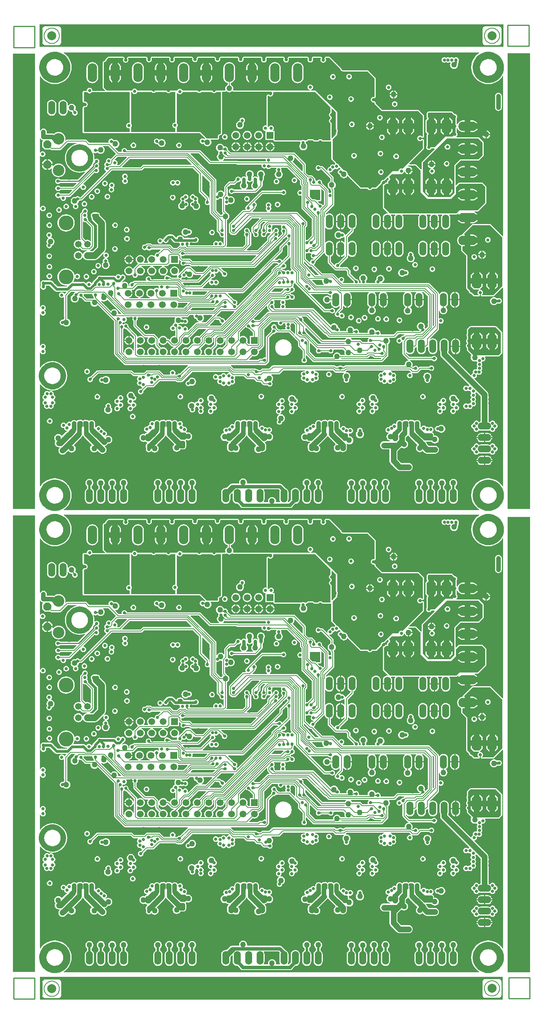
<source format=gbo>
G04 CAM350 V9.5 (Build 208) Date:  Fri Dec 30 15:14:26 2016 *
G04 Database: (Untitled) *
G04 Layer 6: BL *
%FSTAX35Y35*%
%MOIN*%
%SFA1.000B1.000*%

%MIA0B0*%
%IPPOS*%
%ADD11C,0.01000*%
%ADD15C,0.02000*%
%ADD17C,0.00800*%
%ADD20C,0.02800*%
%ADD45C,0.03000*%
%ADD47C,0.05000*%
%ADD52O,0.06000X0.12000*%
%ADD56C,0.05906*%
%ADD107O,0.12000X0.06000*%
%ADD108O,0.16500X0.08250*%
%ADD161O,0.08250X0.16500*%
%ADD164C,0.02900*%
%ADD186C,0.10000*%
%ADD195C,0.00700*%
%ADD217C,0.04500*%
%ADD218C,0.06496*%
%ADD220C,0.02300*%
%ADD222C,0.02400*%
%ADD223C,0.01600*%
%ADD246C,0.00600*%
%ADD247C,0.04000*%
%ADD248R,0.05906X0.05906*%
%ADD252C,0.13050*%
%ADD253C,0.05800*%
%ADD257C,0.06000*%
%ADD509C,0.07874*%
%LNBL*%
%LPD*%
G36*
X00003894Y00433284D02*
G01Y00832283D01*
X00023283*
Y00433283*
X00023282*
X00003894*
Y00433284*
G37*
G36*
X0043761Y00027184D02*
G01Y00426284D01*
X00457*
Y00027183*
X00456999*
X0043761*
Y00027184*
G37*
G36*
Y00433285D02*
G01Y00832784D01*
X00457*
Y00433284*
X00456999*
X0043761*
Y00433285*
G37*
G36*
X00003894Y00027757D02*
G01Y00427783D01*
X00023283*
Y00027756*
X00023282*
X00003894*
Y00027757*
G37*
G36*
X00027362Y00003348D02*
G01Y00023327D01*
X00433284*
Y00003346*
X00433283*
X00027362Y00003347*
Y00003348*
G37*
G36*
X00027121Y00838151D02*
G01Y0085813D01*
X00433783*
Y0083815*
X00433782*
X00027121*
Y00838151*
G37*
G36*
X0002742Y00048371D02*
G01Y00137424D01*
X00027901Y0013756*
X0002801Y00137383*
X00029323Y00135845*
X00030861Y00134531*
X00032586Y00133475*
X00034454Y001327*
X00036421Y00132228*
X00036902Y0013219*
X00036945Y00132134*
X00036736Y00131582*
X00036244Y00131484*
X00035839Y00131214*
X00035431Y00130966*
X00035023Y00131214*
X00034617Y00131484*
X00033681Y00131671*
X00032745Y00131484*
X00031951Y00130954*
X0003142Y0013016*
X00031234Y00129224*
X00031376Y00128511*
X00031375*
X00031245Y00128484*
X00030451Y00127954*
X0002992Y0012716*
X00029734Y00126224*
X0002992Y00125287*
X00030451Y00124493*
X00031023Y00124111*
Y00123536*
X00030451Y00123154*
X0002992Y0012236*
X00029734Y00121424*
X0002992Y00120487*
X00030451Y00119693*
X00031245Y00119163*
X0003128Y00119156*
X00031134Y00118424*
X0003132Y00117487*
X00031851Y00116693*
X00032645Y00116163*
X00033581Y00115977*
X00034517Y00116163*
X00034923Y00116434*
X00035331Y00116682*
X00035739Y00116434*
X00036145Y00116163*
X00037081Y00115977*
X00038017Y00116163*
X00038811Y00116693*
X00039342Y00117487*
X00039528Y00118424*
X00039386Y00119137*
X00039517Y00119163*
X00040311Y00119693*
X00040842Y00120487*
X00041028Y00121424*
X00040842Y0012236*
X00040311Y00123154*
X00039739Y00123536*
Y00124111*
X00040311Y00124493*
X00040842Y00125287*
X00041028Y00126224*
X00040842Y0012716*
X00040311Y00127954*
X00039517Y00128484*
X00039482Y00128491*
X00039628Y00129224*
X00039442Y0013016*
X00038911Y00130954*
X00038117Y00131484*
X00037618Y00131584*
X00037229Y0013178*
X00037235Y00131827*
X00037512Y00132142*
X00038438Y0013207*
X00040454Y00132228*
X00042421Y001327*
X00044289Y00133475*
X00046014Y00134531*
X00047552Y00135845*
X00048866Y00137383*
X00049922Y00139108*
X00050696Y00140976*
X00051169Y00142943*
X00051327Y00144959*
X00051169Y00146976*
X00050696Y00148942*
X00049922Y00150811*
X00048866Y00152536*
X00047552Y00154074*
X00046014Y00155387*
X00044289Y00156444*
X00042421Y00157218*
X00040454Y0015769*
X00038438Y00157849*
X00036421Y0015769*
X00034454Y00157218*
X00032586Y00156444*
X00030861Y00155387*
X00029323Y00154074*
X0002801Y00152536*
X00027901Y00152359*
X0002742Y00152495*
Y00152496*
Y00165437*
X0002792Y00165486*
X00027946Y00165357*
X00028476Y00164563*
X0002927Y00164033*
X00030206Y00163847*
X00031143Y00164033*
X00031937Y00164563*
X00032467Y00165357*
X00032653Y00166294*
X00032467Y0016723*
X00031937Y00168024*
X00031683Y00168194*
Y00168694*
X00031937Y00168863*
X00032467Y00169657*
X00032653Y00170594*
X00032467Y0017153*
X00031937Y00172324*
X00031143Y00172854*
X00030206Y00173041*
X0002927Y00172854*
X00028476Y00172324*
X00027946Y0017153*
X0002792Y00171401*
X0002742Y00171451*
Y00171452*
Y00199337*
X0002792Y00199386*
X00027946Y00199257*
X00028476Y00198463*
X0002927Y00197933*
X00030206Y00197747*
X00031143Y00197933*
X00031937Y00198463*
X00032467Y00199257*
X00032653Y00200194*
X00032467Y0020113*
X00031937Y00201924*
X00031608Y00202144*
Y00202644*
X00031937Y00202863*
X00032467Y00203657*
X00032653Y00204594*
X00032467Y0020553*
X00031937Y00206324*
X00031143Y00206854*
X00030206Y00207041*
X0002927Y00206854*
X00028476Y00206324*
X00027946Y0020553*
X0002792Y00205401*
X0002742Y00205451*
Y00205452*
Y00290673*
X0002792Y00290723*
X00027933Y00290657*
X00028463Y00289863*
X00029257Y00289333*
X00030194Y00289147*
X0003113Y00289333*
X00031924Y00289863*
X00032454Y00290657*
X00032641Y00291594*
X00032454Y0029253*
X00031924Y00293324*
X0003113Y00293854*
X00030194Y00294041*
X00029257Y00293854*
X00028463Y00293324*
X00027933Y0029253*
X0002792Y00292465*
X00027919*
X0002742Y00292514*
Y00292515*
Y00337776*
X0002792Y00337928*
X00028163Y00337563*
X00028957Y00337033*
X00029894Y00336847*
X0003083Y00337033*
X00031624Y00337563*
X00032155Y00338357*
X00032341Y00339294*
X00032155Y0034023*
X00031624Y00341024*
X0003083Y00341554*
X00029894Y00341741*
X00028957Y00341554*
X00028163Y00341024*
X0002792Y0034066*
X0002742Y00340811*
Y0035281*
X0002792Y00352909*
X00027973Y00352781*
X00028454Y00352154*
X00029081Y00351673*
X00029811Y00351371*
X00030079Y00351336*
X00030258Y00350808*
X00029494Y00350044*
Y00350043*
Y00345544*
X00031744Y00343294*
X00036244*
X00036584Y00343184*
X00037047Y00342875*
X00037594Y00342766*
X00045194*
X0004574Y00342875*
X00046203Y00343184*
X00052085Y00349066*
X00059975*
X00060034Y00348566*
X00060033*
X00058311Y00348153*
X00056442Y00347378*
X00054717Y00346322*
X00053179Y00345008*
X00051866Y0034347*
X00050809Y00341745*
X00050035Y00339877*
X00049563Y0033791*
X00049404Y00335894*
X00049563Y00333877*
X00050035Y00331911*
X00050809Y00330042*
X00051866Y00328317*
X00053179Y00326779*
X00054717Y00325466*
X00056442Y00324409*
X00058311Y00323635*
X00060277Y00323163*
X00062294Y00323004*
X0006431Y00323163*
X00066277Y00323635*
X00066942Y0032391*
X00067225Y00323486*
X00060763Y00317024*
X00045151*
X00045017Y00317225*
X00044223Y00317756*
X00043287Y00317942*
X0004235Y00317756*
X00041556Y00317225*
X00041026Y00316431*
X0004084Y00315495*
X00041026Y00314558*
X00041556Y00313765*
X0004235Y00313234*
X00043287Y00313048*
X00044223Y00313234*
X00045017Y00313765*
X00045151Y00313965*
X00059453*
X00059644Y00313504*
X00056885Y00310744*
X00045358*
X00045163Y00311036*
X0004437Y00311566*
X00043433Y00311752*
X00042497Y00311566*
X00041703Y00311036*
X00041172Y00310242*
X00040986Y00309305*
X00041172Y00308369*
X00041703Y00307575*
X00042497Y00307045*
X00043433Y00306858*
X0004437Y00307045*
X00045163Y00307575*
X00045373Y00307889*
X00055524*
X00055716Y00307427*
X00052938Y0030465*
X00045326*
X00045123Y00304953*
X0004433Y00305483*
X00043393Y00305669*
X00042457Y00305483*
X00041663Y00304953*
X00041132Y00304159*
X00040946Y00303222*
X00041132Y00302286*
X00041663Y00301492*
X00042457Y00300962*
X00043393Y00300775*
X0004433Y00300962*
X00045072Y00301457*
X00045186Y00301438*
X00045578Y00300957*
X00045514Y00300633*
X000457Y00299697*
X00046231Y00298903*
X00047025Y00298373*
X00047961Y00298186*
X00048897Y00298373*
X00049691Y00298903*
X00050222Y00299697*
X00050408Y00300633*
X00050276Y00301295*
X00050627Y00301795*
X00053529*
X00054076Y00301904*
X00054539Y00302213*
X00062645Y00310319*
X00063153Y00310121*
X00063301Y00309378*
X00063832Y00308584*
X00064626Y00308054*
X00065562Y00307867*
X00066498Y00308054*
X00067292Y00308584*
X00067823Y00309378*
X00068009Y00310314*
X00067823Y00311251*
X00067292Y00312045*
X00066498Y00312575*
X00065756Y00312723*
X00065557Y00313231*
X00075486Y00323161*
X00076054Y00322781*
X0007699Y00322595*
X00077927Y00322781*
X00078721Y00323312*
X00079251Y00324106*
X00079438Y00325042*
X00079251Y00325978*
X00078839Y00326596*
X00078788Y00327021*
X00078859Y00327282*
X00079303Y00327947*
X00079489Y00328883*
X00079303Y00329819*
X00078773Y00330613*
Y00330833*
X00078927Y00331111*
X00079448Y00331891*
X00079634Y00332827*
X00079448Y00333764*
X00078917Y00334558*
X00078124Y00335088*
X00077187Y00335275*
X00076251Y00335088*
X00075587Y00334644*
X00075102Y00334858*
X00075183Y00335894*
X00075025Y0033791*
X00074553Y00339877*
X00074393Y00340262*
X00074797Y00340593*
X00075211Y00340317*
X00076148Y0034013*
X00077084Y00340317*
X00077878Y00340847*
X00078278Y00340559*
X00078965Y00340031*
X00079817Y00339679*
X0008073Y00339558*
X00081644Y00339679*
X00082495Y00340031*
X00083226Y00340592*
X00083788Y00341323*
X0008414Y00342175*
X0008426Y00343089*
X0008414Y00344002*
X00083788Y00344854*
X00083226Y00345585*
X0008293Y00345813*
X00083099Y00346312*
X0008741*
X00093943Y0033978*
X00093905Y00339392*
X00093806Y00339209*
X00089638Y0033504*
X00089611Y00335035*
X00088844Y00335548*
X00087907Y00335734*
X00086971Y00335548*
X00086177Y00335017*
X00085646Y00334224*
X0008546Y00333287*
X00085641Y00332378*
X0008564*
X00085463Y00332342*
X00084669Y00331812*
X00084139Y00331018*
X00083952Y00330081*
X00084139Y00329145*
X00084633Y00328403*
X00084606Y00328384*
X00084075Y0032759*
X00083889Y00326654*
X00084075Y00325717*
X00084606Y00324923*
X00085383Y00324404*
X00085453Y00324347*
X00085556Y0032387*
X00063149Y00301462*
X00062374*
X00062172Y00301765*
X00061378Y00302296*
X00060441Y00302482*
X00059505Y00302296*
X00058711Y00301765*
X00058644Y00301664*
X00057977Y00301752*
X00057064Y00301631*
X00056212Y00301279*
X00055481Y00300718*
X0005492Y00299987*
X00054567Y00299135*
X00054447Y00298222*
X00054567Y00297308*
X0005492Y00296457*
X00055481Y00295725*
X00056212Y00295164*
X00056557Y00295022*
X00056702Y00294543*
X00056605Y00294398*
X00056419Y00293462*
X00056605Y00292525*
X00057135Y00291731*
X00057929Y00291201*
X00058866Y00291015*
X00059802Y00291201*
X00060596Y00291731*
X00061127Y00292525*
X00061313Y00293462*
X00061127Y00294398*
X00060596Y00295192*
X00060539Y0029523*
X00060549Y00295825*
X00061034Y00296457*
X00061387Y00297308*
X00061455Y00297826*
X00062172Y00298305*
X00062374Y00298608*
X0006374*
X00064287Y00298716*
X0006475Y00299026*
X0009062Y00324896*
X00116032*
X00116578Y00325005*
X00117041Y00325314*
X00118721Y00326995*
X00161594*
X0016684Y00321749*
Y00306673*
X00166948Y00306127*
X00167258Y00305664*
X00172894Y00300028*
Y00298881*
X00172591Y00298679*
X00172061Y00297885*
X00171875Y00296949*
X00172061Y00296012*
X00172591Y00295218*
X00173385Y00294688*
X00174322Y00294502*
X00175258Y00294688*
X00175816Y00295061*
X00176316Y00294794*
Y00287995*
X00176425Y00287449*
X00176734Y00286985*
X00182366Y00281354*
Y00272261*
X00182475Y00271715*
X00182784Y00271252*
X00184909Y00269127*
X00184838Y0026877*
X00185024Y00267833*
X00185555Y00267039*
X00186348Y00266509*
X00187285Y00266323*
X00188066Y00266478*
X00188566Y00266184*
Y00260236*
X00188416Y00260133*
X00187966Y00260429*
X00188022Y00260711*
X00187835Y00261648*
X00187305Y00262442*
X00186511Y00262972*
X00185575Y00263158*
X00184638Y00262972*
X00183844Y00262442*
X00183358Y00262613*
X00182828Y00262967*
X00181891Y00263154*
X00180955Y00262967*
X00180161Y00262437*
X00179631Y00261643*
X00179444Y00260707*
X00179623Y00259809*
X00179613Y00259692*
X00179409Y00259309*
X00159191*
X00158844Y00259809*
X00158977Y00260477*
X00158863Y0026105*
X00159255Y00261549*
X00163842*
X00164681Y00261716*
X00164909Y00261869*
X0016523Y00261933*
X00166024Y00262463*
X00166554Y00263257*
X00166741Y00264194*
X00166554Y0026513*
X00166024Y00265924*
X0016523Y00266454*
X00164294Y00266641*
X00163357Y00266454*
X00162578Y00265934*
X00153668*
X00153448Y00266465*
X00152887Y00267197*
X00152156Y00267758*
X00151304Y0026811*
X00150391Y00268231*
X00149477Y0026811*
X00148626Y00267758*
X00147894Y00267197*
X00147333Y00266465*
X00147291Y00266363*
X00146701Y00266246*
X00144623Y00268324*
X00143912Y00268799*
X00143073Y00268966*
X00140334*
X00139495Y00268799*
X00138784Y00268324*
X00136283Y00265823*
X00135808Y00265112*
X00135765Y00264893*
X00135657Y00264732*
X00135607Y00264483*
X00135076Y00264377*
X00134713Y00264921*
X00133919Y00265452*
X00132983Y00265638*
X00132046Y00265452*
X00131253Y00264921*
X00130722Y00264127*
X00130536Y00263191*
X00130722Y00262254*
X00131253Y0026146*
X00132046Y0026093*
X00132983Y00260744*
X00133919Y0026093*
X00134713Y0026146*
X00135243Y00262254*
X00135293Y00262503*
X00135824Y00262609*
X00136187Y00262065*
X00136981Y00261535*
X00137917Y00261348*
X00138854Y00261535*
X00139648Y00262065*
X00140178Y00262859*
X00140342Y00263681*
X00141242Y00264582*
X00142165*
X00144555Y00262192*
X00145266Y00261716*
X00146105Y00261549*
X00148852*
X00149477Y00261291*
X00149716Y00261259*
X00150115Y00260702*
X0015002Y00260226*
X00150172Y00259464*
X00150207Y0025929*
X00149846Y00258929*
X00149747Y00258909*
X00149284Y00258599*
X00147728Y00257043*
X0014457*
X00142002Y00259611*
X00141539Y0025992*
X00140993Y00260029*
X00125871*
X00125236Y00260664*
X00124773Y00260974*
X00124226Y00261083*
X00121391*
X00120845Y00260974*
X00120382Y00260664*
X00120375Y00260655*
X0011967Y0025995*
X00119313Y00260021*
X00118377Y00259835*
X00117583Y00259304*
X00117052Y0025851*
X00116866Y00257574*
X00117052Y00256638*
X00117583Y00255844*
X00118377Y00255313*
X00119313Y00255127*
X0012025Y00255313*
X00120812Y00255689*
X00121454Y00255627*
X00121563Y00255463*
X00122357Y00254933*
X00123294Y00254747*
X0012423Y00254933*
X00125024Y00255463*
X00125232Y00255774*
X00133075*
X00133267Y00255312*
X00130964Y00253009*
X00130606Y0025308*
X0012967Y00252894*
X00128876Y00252363*
X00128346Y0025157*
X00128159Y00250633*
X001282Y0025043*
X00127746Y00250148*
X00127487Y00250346*
X00126526Y00250745*
X00125494Y00250881*
X00124462Y00250745*
X001235Y00250346*
X00122675Y00249713*
X00122041Y00248887*
X00121643Y00247926*
X00121507Y00246894*
X00121643Y00245862*
X00122041Y002449*
X00122305Y00244557*
X00122083Y00244108*
X00118904*
X00118683Y00244557*
X00118946Y002449*
X00119345Y00245862*
X00119481Y00246894*
X00119345Y00247926*
X00118946Y00248887*
X00118313Y00249713*
X00117487Y00250346*
X00116526Y00250745*
X00115494Y00250881*
X00114462Y00250745*
X001135Y00250346*
X00112675Y00249713*
X00112041Y00248887*
X00111643Y00247926*
X00111507Y00246894*
X00111643Y00245862*
X00112041Y002449*
X00112675Y00244075*
X00113113Y00243738*
X00113156Y00243075*
X00109784Y00239703*
X00109475Y0023924*
X00109432Y00239022*
X00109122Y00238936*
X00108905Y0023894*
X00108313Y00239713*
X00107487Y00240346*
X00106526Y00240745*
X00105494Y00240881*
X00104462Y00240745*
X001035Y00240346*
X00102675Y00239713*
X00102041Y00238887*
X00101643Y00237926*
X00101507Y00236894*
X00101643Y00235862*
X00102041Y002349*
X00102675Y00234075*
X001035Y00233441*
X00104462Y00233043*
X00105494Y00232907*
X00106526Y00233043*
X00107487Y00233441*
X00107923Y00233775*
X00108377Y00233493*
X00108328Y00233248*
X00108514Y00232311*
X00109045Y00231517*
X00109838Y00230987*
X00110775Y00230801*
X00111711Y00230987*
X00112505Y00231517*
X00113036Y00232311*
X00113183Y00233054*
X00113242Y00233125*
X00113594Y00233329*
X0011371Y00233354*
X00114462Y00233043*
X00115494Y00232907*
X00116526Y00233043*
X00117487Y00233441*
X00118313Y00234075*
X00118946Y002349*
X00119345Y00235862*
X00119481Y00236894*
X00119345Y00237926*
X00118946Y00238887*
X00118313Y00239713*
X00117487Y00240346*
X00116526Y00240745*
X0011646Y00240753*
X00116493Y00241253*
X00124495*
X00124527Y00240753*
X00124526*
X00124462Y00240745*
X001235Y00240346*
X00122675Y00239713*
X00122041Y00238887*
X00121643Y00237926*
X00121507Y00236894*
X00121643Y00235862*
X00122041Y002349*
X00122675Y00234075*
X001235Y00233441*
X00124462Y00233043*
X00125494Y00232907*
X00126526Y00233043*
X00127487Y00233441*
X00128313Y00234075*
X00128946Y002349*
X00129345Y00235862*
X00129481Y00236894*
X00129345Y00237926*
X00128946Y00238887*
X00128313Y00239713*
X00127487Y00240346*
X00126526Y00240745*
X0012646Y00240753*
X00126493Y00241253*
X00134495*
X00134527Y00240753*
X00134526*
X00134462Y00240745*
X001335Y00240346*
X00132675Y00239713*
X00132041Y00238887*
X00131643Y00237926*
X00131507Y00236894*
X00131643Y00235862*
X00132041Y002349*
X00132675Y00234075*
X001335Y00233441*
X00134462Y00233043*
X00135494Y00232907*
X00136526Y00233043*
X00137487Y00233441*
X00138313Y00234075*
X00138946Y002349*
X00139345Y00235862*
X00139481Y00236894*
X00139345Y00237926*
X00138946Y00238887*
X00138313Y00239713*
X00137487Y00240346*
X00136526Y00240745*
X0013646Y00240753*
X00136493Y00241253*
X00138982*
X00139528Y00241362*
X00139991Y00241671*
X00141095Y00242775*
X00141541Y00242941*
X00149445*
X00149446*
Y00242942*
Y00246136*
X00149908Y00246328*
X00151005Y00245231*
X00151066Y00244929*
X00150933Y0024473*
X00150747Y00243794*
X00150933Y00242857*
X00151463Y00242063*
X00152257Y00241533*
X00153194Y00241347*
X0015413Y00241533*
X00154924Y00242063*
X00155126Y00242366*
X00158443*
X00159324Y00241485*
X00159786Y00241176*
X00159611Y00240738*
X00159194Y00240821*
X00155994*
X00155447Y00240712*
X00154984Y00240403*
X00149492Y00234911*
X00149068Y00235194*
X00149345Y00235862*
X00149481Y00236894*
X00149345Y00237926*
X00148946Y00238887*
X00148313Y00239713*
X00147487Y00240346*
X00146526Y00240745*
X00145494Y00240881*
X00144462Y00240745*
X001435Y00240346*
X00142675Y00239713*
X00142041Y00238887*
X00141643Y00237926*
X00141507Y00236894*
X00141643Y00235862*
X00142041Y002349*
X00142675Y00234075*
X001435Y00233441*
X00144462Y00233043*
X00145494Y00232907*
X00146526Y00233043*
X00147425Y00233415*
X00147466Y00233389*
X00147738Y00232984*
X00147552Y00232048*
X00147661Y00231503*
X00147255Y00231003*
X00142979*
X00142207Y00231775*
X00141744Y00232084*
X00141198Y00232193*
X00140858*
X00140656Y00232496*
X00139862Y00233026*
X00138926Y00233212*
X00137989Y00233026*
X00137196Y00232496*
X00136665Y00231702*
X00136479Y00230766*
X0013661Y00230103*
X0013626Y00229603*
X00125314*
X00125119Y00229841*
X00124933Y00230777*
X00124402Y00231571*
X00123608Y00232102*
X00122672Y00232288*
X00121735Y00232102*
X00120941Y00231571*
X00120411Y00230777*
X00120225Y00229841*
X00120411Y00228905*
X00120585Y00228644*
X00120349Y00228203*
X00110176*
X0010963Y00228095*
X00109167Y00227785*
X00109166*
X00108551Y0022717*
X00108194Y00227241*
X00107257Y00227054*
X00106463Y00226524*
X00105933Y0022573*
X00105747Y00224794*
X00105914Y00223955*
X00105791Y00223663*
X00105646Y00223464*
X00105269Y00223865*
X00105285Y00223988*
X00105164Y00224901*
X00104812Y00225753*
X00104251Y00226484*
X0010352Y00227045*
X00102668Y00227398*
X00101754Y00227518*
X00100841Y00227398*
X00099989Y00227045*
X00099664Y00226795*
X00099334Y00227172*
X00101792Y0022963*
X00101855Y00229673*
X00102386Y00230466*
X00102572Y00231403*
X00102386Y00232339*
X00101855Y00233133*
X00101061Y00233664*
X00100125Y0023385*
X00099188Y00233664*
X0009851Y0023321*
X00097908Y00233212*
X00097815Y00233351*
X00097021Y00233882*
X00096085Y00234068*
X00095148Y00233882*
X00094354Y00233351*
X00093824Y00232557*
X0009344Y00232398*
X00093162Y00232584*
X00092304Y00232755*
X00080786*
X00080759Y00232773*
X00079823Y00232959*
X00078886Y00232773*
X00078092Y00232242*
X00077562Y00231448*
X00077556Y00231417*
X00074142Y00228003*
X00073655Y00227275*
X00073494Y00226464*
X00073267Y00226236*
X00072647Y00226324*
X00072303Y00226838*
X00071509Y00227369*
X00070573Y00227555*
X00069637Y00227369*
X00068843Y00226838*
X00068381Y00226148*
X00067831Y00225991*
X00067334Y00226488*
X00066606Y00226974*
X00066363Y00227022*
X00065983Y00227276*
X00065046Y00227463*
X0006411Y00227276*
X00063913Y00227145*
X00056985*
X00056762Y00227645*
X0005738Y002288*
X0005781Y00230219*
X00057839Y00230514*
X00058354Y00230643*
X00058553Y00230345*
X00059347Y00229814*
X00060284Y00229628*
X0006122Y00229814*
X00062014Y00230345*
X00062545Y00231138*
X00062731Y00232075*
X00062545Y00233011*
X00062014Y00233805*
X0006122Y00234336*
X00060284Y00234522*
X00059347Y00234336*
X00058553Y00233805*
X00058269Y00233379*
X00057722Y0023346*
X0005738Y00234587*
X00056681Y00235895*
X0005574Y0023704*
X00054595Y00237981*
X00053287Y0023868*
X00051869Y0023911*
X00050394Y00239255*
X00048919Y0023911*
X000475Y0023868*
X00046193Y00237981*
X00045047Y0023704*
X00044107Y00235895*
X00043408Y00234587*
X00042978Y00233169*
X00042832Y00231694*
X00042978Y00230219*
X00043408Y002288*
X00044107Y00227493*
X00045047Y00226347*
X00046193Y00225407*
X000475Y00224708*
X00048919Y00224278*
X00050394Y00224132*
X00051069Y00224199*
X00051283Y00223747*
X00050773Y00223237*
X00043055*
X00038412Y0022788*
X00037684Y00228366*
X00036826Y00228537*
X00031457*
X0003143Y00228554*
X00030494Y00228741*
X00029557Y00228554*
X00028763Y00228024*
X00028233Y0022723*
X00028047Y00226294*
X00028233Y00225357*
X00028251Y00225331*
Y00223918*
X00028153Y00223771*
X00027966Y00222835*
X00028153Y00221898*
X00028683Y00221104*
X00029477Y00220574*
X00030413Y00220388*
X0003135Y00220574*
X00032144Y00221104*
X00032674Y00221898*
X0003286Y00222835*
X00032737Y00223456*
Y00224051*
X00035897*
X0004054Y00219408*
X00041268Y00218921*
X00042126Y00218751*
X00050391*
X00050583Y00218289*
X00049294Y00217*
X00048673Y00217041*
X00048661Y00217051*
X00048346Y00217521*
X00047553Y00218051*
X00046616Y00218238*
X0004568Y00218051*
X00044886Y00217521*
X00044355Y00216727*
X00044169Y00215791*
X00044355Y00214854*
X00044886Y0021406*
X0004568Y0021353*
X00046616Y00213344*
X00047553Y0021353*
X00048129Y00213915*
X00048629Y00213651*
Y00195035*
X00047664Y0019407*
X00047306Y00194141*
X0004637Y00193954*
X00045576Y00193424*
X00045046Y0019263*
X00044859Y00191694*
X00045046Y00190757*
X00045576Y00189963*
X0004637Y00189433*
X00047306Y00189247*
X00047969Y00189379*
X00048123Y00189178*
X00048855Y00188617*
X00049706Y00188264*
X0005062Y00188144*
X00051533Y00188264*
X00052385Y00188617*
X00053116Y00189178*
X00053677Y00189909*
X0005403Y0019076*
X0005415Y00191674*
X0005403Y00192588*
X00053677Y00193439*
X00053116Y0019417*
X00052385Y00194731*
X00051533Y00195084*
X00051484Y0019509*
Y00195091*
Y00215152*
X00054848Y00218516*
X00057911*
X00058063Y00218016*
X00057476Y00217624*
X00056946Y0021683*
X00056791Y00216051*
X00056238Y00215823*
X00055507Y00215262*
X00054946Y0021453*
X00054593Y00213679*
X00054473Y00212765*
X00054593Y00211852*
X00054946Y00211*
X00055507Y00210269*
X00056238Y00209708*
X0005709Y00209355*
X00058003Y00209235*
X00058917Y00209355*
X00059768Y00209708*
X000605Y00210269*
X00061061Y00211*
X00061413Y00211852*
X00061534Y00212765*
X00061434Y00213524*
X00061792Y00213803*
X00061875Y0021383*
X0006247Y00213433*
X00063406Y00213247*
X00063764Y00213318*
X00066776Y00210305*
X00067239Y00209996*
X00067786Y00209887*
X00071515*
X00071845Y00209511*
X000718Y00209167*
X0007192Y00208254*
X00072273Y00207402*
X00072834Y00206671*
X00073565Y0020611*
X00074416Y00205757*
X0007533Y00205637*
X00076244Y00205757*
X00077095Y0020611*
X00077826Y00206671*
X0007793Y00206806*
X00078429Y00206839*
X00092462Y00192806*
Y00164192*
X0009257Y00163646*
X0009288Y00163183*
X00101178Y00154884*
X00101641Y00154575*
X00102188Y00154466*
X00157142*
X00157304Y00154028*
X00157294Y00153966*
X00157043Y00153798*
X00150233Y00146988*
X00149875Y00147059*
X00148939Y00146873*
X00148145Y00146343*
X00147943Y0014604*
X00146191*
X00145955Y00146481*
X00146161Y00146789*
X00146347Y00147726*
X00146161Y00148662*
X00145631Y00149456*
X00144837Y00149987*
X001439Y00150173*
X00142964Y00149987*
X0014217Y00149456*
X0014164Y00148662*
X00141453Y00147726*
X0014164Y00146789*
X00141846Y00146481*
X0014161Y0014604*
X00136156*
X00132893Y00149303*
X0013243Y00149612*
X00131884Y00149721*
X00121494*
X00120948Y00149612*
X00120484Y00149303*
X00118802Y00147621*
X00110285*
X00108603Y00149303*
X0010814Y00149612*
X00107594Y00149721*
X00077994*
X00077447Y00149612*
X00076984Y00149303*
X00071893Y00144212*
X00071536Y00144283*
X00070599Y00144096*
X00069805Y00143566*
X00069275Y00142772*
X00069089Y00141836*
X00069275Y00140899*
X00069805Y00140105*
X00070599Y00139575*
X00071536Y00139389*
X00072472Y00139575*
X00073266Y00140105*
X00073796Y00140899*
X00073983Y00141836*
X00073912Y00142193*
X00078585Y00146866*
X00107002*
X00108684Y00145184*
X00109148Y00144875*
X00109694Y00144766*
X00113624*
X00113776Y00144266*
X00113263Y00143924*
X00112733Y0014313*
X00112547Y00142194*
X00112733Y00141257*
X00113004Y00140852*
X00113251Y00140444*
X00113004Y00140035*
X00112733Y0013963*
X00112547Y00138694*
X00112733Y00137757*
X00113263Y00136963*
X00114057Y00136433*
X00114994Y00136247*
X00115707Y00136389*
X00115733Y00136257*
X00116263Y00135463*
X00116935Y00135015*
X00117084Y00134457*
X0011624Y00133613*
X00115837Y00133694*
X00114901Y00133507*
X00114107Y00132977*
X00113576Y00132183*
X0011339Y00131247*
X00113576Y0013031*
X00114107Y00129516*
X00114901Y00128986*
X00115837Y001288*
X00116774Y00128986*
X00117568Y00129516*
X00118098Y0013031*
X00118284Y00131247*
X00118222Y00131558*
X0012158Y00134915*
X00126561*
X00127107Y00135024*
X0012757Y00135334*
X0013257Y00140333*
X00146472*
X00147014Y00139791*
X00147477Y00139482*
X00148023Y00139373*
X00151484*
X00152031Y00139482*
X00152494Y00139791*
X00161134Y00148432*
X00192437*
X00193047Y00147821*
X00192882Y00147279*
X00192257Y00147154*
X00191463Y00146624*
X00191081Y00146052*
X00190506*
X00190124Y00146624*
X0018933Y00147154*
X00188394Y00147341*
X00187457Y00147154*
X00186663Y00146624*
X00186133Y0014583*
X00186126Y00145795*
X00185394Y00145941*
X00184457Y00145754*
X00183702Y0014525*
X00183341Y00145791*
X00182547Y00146321*
X0018161Y00146507*
X00180674Y00146321*
X0017988Y00145791*
X0017935Y00144997*
X00179163Y0014406*
X0017935Y00143124*
X0017988Y0014233*
X00180674Y00141799*
X0018161Y00141613*
X00182547Y00141799*
X00182949Y00142068*
X00183214Y00141988*
X00183446Y00141404*
X00183404Y00141335*
X00183133Y0014093*
X00182947Y00139994*
X00183133Y00139057*
X00183663Y00138263*
X00184457Y00137733*
X00185394Y00137547*
X00186107Y00137689*
X00186133Y00137557*
X00186663Y00136763*
X00187457Y00136233*
X00188394Y00136047*
X0018933Y00136233*
X00190124Y00136763*
X00190506Y00137335*
X00191081*
X00191463Y00136763*
X00192257Y00136233*
X00193194Y00136047*
X0019413Y00136233*
X00194924Y00136763*
X00195454Y00137557*
X00195461Y00137592*
X00196194Y00137447*
X0019713Y00137633*
X00197924Y00138163*
X00198454Y00138957*
X00198641Y00139894*
X00198454Y0014083*
X00198184Y00141235*
X00197936Y00141644*
X00198184Y00142052*
X00198454Y00142457*
X00198641Y00143394*
X00198511Y00144048*
X00198865Y00144548*
X00206193*
X00208238Y00142503*
X00208701Y00142193*
X00209248Y00142085*
X00214837*
X00217073Y00139849*
X00217536Y00139539*
X00218082Y00139431*
X00220479*
X00220574Y00139412*
X00220815*
X00223215Y00137012*
X00223678Y00136702*
X00224224Y00136593*
X00227034*
X00227281Y00136224*
X00228075Y00135694*
X00229011Y00135508*
X00229947Y00135694*
X00230741Y00136224*
X00231272Y00137018*
X00231458Y00137954*
X00231272Y00138891*
X00230741Y00139685*
X00230728Y00140098*
X00230953Y00140271*
X00231514Y00141002*
X00231867Y00141853*
X00231987Y00142767*
X00231867Y00143681*
X00231514Y00144532*
X00230953Y00145263*
X00230428Y00145666*
X00230598Y00146166*
X00236944*
X0023749Y00146275*
X00237953Y00146584*
X00241135Y00149766*
X00259457*
X00259724Y00149266*
X00259433Y0014883*
X00259426Y00148795*
X00258694Y00148941*
X00257757Y00148754*
X00256963Y00148224*
X00256433Y0014743*
X00256247Y00146494*
X00256433Y00145557*
X00256704Y00145152*
X00256951Y00144744*
X00256704Y00144335*
X00256433Y0014393*
X00256247Y00142994*
X00256433Y00142057*
X00256963Y00141263*
X00257757Y00140733*
X00258694Y00140547*
X00259407Y00140689*
X00259433Y00140557*
X00259963Y00139763*
X00260757Y00139233*
X00261694Y00139047*
X0026263Y00139233*
X00263424Y00139763*
X00263806Y00140335*
X00264381*
X00264763Y00139763*
X00265557Y00139233*
X00266494Y00139047*
X0026743Y00139233*
X00268224Y00139763*
X00268754Y00140557*
X00268761Y00140592*
X00269494Y00140447*
X0027043Y00140633*
X00271224Y00141163*
X00271754Y00141957*
X00271941Y00142894*
X00271754Y0014383*
X00271484Y00144236*
X00271236Y00144644*
X00271484Y00145052*
X00271754Y00145457*
X00271941Y00146394*
X00271754Y0014733*
X00271224Y00148124*
X0027043Y00148654*
X00269494Y00148841*
X00268781Y00148699*
X00268754Y0014883*
X00268463Y00149266*
X0026873Y00149766*
X00284202*
X00285784Y00148184*
X00286247Y00147875*
X00286794Y00147766*
X00293723*
X00293892Y00147266*
X00293709Y00147125*
X00293148Y00146394*
X00292795Y00145543*
X00292675Y00144629*
X00292795Y00143716*
X00293148Y00142864*
X00293709Y00142133*
X00293872Y00142008*
X00293747Y00141375*
X00293933Y00140438*
X00294463Y00139645*
X00295257Y00139114*
X00296194Y00138928*
X0029713Y00139114*
X00297924Y00139645*
X00298454Y00140438*
X00298641Y00141375*
X00298518Y00141992*
X00298702Y00142133*
X00299262Y00142864*
X00299615Y00143716*
X00299735Y00144629*
X00299615Y00145543*
X00299262Y00146394*
X00298702Y00147125*
X0029797Y00147687*
X00297119Y00148039*
X00296205Y00148159*
X00295722Y00148096*
X00295488Y00148569*
X00296585Y00149666*
X0032917*
X00329219Y00149166*
X00329218*
X00328657Y00149054*
X00327863Y00148524*
X00327333Y0014773*
X00327326Y00147695*
X00326594Y00147841*
X00325657Y00147654*
X00324863Y00147124*
X00324333Y0014633*
X00324147Y00145394*
X00324333Y00144457*
X00324604Y00144052*
X00324851Y00143644*
X00324604Y00143236*
X00324333Y0014283*
X00324147Y00141894*
X00324333Y00140957*
X00324863Y00140163*
X00325657Y00139633*
X00326594Y00139447*
X00327307Y00139588*
X00327333Y00139457*
X00327863Y00138663*
X00328657Y00138133*
X00329594Y00137947*
X0033053Y00138133*
X00331324Y00138663*
X00331706Y00139235*
X00332281*
X00332663Y00138663*
X00333457Y00138133*
X00334394Y00137947*
X0033533Y00138133*
X00336124Y00138663*
X00336654Y00139457*
X00336661Y00139492*
X00337394Y00139347*
X0033833Y00139533*
X00339124Y00140063*
X00339654Y00140857*
X00339841Y00141794*
X00339654Y0014273*
X00339384Y00143135*
X00339136Y00143544*
X00339384Y00143952*
X00339654Y00144357*
X00339841Y00145294*
X00339654Y0014623*
X00339124Y00147024*
X0033833Y00147554*
X00337394Y00147741*
X00336681Y00147599*
X00336654Y0014773*
X00336124Y00148524*
X0033533Y00149054*
X00334768Y00149166*
X00334817Y00149666*
X00351102*
X00352713Y00148056*
X00352466Y00147595*
X00351766Y00147734*
X0035083Y00147548*
X00350036Y00147018*
X00349506Y00146224*
X00349319Y00145288*
X00349506Y00144351*
X00350036Y00143557*
X0035083Y00143027*
X00351766Y00142841*
X00352703Y00143027*
X00353497Y00143557*
X00354027Y00144351*
X00354213Y00145288*
X00354027Y00146224*
X00353545Y00146946*
X0035365Y0014722*
X00353793Y00147406*
X00353994Y00147366*
X00357994*
X0035854Y00147475*
X00359003Y00147784*
X00361385Y00150166*
X00368761*
X00368963Y00149863*
X00369757Y00149333*
X00370694Y00149147*
X0037163Y00149333*
X00372424Y00149863*
X00372954Y00150657*
X00373141Y00151594*
X00372954Y0015253*
X00372424Y00153324*
X0037163Y00153854*
X00370694Y00154041*
X00369757Y00153854*
X00368963Y00153324*
X00368761Y00153021*
X00360794*
X00360247Y00152912*
X00359784Y00152603*
X00359609Y00152427*
X0035904Y00152566*
X00358609Y00153209*
X00357816Y0015374*
X00356879Y00153926*
X00355943Y0015374*
X00355149Y00153209*
X00354946Y00152907*
X00354299*
X00353927Y00153279*
X00354199Y00153934*
X00354319Y00154848*
X00354199Y00155762*
X00353846Y00156613*
X00353285Y00157344*
X00352554Y00157905*
X00351818Y00158211*
X00351917Y0015871*
X00371296*
X00371498Y00158407*
X00372292Y00157877*
X00373228Y00157691*
X00374165Y00157877*
X00374959Y00158407*
X00375489Y00159201*
X00375675Y00160138*
X00375489Y00161074*
X00374959Y00161868*
X00374165Y00162399*
X00373228Y00162585*
X00372292Y00162399*
X00371498Y00161868*
X00371296Y00161565*
X00351507*
X0034811Y00164963*
Y00165433*
X0034861Y00165603*
X00349041Y00165041*
X00349876Y001644*
X0035085Y00163997*
X00351894Y00163859*
X00352938Y00163997*
X00353911Y001644*
X00354747Y00165041*
X00355388Y00165876*
X00355791Y0016685*
X00355928Y00167894*
Y0016898*
X00356031Y00169466*
X00356578Y00169575*
X00357041Y00169884*
X00357397Y00170241*
X00357859Y00170049*
Y00167894*
X00357997Y0016685*
X003584Y00165876*
X00359041Y00165041*
X00359876Y001644*
X00360849Y00163997*
X00361894Y00163859*
X00362938Y00163997*
X00363911Y001644*
X00364746Y00165041*
X00365388Y00165876*
X00365791Y0016685*
X00365928Y00167894*
Y00169497*
X00366322Y00169575*
X00366785Y00169884*
X00367397Y00170497*
X00367859Y00170305*
Y00167894*
X00367997Y0016685*
X003684Y00165876*
X00369041Y00165041*
X00369876Y001644*
X00370849Y00163997*
X00371894Y00163859*
X00372938Y00163997*
X00373911Y001644*
X00374746Y00165041*
X00375388Y00165876*
X00375791Y0016685*
X00375928Y00167894*
Y00173894*
X00375791Y00174938*
X00375388Y00175911*
X00374746Y00176746*
X00373911Y00177388*
X00372938Y00177791*
X00371894Y00177928*
X00370849Y00177791*
X00369876Y00177388*
X00369457Y00177066*
X00369127Y00177443*
X00376803Y00185119*
X00377113Y00185582*
X00377221Y00186128*
Y00190842*
X00377721Y0019111*
X00378045Y00190893*
X00378982Y00190707*
X00379918Y00190893*
X00380712Y00191424*
X00381242Y00192218*
X00381429Y00193154*
X00381242Y0019409*
X00380712Y00194884*
X00379918Y00195415*
X00378982Y00195601*
X00378045Y00195415*
X00377721Y00195198*
X00377221Y00195465*
Y00202036*
X00377721Y00202069*
X00377799Y00201478*
X00378152Y00200626*
X00378713Y00199895*
X00379444Y00199334*
X00380295Y00198981*
X00381209Y00198861*
X00382123Y00198981*
X00382974Y00199334*
X00383705Y00199895*
X00384266Y00200626*
X00384619Y00201478*
X00384739Y00202391*
X00384619Y00203305*
X00384266Y00204156*
X00383705Y00204888*
X0038358Y00204983*
Y00205483*
X00384047Y00205841*
X00384688Y00206676*
X00385091Y00207649*
X00385228Y00208694*
Y00214694*
X00385091Y00215738*
X00384688Y00216711*
X00384047Y00217547*
X00383211Y00218188*
X00382238Y00218591*
X00381194Y00218728*
X0038015Y00218591*
X00379176Y00218188*
X00378341Y00217547*
X00377721Y00216739*
X00377669Y00216736*
X00377221Y00216969*
Y00217236*
X00377113Y00217783*
X00376803Y00218246*
X00369246Y00225803*
X00368783Y00226113*
X00368236Y00226221*
X00327248*
Y00226222*
X00327149Y00226721*
X00327697Y00226948*
X00328428Y00227509*
X00328989Y0022824*
X00329342Y00229092*
X00329462Y00230006*
X00329342Y00230919*
X00328989Y00231771*
X00328428Y00232502*
X00327697Y00233063*
X00326846Y00233415*
X00325932Y00233536*
X00325018Y00233415*
X00324167Y00233063*
X00323436Y00232502*
X00322875Y00231771*
X00322522Y00230919*
X00322402Y00230006*
X00322477Y00229432*
X00321971Y00229094*
X0032144Y002283*
X00321254Y00227364*
X00321382Y00226721*
X00321022Y00226221*
X00313726*
X00313361Y00226721*
X00313487Y00227352*
X00313349Y00228043*
X00313418Y00228095*
X00313979Y00228826*
X00314331Y00229678*
X00314452Y00230592*
X00314331Y00231505*
X00313979Y00232357*
X00313418Y00233088*
X00312686Y00233649*
X00311835Y00234001*
X00310921Y00234122*
X00310008Y00234001*
X00309156Y00233649*
X00308425Y00233088*
X00307864Y00232357*
X00307511Y00231505*
X00307391Y00230592*
X00307511Y00229678*
X00307864Y00228826*
X00308425Y00228095*
X00308699Y00227885*
X00308593Y00227352*
X00308718Y00226721*
X00308353Y00226221*
X00307506*
X00307152Y00226721*
X00307281Y00227374*
X00307095Y0022831*
X00306565Y00229104*
X00305771Y00229635*
X00304834Y00229821*
X00304477Y0022975*
X00299733Y00234494*
Y0023702*
X00299625Y00237567*
X00299315Y0023803*
X00297555Y0023979*
X00297544Y00239806*
X00297081Y00240115*
X00296535Y00240224*
X0029095*
X00290648Y00240724*
X00290799Y00241488*
X00290728Y00241846*
X00297069Y00248186*
X00297378Y00248649*
X00297487Y00249195*
Y00250602*
X00297987Y00250772*
X00298241Y00250441*
X00299076Y002498*
X00300049Y00249397*
X00301094Y00249259*
X00302138Y00249397*
X00303111Y002498*
X00303946Y00250441*
X00304588Y00251276*
X00304991Y0025225*
X00305128Y00253294*
Y00259294*
X00304991Y00260338*
X00304588Y00261311*
X00303946Y00262146*
X00303111Y00262788*
X00302138Y00263191*
X00301094Y00263328*
X00300049Y00263191*
X00299076Y00262788*
X00298241Y00262146*
X00297987Y00261815*
X00297487Y00261985*
Y00266449*
X00302103Y00271065*
X00302413Y00271528*
X00302521Y00272075*
Y00273555*
X00303111Y002738*
X00303946Y00274441*
X00304588Y00275276*
X00304991Y0027625*
X00305128Y00277294*
Y00283294*
X00304991Y00284338*
X00304588Y00285311*
X00303946Y00286146*
X00303111Y00286788*
X00302138Y00287191*
X00301094Y00287328*
X00300049Y00287191*
X00299076Y00286788*
X00298241Y00286146*
X002976Y00285311*
X00297197Y00284338*
X00297059Y00283294*
Y00277294*
X00297197Y0027625*
X002976Y00275276*
X00298241Y00274441*
X00299076Y002738*
X00299666Y00273555*
Y00272666*
X00295515Y00268515*
X00294973Y0026868*
X00294843Y00269333*
X00294312Y00270127*
X00293518Y00270657*
X00292582Y00270844*
X00291978Y00270723*
X00291816Y00270934*
X00291085Y00271495*
X00290233Y00271848*
X0028932Y00271968*
X00288406Y00271848*
X00287555Y00271495*
X00286824Y00270934*
X00286262Y00270203*
X0028591Y00269352*
X0028579Y00268438*
X0028591Y00267524*
X00286262Y00266673*
X00286824Y00265942*
X00287555Y00265381*
X00288406Y00265028*
X0028932Y00264908*
X00290233Y00265028*
X00291085Y00265381*
X00291816Y00265942*
X00291923Y00266081*
X00292582Y0026595*
X00293518Y00266136*
X00294132Y00266546*
X00294632Y00266313*
Y00262075*
X00294132Y00261905*
X00293947Y00262146*
X00293111Y00262788*
X00292138Y00263191*
X00291595Y00263262*
X00291594*
Y00263261*
Y00249326*
Y00249325*
X00291595*
X00292138Y00249397*
X00293111Y002498*
X00293947Y00250441*
X00294132Y00250682*
X00294632Y00250513*
Y00249786*
X0028871Y00243864*
X00288352Y00243935*
X00287416Y00243749*
X00286622Y00243219*
X00286092Y00242425*
X0028606Y00242266*
X00285582Y00242121*
X00282521Y00245182*
Y00249555*
X00283111Y002498*
X00283946Y00250441*
X00284588Y00251276*
X00284991Y0025225*
X00285128Y00253294*
Y00259294*
X00284991Y00260338*
X00284588Y00261311*
X00283946Y00262146*
X00283111Y00262788*
X00282138Y00263191*
X00281094Y00263328*
X00280049Y00263191*
X00279076Y00262788*
X00278241Y00262146*
X0027787Y00261663*
X0027737Y00261833*
Y00274754*
X0027787Y00274924*
X00278241Y00274441*
X00279076Y002738*
X00280049Y00273397*
X00281094Y00273259*
X00282138Y00273397*
X00283111Y002738*
X00283946Y00274441*
X00284588Y00275276*
X00284991Y0027625*
X00285128Y00277294*
Y00283294*
X00284991Y00284338*
X00284588Y00285311*
X00283946Y00286146*
X00283111Y00286788*
X00282138Y00287191*
X00281094Y00287328*
X00280049Y00287191*
X00279076Y00286788*
X00278685Y00286487*
X00278185Y00286734*
Y00287396*
X00285049Y0029426*
X00285347Y00294707*
X00285452Y00295234*
Y00307727*
X00285347Y00308253*
X00285127Y00308583*
X00285094Y00308832*
X00285229Y00309227*
X0028579Y00309657*
X00286351Y00310388*
X00286704Y0031124*
X00286824Y00312154*
X00286704Y00313067*
X00286351Y00313919*
X0028579Y0031465*
X00285059Y00315211*
X00284841Y00315301*
Y00318504*
X00284736Y00319031*
X00284438Y00319477*
X00281083Y00322832*
X00281329Y00323293*
X00281967Y00323166*
X00282903Y00323352*
X00283697Y00323883*
X00284228Y00324676*
X0028438Y0032544*
X00285144Y00325592*
X00285938Y00326123*
X00286194Y00326505*
X002865Y00326301*
X00287437Y00326114*
X00288373Y00326301*
X00289167Y00326831*
X00289504Y00327335*
X00290127Y00327418*
X00291113Y00326433*
X00290905Y00325933*
X00290144Y00325782*
X0028935Y00325251*
X0028882Y00324458*
X00288633Y00323521*
X0028882Y00322585*
X0028935Y00321791*
X00290144Y0032126*
X00290415Y00321206*
X00290484Y0032068*
X00290837Y00319829*
X00291398Y00319097*
X00292129Y00318536*
X0029298Y00318184*
X00293894Y00318063*
X00294807Y00318184*
X00295659Y00318536*
X0029639Y00319097*
X00296951Y00319829*
X00297003Y00319954*
X00297494Y00320052*
X00308273Y00309273*
X00308604Y00309052*
X00308994Y00308974*
X00314555*
X00314963Y00308363*
X00315757Y00307833*
X00316694Y00307647*
X0031763Y00307833*
X00318424Y00308363*
X00318832Y00308974*
X00322094*
X00322484Y00309052*
X00322815Y00309273*
X00327009Y00313467*
X00327064Y0031355*
X00327135Y00313621*
X00327174Y00313714*
X0032723Y00313797*
X00327249Y00313896*
X00327288Y00313989*
Y00314089*
X00327307Y00314188*
X00327288Y00314286*
Y00314387*
X00327286Y00314394*
X00327393Y00314932*
X00327698Y00315389*
X00328155Y00315694*
X00328694Y00315801*
X00328701Y003158*
X00328801*
X003289Y0031578*
X00328998Y003158*
X00329099*
X00329191Y00315838*
X0032929Y00315858*
X00329373Y00315914*
X00329466Y00315952*
X00329537Y00316023*
X00329621Y00316079*
X00332412Y0031887*
X00332874Y00318679*
Y0031862*
X00332952Y0031823*
X00333173Y00317899*
X00333202Y00317327*
X00331744Y00315869*
Y00315868*
Y00314819*
X00331662Y00314679*
X00331282Y00314401*
X00330892Y00314324*
X00330876Y00314313*
X00330845*
X00330747Y00314294*
X00330646*
X00330554Y00314255*
X00330455Y00314236*
X00330371Y0031418*
X00330279Y00314142*
X00330208Y00314071*
X00330124Y00314015*
X00330068Y00313931*
X00329997Y0031386*
X00329689Y00313399*
X00329232Y00313093*
X00328995Y00313046*
X00328902Y00313008*
X00328803Y00312988*
X0032872Y00312932*
X00328627Y00312894*
X00328556Y00312823*
X00328473Y00312767*
X00328417Y00312684*
X00328346Y00312613*
X00328308Y0031252*
X00328252Y00312436*
X00328232Y00312338*
X00328194Y00312245*
Y00312145*
X00328174Y00312046*
Y00292494*
X00328252Y00292104*
X00328473Y00291773*
X00332485Y00287761*
X00332263Y00287313*
X00332144Y00287328*
X003311Y00287191*
X00330126Y00286788*
X00329291Y00286146*
X0032865Y00285311*
X00328247Y00284338*
X00328109Y00283294*
Y00280795*
Y00280794*
X0032811*
X00336177*
X00336178*
Y00280795*
Y00283294*
X00336041Y00284338*
X00335638Y00285311*
X00335282Y00285774*
X00335529Y00286274*
X00338758*
X00339005Y00285774*
X0033865Y00285311*
X00338247Y00284338*
X00338109Y00283294*
Y00277294*
X00338247Y0027625*
X0033865Y00275276*
X00339291Y00274441*
X00340126Y002738*
X003411Y00273397*
X00342144Y00273259*
X00343188Y00273397*
X00344161Y002738*
X00344997Y00274441*
X00345638Y00275276*
X00346041Y0027625*
X00346178Y00277294*
Y00283294*
X00346041Y00284338*
X00345638Y00285311*
X00345282Y00285774*
X00345529Y00286274*
X00359808*
X00360055Y00285774*
X003597Y00285311*
X00359297Y00284338*
X00359159Y00283294*
Y00277294*
X00359297Y0027625*
X003597Y00275276*
X00360341Y00274441*
X00361176Y002738*
X0036215Y00273397*
X00363194Y00273259*
X00364238Y00273397*
X00365211Y002738*
X00366047Y00274441*
X00366688Y00275276*
X00367091Y0027625*
X00367228Y00277294*
Y00283294*
X00367091Y00284338*
X00366688Y00285311*
X00366332Y00285774*
X00366579Y00286274*
X00369809*
X00370055Y00285774*
X003697Y00285311*
X00369297Y00284338*
X00369159Y00283294*
Y00280795*
Y00280794*
X0036916*
X00377227*
X00377228*
Y00280795*
Y00283294*
X00377091Y00284338*
X00376688Y00285311*
X00376332Y00285774*
X00376579Y00286274*
X00379808*
X00380055Y00285774*
X003797Y00285311*
X00379297Y00284338*
X00379159Y00283294*
Y00277294*
X00379297Y0027625*
X003797Y00275276*
X00380341Y00274441*
X00381176Y002738*
X0038215Y00273397*
X00383194Y00273259*
X00384238Y00273397*
X00385211Y002738*
X00386047Y00274441*
X00386688Y00275276*
X00387091Y0027625*
X00387228Y00277294*
Y00283294*
X00387091Y00284338*
X00386688Y00285311*
X00386332Y00285774*
X00386579Y00286274*
X00392594*
X00392984Y00286352*
X00393315Y00286573*
X00394071Y00287329*
X00394448Y00286999*
X00393855Y00286226*
X00393821Y00286143*
X00411091Y00286142*
X00411092Y00286143*
X00411058Y00286226*
X00410237Y00287297*
X00409723Y00287691*
X00409166Y00288118*
X00408308Y00288475*
X00408407Y00288974*
X00410994*
X00411384Y00289052*
X00411715Y00289273*
X00418415Y00295973*
X00418636Y00296304*
X00418713Y00296694*
Y00310694*
X00418636Y00311084*
X00418415Y00311415*
X00415815Y00314015*
X00415484Y00314236*
X00415094Y00314313*
X00395094*
X00394704Y00314236*
X00394373Y00314015*
X00392275Y00311917*
X00391813Y00312108*
Y00329171*
X00396316Y00333674*
X00411794*
X00412184Y00333752*
X00412515Y00333973*
X00416115Y00337573*
X00416336Y00337903*
X00416413Y00338294*
Y00349394*
X00416336Y00349784*
X00416115Y00350115*
X00412415Y00353815*
X00412084Y00354036*
X00411694Y00354113*
X00392701*
X0039255Y00354613*
X00392924Y00354863*
X00393454Y00355657*
X00393641Y00356594*
X00393454Y0035753*
X00392924Y00358324*
X00392713Y00358465*
Y00361666*
X00392984Y00361938*
X00393528Y00361847*
X00393855Y00361057*
X00394676Y00359986*
X00395747Y00359165*
X00396994Y00358649*
X00397194Y00358622*
X00398332Y00358472*
X00399956*
X00399957*
Y00358473*
Y0036881*
Y00368811*
X00399956*
X00398332*
X00396994Y00368635*
X00395747Y00368118*
X00394676Y00367297*
X00393855Y00366226*
X00393516Y00365408*
X0039296Y00365299*
X00392713Y00365533*
Y00370497*
X00393154Y00371157*
X00393341Y00372094*
X00393154Y0037303*
X00392624Y00373824*
X0039183Y00374354*
X00390894Y00374541*
X00390889Y0037454*
X00389015Y00376415*
X00388684Y00376636*
X00388294Y00376713*
X00368294*
X00367903Y00376636*
X00367573Y00376415*
X00366773Y00375615*
X00366552Y00375284*
X00366474Y00374894*
Y0037162*
X00366552Y0037123*
X00366773Y00370899*
X00366802Y00370327*
X00365344Y00368869*
Y00368868*
Y00358719*
X00366802Y0035726*
X00366773Y00356689*
X00366552Y00356358*
X00366474Y00355968*
Y00346591*
X00366233Y0034623*
X00366047Y00345294*
X00366233Y00344357*
X00366763Y00343563*
X00367557Y00343033*
X00368494Y00342847*
X0036943Y00343033*
X00370224Y00343563*
X00370699Y00344274*
X00373225*
X00373446Y00343829*
X0037345Y00343792*
X00362373Y00332715*
X00362152Y00332384*
X00362074Y00331994*
Y00326054*
X00361574Y00325855*
X00357315Y00330115*
X00356984Y00330336*
X00356594Y00330413*
X00351409*
X00351217Y00330875*
X00363815Y00343473*
X00364036Y00343804*
X00364113Y00344194*
Y00351397*
X00364103Y00351447*
X00364108Y00351497*
X00364065Y00351641*
X00364036Y00351788*
X00364008Y0035183*
X00363993Y00351878*
X00363898Y00351994*
X00363815Y00352118*
X00363773Y00352147*
X0036374Y00352186*
X00363608Y00352256*
X00363484Y00352339*
X00363434Y00352349*
X0036339Y00352373*
X0036289Y00352525*
X00362839Y0035253*
X00362793Y00352549*
X00362643*
X00362494Y00352564*
X00362445Y00352549*
X00362395*
X00362256Y00352492*
X00362113Y00352448*
X00362074Y00352416*
X00362027Y00352397*
X00361921Y00352291*
X00361806Y00352196*
X00361782Y00352151*
X00361746Y00352116*
X0036169Y00352032*
X00361234Y00351727*
X00360695Y0035162*
X00360157Y00351727*
X003597Y00352032*
X00359395Y00352489*
X00359288Y00353028*
X00359395Y00353566*
X003597Y00354023*
X00360157Y00354328*
X00360695Y00354435*
X00361234Y00354328*
X0036169Y00354023*
X00361746Y0035394*
X00361782Y00353904*
X00361806Y00353859*
X00361921Y00353764*
X00362027Y00353659*
X00362074Y00353639*
X00362113Y00353607*
X00362256Y00353564*
X00362395Y00353506*
X00362445*
X00362494Y00353492*
X00362643Y00353506*
X00362793*
X00362839Y00353526*
X0036289Y00353531*
X0036339Y00353682*
X00363434Y00353706*
X00363484Y00353716*
X00363608Y00353799*
X0036374Y0035387*
X00363773Y00353909*
X00363815Y00353937*
X00363898Y00354062*
X00363993Y00354177*
X00364008Y00354226*
X00364036Y00354268*
X00364065Y00354415*
X00364108Y00354558*
X00364103Y00354608*
X00364113Y00354658*
Y00372894*
X00364036Y00373284*
X00363815Y00373615*
X00359715Y00377715*
X00359384Y00377936*
X00358994Y00378013*
X00327516*
X00321813Y00383716*
Y00384232*
X00321803Y00384282*
X00321808Y00384332*
X00321765Y00384476*
X00321736Y00384623*
X00321708Y00384665*
X00321693Y00384713*
X00321598Y00384829*
X00321515Y00384953*
X00321473Y00384981*
X00321441Y00385021*
X00321054Y00385338*
X00321009Y00385362*
X00320974Y00385397*
X00320835Y00385455*
X00320703Y00385525*
X00320653Y0038553*
X00320606Y0038555*
X00320456*
X00320307Y00385564*
X00320259Y0038555*
X00320208*
X00319933Y00385495*
X00319394Y00385602*
X00318938Y00385907*
X00318633Y00386364*
X00318526Y00386902*
X00318633Y00387441*
X00318938Y00387897*
X00319394Y00388203*
X00319933Y0038831*
X00320208Y00388255*
X00320259*
X00320307Y0038824*
X00320456Y00388255*
X00320606*
X00320653Y00388274*
X00320703Y00388279*
X00320835Y0038835*
X00320974Y00388407*
X00321009Y00388443*
X00321054Y00388467*
X00321441Y00388784*
X00321473Y00388823*
X00321515Y00388851*
X00321598Y00388976*
X00321693Y00389092*
X00321708Y0038914*
X00321736Y00389182*
X00321765Y00389329*
X00321808Y00389472*
X00321803Y00389523*
X00321813Y00389572*
Y00405594*
X00321736Y00405984*
X00321515Y00406315*
X00315415Y00412415*
X00315084Y00412636*
X00314694Y00412713*
X0030893*
X00308832Y00412694*
X00308731*
X00308694Y00412686*
X00308656Y00412694*
X00308556*
X00308457Y00412713*
X00293244*
X00293227Y0041272*
X00293143Y00412776*
X00293045Y00412796*
X00292952Y00412834*
X00292655Y00412893*
X00292198Y00413199*
X00291893Y00413655*
X00291834Y00413952*
X00291796Y00414045*
X00291776Y00414143*
X00291721Y00414227*
X00291682Y0041432*
X00291611Y00414391*
X00291555Y00414474*
X00281815Y00424215*
X00281484Y00424436*
X00281094Y00424513*
X00278175*
X00278028Y00424484*
X00277879Y00424469*
X00277834Y00424445*
X00277784Y00424436*
X0027766Y00424353*
X00277528Y00424282*
X00277496Y00424243*
X00277454Y00424215*
X0027737Y0042409*
X00277275Y00423974*
X0027704Y00423533*
X00276996Y0042339*
X00276939Y00423252*
Y00423201*
X00276924Y00423153*
X00276939Y00423004*
Y00422854*
X00276958Y00422807*
X00276963Y00422757*
X00277034Y00422625*
X00277091Y00422486*
X00277194Y00422332*
X00277301Y00421794*
X00277194Y00421255*
X00276889Y00420798*
X00276432Y00420493*
X00275894Y00420386*
X00275355Y00420493*
X00274899Y00420798*
X00274593Y00421255*
X00274486Y00421794*
X00274593Y00422332*
X00274696Y00422486*
X00274754Y00422625*
X00274824Y00422757*
X00274829Y00422807*
X00274849Y00422854*
Y00423004*
X00274863Y00423153*
X00274849Y00423201*
Y00423252*
X00274791Y0042339*
X00274748Y00423533*
X00274512Y00423974*
X00274417Y0042409*
X00274334Y00424215*
X00274292Y00424243*
X0027426Y00424282*
X00274128Y00424353*
X00274003Y00424436*
X00273953Y00424445*
X00273909Y00424469*
X0027376Y00424484*
X00273613Y00424513*
X00266934*
X00266787Y00424484*
X00266638Y00424469*
X00266594Y00424446*
X00266544Y00424436*
X0026642Y00424353*
X00266287Y00424282*
X00266255Y00424243*
X00266213Y00424215*
X0026613Y0042409*
X00266035Y00423974*
X00265768Y00423474*
X00265724Y00423331*
X00265667Y00423193*
Y00423142*
X00265652Y00423094*
X00265667Y00422945*
Y00422795*
X00265686Y00422748*
X00265691Y00422698*
X00265722Y0042264*
X00265848Y00422006*
X00265741Y00421467*
X00265436Y0042101*
X00264979Y00420705*
X00264441Y00420598*
X00263902Y00420705*
X00263445Y0042101*
X0026314Y00421467*
X00263033Y00422006*
X00263154Y00422612*
X00263159Y00422625*
X0026323Y00422757*
X00263235Y00422807*
X00263254Y00422854*
Y00423004*
X00263269Y00423153*
X00263254Y00423201*
Y00423252*
X00263197Y0042339*
X00263153Y00423533*
X00262917Y00423974*
X00262822Y0042409*
X00262739Y00424215*
X00262697Y00424243*
X00262665Y00424282*
X00262533Y00424353*
X00262408Y00424436*
X00262359Y00424445*
X00262314Y00424469*
X00262165Y00424484*
X00262018Y00424513*
X00245855*
X00245708Y00424484*
X00245559Y00424469*
X00245514Y00424445*
X00245465Y00424436*
X0024534Y00424353*
X00245208Y00424282*
X00245176Y00424243*
X00245134Y00424215*
X00245051Y0042409*
X00244956Y00423974*
X0024472Y00423533*
X00244677Y0042339*
X00244619Y00423252*
Y00423201*
X00244605Y00423153*
X00244619Y00423004*
Y00422854*
X00244639Y00422807*
X00244644Y00422757*
X0024468Y00422688*
X00244806Y00422056*
X00244699Y00421518*
X00244394Y00421061*
X00243937Y00420756*
X00243399Y00420649*
X0024286Y00420756*
X00242403Y00421061*
X00242098Y00421518*
X00241991Y00422056*
X00242117Y00422688*
X00242154Y00422757*
X00242159Y00422807*
X00242178Y00422854*
Y00423004*
X00242193Y00423153*
X00242178Y00423201*
Y00423252*
X00242121Y0042339*
X00242077Y00423533*
X00241841Y00423974*
X00241746Y0042409*
X00241663Y00424215*
X00241621Y00424243*
X00241589Y00424282*
X00241457Y00424353*
X00241332Y00424436*
X00241283Y00424445*
X00241238Y00424469*
X00241089Y00424484*
X00240942Y00424513*
X00226236*
X00226089Y00424484*
X0022594Y00424469*
X00225895Y00424445*
X00225846Y00424436*
X00225721Y00424353*
X00225589Y00424282*
X00225557Y00424243*
X00225515Y00424215*
X00225432Y0042409*
X00225337Y00423974*
X00225101Y00423533*
X00225058Y0042339*
X00225Y00423252*
Y00423201*
X00224986Y00423153*
X00225Y00423004*
Y00422854*
X0022502Y00422807*
X00225025Y00422757*
X00225061Y00422688*
X00225187Y00422056*
X0022508Y00421518*
X00224775Y00421061*
X00224318Y00420756*
X0022378Y00420649*
X00223241Y00420756*
X00222784Y00421061*
X00222479Y00421518*
X00222372Y00422056*
X00222498Y00422688*
X00222534Y00422757*
X00222539Y00422807*
X00222559Y00422854*
Y00423004*
X00222573Y00423153*
X00222559Y00423201*
Y00423252*
X00222501Y0042339*
X00222458Y00423533*
X00222222Y00423974*
X00222127Y0042409*
X00222044Y00424215*
X00222002Y00424243*
X0022197Y00424282*
X00221838Y00424353*
X00221713Y00424436*
X00221664Y00424445*
X00221619Y00424469*
X0022147Y00424484*
X00221323Y00424513*
X00206172*
X00206065Y00424492*
X00205956Y0042449*
X00205872Y00424454*
X00205782Y00424436*
X00205691Y00424375*
X00205591Y00424332*
X00205527Y00424266*
X00205451Y00424215*
X00205391Y00424124*
X00205315Y00424046*
X00204993Y00423546*
X00204923Y00423369*
X0020485Y00423193*
Y00423184*
X00204847Y00423176*
X0020485Y00422985*
Y00422795*
X00204954Y00422272*
X00204847Y00421733*
X00204542Y00421276*
X00204085Y00420971*
X00203547Y00420864*
X00203008Y00420971*
X00202551Y00421276*
X00202246Y00421733*
X00202139Y00422272*
X00202243Y00422795*
Y00422985*
X00202246Y00423176*
X00202243Y00423184*
Y00423193*
X0020217Y00423369*
X002021Y00423546*
X00201778Y00424046*
X00201702Y00424124*
X00201642Y00424215*
X00201566Y00424266*
X00201502Y00424332*
X00201402Y00424375*
X00201311Y00424436*
X00201221Y00424454*
X00201137Y0042449*
X00201028Y00424492*
X00200921Y00424513*
X00187609*
X00185958Y00424512*
X00185909Y00424502*
X00185859Y00424507*
X00185715Y00424463*
X00185568Y00424434*
X00185526Y00424406*
X00185478Y00424391*
X00185362Y00424296*
X00185238Y00424213*
X0018521Y00424171*
X00185171Y00424139*
X0018476Y00423638*
X00184737Y00423594*
X00184701Y00423558*
X00184644Y0042342*
X00184573Y00423288*
X00184568Y00423237*
X00184549Y00423191*
Y00423041*
X00184534Y00422892*
X00184549Y00422844*
Y00422793*
X00184597Y00422552*
X0018449Y00422014*
X00184184Y00421557*
X00183728Y00421252*
X00183189Y00421145*
X00182651Y00421252*
X00182194Y00421557*
X00181889Y00422014*
X00181782Y00422552*
X0018183Y00422793*
Y00422844*
X00181844Y00422892*
X0018183Y00423041*
Y00423191*
X0018181Y00423238*
X00181805Y00423288*
X00181735Y0042342*
X00181677Y00423559*
X00181642Y00423595*
X00181618Y00423639*
X00181208Y00424139*
X00181169Y00424171*
X00181141Y00424213*
X00181016Y00424297*
X001809Y00424392*
X00180852Y00424406*
X0018081Y00424434*
X00180663Y00424464*
X0018052Y00424507*
X00180469Y00424502*
X0018042Y00424512*
X00178485Y00424513*
X00167929Y00424511*
X00166043Y00424515*
X00165947Y00424496*
X00165849*
X00165754Y00424458*
X00165653Y00424438*
X00165571Y00424383*
X0016548Y00424346*
X00165407Y00424274*
X00165322Y00424218*
X00165267Y00424136*
X00165197Y00424067*
X00164859Y00423567*
X00164858Y00423565*
X00164856Y00423562*
X00164781Y00423382*
X00164705Y00423201*
Y00423198*
X00164703Y00423195*
Y00422999*
X00164702Y00422803*
X00164703Y004228*
Y00422797*
X00164801Y00422307*
X00164694Y00421768*
X00164389Y00421312*
X00163932Y00421006*
X00163393Y00420899*
X00162855Y00421006*
X00162398Y00421312*
X00162093Y00421768*
X00161986Y00422307*
X00162085Y00422804*
Y00423202*
X00162011Y00423381*
X00161933Y00423569*
X00161598Y00424069*
X00161527Y0042414*
X00161472Y00424224*
X00161388Y0042428*
X00161317Y00424351*
X00161224Y00424389*
X00161141Y00424445*
X00161042Y00424465*
X00160949Y00424503*
X00160849*
X00160751Y00424522*
X00158542*
X0014865Y00424515*
X00145689Y0042453*
X00145541Y00424501*
X0014539Y00424487*
X00145347Y00424464*
X00145298Y00424454*
X00145173Y00424371*
X00145039Y004243*
X00145008Y00424262*
X00144967Y00424235*
X00144882Y0042411*
X00144786Y00423993*
X00144549Y00423553*
X00144505Y00423409*
X00144447Y00423269*
Y0042322*
X00144433Y00423173*
X00144447Y00423022*
Y00422871*
X00144466Y00422826*
X00144471Y00422777*
X00144542Y00422643*
X00144576Y0042256*
X00144689Y00421991*
X00144582Y00421452*
X00144277Y00420996*
X0014382Y0042069*
X00143282Y00420583*
X00142743Y0042069*
X00142287Y00420996*
X00141981Y00421452*
X00141874Y00421991*
X00141984Y00422545*
X00142031Y00422657*
X00142102Y00422791*
X00142107Y00422839*
X00142125Y00422884*
Y00423036*
X00142139Y00423188*
X00142125Y00423234*
Y00423282*
X00142067Y00423422*
X00142022Y00423568*
X00141784Y00424008*
X00141687Y00424125*
X00141602Y0042425*
X00141561Y00424277*
X00141531Y00424314*
X00141396Y00424385*
X00141269Y00424468*
X00141221Y00424477*
X00141179Y004245*
X00141027Y00424514*
X00140878Y00424542*
X00137868Y00424515*
X00127621Y00424512*
X00125599*
X00125452Y00424482*
X00125303Y00424468*
X00125259Y00424444*
X00125209Y00424434*
X00125084Y00424351*
X00124952Y0042428*
X0012492Y00424241*
X00124878Y00424213*
X00124795Y00424088*
X001247Y00423973*
X00124506Y0042361*
X00124461Y00423461*
X00124403Y00423316*
X00124378Y00423179*
X0012438Y00422986*
Y00422793*
X00124517Y00422105*
X0012441Y00421566*
X00124104Y0042111*
X00123648Y00420805*
X00123109Y00420698*
X00122571Y00420805*
X00122114Y0042111*
X00121809Y00421566*
X00121702Y00422105*
X00121838Y00422788*
Y00422809*
X00121845Y00422829*
X00121838Y00423007*
Y00423186*
X0012183Y00423205*
X00121829Y00423226*
X00121792Y00423379*
X00121737Y00423497*
X00121699Y00423621*
X00121513Y00423968*
X00121417Y00424085*
X00121333Y00424209*
X00121292Y00424237*
X0012126Y00424275*
X00121127Y00424346*
X00121002Y00424429*
X00120953Y00424439*
X00120909Y00424462*
X00120759Y00424477*
X00120611Y00424506*
X00118711Y00424499*
X00107843Y00424513*
X0010784Y00424512*
X00107838Y00424513*
X00104967Y00424504*
X00104821Y00424475*
X00104673Y0042446*
X00104627Y00424436*
X00104577Y00424426*
X00104453Y00424342*
X00104322Y00424272*
X00104289Y00424232*
X00104247Y00424203*
X00104164Y00424079*
X0010407Y00423964*
X00103835Y00423523*
X00103792Y0042338*
X00103735Y00423242*
Y00423191*
X0010372Y00423142*
X00103735Y00422993*
Y00422844*
X00103755Y00422797*
X0010376Y00422746*
X0010383Y00422614*
X00103887Y00422477*
X00104003Y00422303*
X0010411Y00421765*
X00104003Y00421226*
X00103698Y0042077*
X00103241Y00420465*
X00102703Y00420358*
X00102164Y00420465*
X00101707Y0042077*
X00101402Y00421226*
X00101295Y00421765*
X00101402Y00422303*
X00101515Y00422472*
X00101572Y0042261*
X00101643Y00422742*
X00101648Y00422793*
X00101667Y00422839*
Y00422989*
X00101682Y00423138*
X00101667Y00423187*
Y00423237*
X0010161Y00423376*
X00101566Y00423519*
X00101331Y0042396*
X00101236Y00424076*
X00101152Y004242*
X0010111Y00424228*
X00101078Y00424267*
X00100946Y00424338*
X00100822Y00424421*
X00100772Y00424431*
X00100727Y00424455*
X00100578Y0042447*
X00100431Y00424499*
X00097749*
X00087556Y00424513*
X00087362Y00424475*
X00087167Y00424437*
X00087166Y00424436*
X00087165*
X00087001Y00424326*
X00086836Y00424216*
X00085014Y00422394*
X00084958Y00422311*
X00084887Y0042224*
X00084849Y00422147*
X00084793Y00422063*
X00084773Y00421965*
X00084735Y00421872*
X00084699Y00421692*
X00084394Y00421235*
X00083938Y0042093*
X00083757Y00420894*
X00083664Y00420856*
X00083566Y00420836*
X00083482Y00420781*
X0008339Y00420742*
X00083319Y00420671*
X00083235Y00420615*
X00082873Y00420253*
X00082652Y00419922*
X00082574Y00419532*
Y00397594*
X00082652Y00397203*
X00082873Y00396873*
X0008467Y00395075*
X00084479Y00394613*
X00073671*
X00073441Y00394894*
X00073254Y0039583*
X00072724Y00396624*
X0007193Y00397154*
X00070994Y00397341*
X00070057Y00397154*
X00069263Y00396624*
X00068733Y0039583*
X00068547Y00394894*
X00068317Y00394613*
X00065994*
X00065604Y00394536*
X00065273Y00394315*
X00065052Y00393984*
X00064974Y00393594*
Y00385552*
X00064984Y00385502*
X00064979Y00385452*
X00065022Y00385308*
X00065052Y00385161*
X0006508Y00385119*
X00065095Y00385071*
X00065189Y00384955*
X00065273Y00384831*
X00065315Y00384803*
X00065347Y00384764*
X00065847Y00384353*
X00065891Y00384329*
X00065927Y00384294*
X00066066Y00384236*
X00066198Y00384166*
X00066248Y00384161*
X00066295Y00384141*
X00066445*
X00066594Y00384127*
X00066642Y00384141*
X00066693*
X00066994Y00384201*
X00067532Y00384094*
X00067989Y00383789*
X00068294Y00383332*
X00068401Y00382794*
X00068294Y00382255*
X00067989Y00381799*
X00067532Y00381493*
X00066994Y00381386*
X00066693Y00381446*
X00066642*
X00066594Y00381461*
X00066445Y00381446*
X00066295*
X00066248Y00381427*
X00066198Y00381422*
X00066066Y00381351*
X00065927Y00381294*
X00065891Y00381258*
X00065847Y00381234*
X00065347Y00380824*
X00065315Y00380785*
X00065273Y00380757*
X00065189Y00380632*
X00065095Y00380516*
X0006508Y00380468*
X00065052Y00380426*
X00065022Y00380279*
X00064979Y00380136*
X00064984Y00380085*
X00064974Y00380036*
Y00358594*
X00065052Y00358204*
X00065273Y00357873*
X00065604Y00357652*
X00065994Y00357574*
X00106294*
X00106684Y00357652*
X00106844Y00357758*
X00107003Y00357652*
X00107394Y00357574*
X00146194*
X00146584Y00357652*
X00146894Y00357859*
X00147204Y00357652*
X00147594Y00357574*
X00167771*
X00172223Y00353122*
X00172185Y0035262*
X00171757Y00352291*
X00171724Y00352297*
X0017093Y00352827*
X00169994Y00353013*
X00169057Y00352827*
X00168263Y00352297*
X00167733Y00351503*
X00167547Y00350566*
X00167733Y0034963*
X00168263Y00348836*
X00169057Y00348306*
X00169994Y00348119*
X0017093Y00348306*
X0017103Y00348275*
X00171204Y00347856*
X00171765Y00347125*
X00172496Y00346564*
X00173347Y00346211*
X00174261Y00346091*
X00175175Y00346211*
X00176026Y00346564*
X00176757Y00347125*
X00177318Y00347856*
X00177671Y00348708*
X00177791Y00349621*
X00177671Y00350535*
X00177318Y00351386*
X00177135Y00351626*
X00177356Y00352074*
X00183332*
X00183479Y00352103*
X00183628Y00352118*
X00183673Y00352142*
X00183722Y00352152*
X00183847Y00352235*
X00183979Y00352306*
X00184011Y00352345*
X00184053Y00352373*
X00184136Y00352497*
X00184231Y00352613*
X00184438Y00352999*
X00184443Y00353018*
X00184455Y00353034*
X00184501Y00353208*
X00184553Y0035338*
X00184551Y003534*
X00184556Y00353419*
X00184563Y00353533*
X00184545Y00353662*
Y00353793*
X00184406Y00354494*
X00184513Y00355032*
X00184818Y00355489*
X00185275Y00355794*
X00186012Y00355941*
X00186059Y0035596*
X00186109Y00355965*
X00186241Y00356036*
X0018638Y00356093*
X00186416Y00356129*
X0018646Y00356153*
X0018684Y00356465*
X00186873Y00356504*
X00186915Y00356532*
X00186998Y00356656*
X00187093Y00356772*
X00187108Y00356821*
X00187136Y00356863*
X00187165Y0035701*
X00187208Y00357153*
X00187203Y00357203*
X00187213Y00357253*
Y00393594*
X00187525Y00393974*
X00189951*
X0019005Y00393994*
X0019015*
X00190243Y00394032*
X00190341Y00394052*
X00190425Y00394108*
X00190518Y00394146*
X00190542Y0039417*
X00190743Y00394271*
X00191138Y00394259*
X00191251Y00394203*
X00191729Y00393836*
X0019258Y00393484*
X00193494Y00393363*
X00194407Y00393484*
X00195259Y00393836*
X00195737Y00394203*
X0019585Y00394259*
X00196244Y00394271*
X00196446Y0039417*
X0019647Y00394146*
X00196563Y00394108*
X00196646Y00394052*
X00196745Y00394032*
X00196837Y00393994*
X00196938*
X00197036Y00393974*
X0023057*
X00230659Y00393899*
X00230906Y00393479*
X00230854Y00393307*
X00230856Y00393288*
X00230851Y00393268*
X00230844Y00393155*
X00230862Y00393025*
Y00392895*
X00231001Y00392194*
X00230894Y00391655*
X00230589Y00391198*
X00230132Y00390893*
X00229594Y00390786*
X00229055Y00390893*
X00228586Y00391207*
X00228582Y00391214*
X00228466Y0039131*
X0022836Y00391416*
X00228313Y00391435*
X00228274Y00391467*
X00228131Y0039151*
X00227993Y00391568*
X00227942*
X00227894Y00391582*
X00227745Y00391568*
X00227595*
X00227548Y00391548*
X00227498Y00391543*
X00226998Y00391392*
X00226953Y00391368*
X00226904Y00391358*
X00226779Y00391275*
X00226647Y00391204*
X00226615Y00391165*
X00226573Y00391137*
X00226489Y00391013*
X00226395Y00390897*
X0022638Y00390848*
X00226352Y00390806*
X00226323Y00390659*
X00226279Y00390516*
X00226284Y00390466*
X00226274Y00390416*
Y00364739*
X00225774Y00364377*
X00225138Y00364503*
X00224202Y00364317*
X00223408Y00363787*
X00222878Y00362993*
X00222691Y00362056*
X00222878Y0036112*
X00223408Y00360326*
X00224202Y00359796*
X00225138Y00359609*
X00225241Y00359525*
Y00351742*
Y00351741*
X00225242*
X00231652*
X00232127Y00351728*
X00232167Y0035154*
X00232205Y00351351*
X00232208Y00351345*
X00232209Y00351339*
X00232318Y0035118*
X00232425Y0035102*
X00232431Y00351016*
X00232435Y00351011*
X00232791Y00350664*
X00232952Y00350559*
X00233112Y00350452*
X00233119Y0035045*
X00233124Y00350447*
X00233314Y00350412*
X00233503Y00350374*
X00255428*
X00255808Y00349874*
X00255689Y00349276*
X00255835Y00348545*
X00255357Y00347922*
X00255004Y00347071*
X00254884Y00346157*
X00255004Y00345243*
X00255357Y00344392*
X00255918Y00343661*
X00256649Y003431*
X002575Y00342747*
X00258414Y00342627*
X00259328Y00342747*
X00260179Y003431*
X0026091Y00343661*
X00261471Y00344392*
X00261824Y00345243*
X00261944Y00346157*
X00261824Y00347071*
X00261471Y00347922*
X0026091Y00348653*
X00260519Y00348953*
X00260583Y00349276*
X00260464Y00349874*
X00260844Y00350374*
X00261243*
X00261341Y00350394*
X00261442*
X00261534Y00350432*
X00261633Y00350452*
X00261716Y00350507*
X00261809Y00350546*
X0026188Y00350617*
X00261964Y00350673*
X00262019Y00350756*
X0026209Y00350827*
X00262198Y00350989*
X00262655Y00351294*
X00263194Y00351401*
X002639Y00351261*
X00263958Y00351237*
X00264058*
X00264157Y00351217*
X00264939*
X00265294Y00351147*
X0026623Y00351333*
X00266278Y00351365*
X00266632Y00351294*
X00267089Y00350989*
X00267197Y00350827*
X00267268Y00350756*
X00267324Y00350673*
X00267407Y00350617*
X00267478Y00350546*
X00267571Y00350507*
X00267654Y00350452*
X00267753Y00350432*
X00267846Y00350394*
X00267946*
X00268045Y00350374*
X0027141*
X00271508Y00350394*
X00271608*
X00271701Y00350432*
X002718Y00350452*
X00271883Y00350507*
X00271976Y00350546*
X00272047Y00350617*
X0027213Y00350673*
X00272186Y00350756*
X00272257Y00350827*
X00272299Y00350889*
X00272755Y00351194*
X00273294Y00351301*
X00273832Y00351194*
X00274289Y00350889*
X0027433Y00350827*
X00274401Y00350756*
X00274457Y00350673*
X0027454Y00350617*
X00274611Y00350546*
X00274704Y00350507*
X00274788Y00350452*
X00274886Y00350432*
X00274979Y00350394*
X00275079*
X00275178Y00350374*
X00281994*
X00282384Y00350452*
X00282474Y00350512*
X00282974Y00350245*
Y00346232*
X00282947Y00346094*
X00282974Y00345956*
Y00341432*
X00282947Y00341294*
X00282974Y00341156*
Y00337232*
X00282947Y00337094*
X00282974Y00336956*
Y00334994*
X00283052Y00334604*
X00283273Y00334273*
X00285994Y00331551*
X00286033Y00331357*
X00286423Y00330771*
X00285706Y00330292*
X00285451Y00329909*
X00285144Y00330114*
X00284208Y003303*
X00283271Y00330114*
X00282477Y00329584*
X00281947Y0032879*
X00281795Y00328026*
X00281031Y00327874*
X00280237Y00327343*
X00279706Y00326549*
X0027952Y00325613*
X00279647Y00324975*
X00279186Y00324729*
X00275708Y00328207*
X00275261Y00328506*
X00274734Y00328611*
X0027453Y0032857*
X0027356*
X00273324Y00328924*
X0027253Y00329454*
X00271594Y00329641*
X00270657Y00329454*
X00269863Y00328924*
X00269333Y0032813*
X00269147Y00327194*
X00269333Y00326257*
X00269863Y00325463*
X00270657Y00324933*
X00271594Y00324747*
X0027253Y00324933*
X00273324Y00325463*
X0027356Y00325817*
X00274205*
X00282088Y00317934*
Y00315442*
X00281529Y00315211*
X00280798Y0031465*
X00280237Y00313919*
X00279884Y00313067*
X00279764Y00312154*
X00279884Y0031124*
X00280237Y00310388*
X00280798Y00309657*
X00281529Y00309096*
X00282088Y00308864*
Y00308337*
X00282193Y00307811*
X00282491Y00307364*
X00282699Y00307156*
Y00305684*
X00282199Y00305274*
X00281721Y00305369*
X00281072Y0030524*
X00280572Y00305596*
Y00307704*
X00280467Y00308231*
X00280169Y00308678*
X00274731Y00314115*
X00274814Y00314533*
X00274627Y00315469*
X00274097Y00316263*
X00273303Y00316794*
X00272367Y0031698*
X0027143Y00316794*
X00270637Y00316263*
X00270219Y00315638*
X00269694Y00315714*
X00269163Y00316508*
X0026881Y00316745*
Y00317329*
X00268705Y00317856*
X00268406Y00318302*
X00266391Y00320318*
X00265944Y00320617*
X00265417Y00320721*
X00262913*
X0026057Y00323064*
Y00330047*
X00260465Y00330573*
X00260167Y0033102*
X00251018Y00340169*
X00250572Y00340467*
X00250045Y00340572*
X00194954*
X00192192Y00343334*
X00192258Y00343667*
X00192072Y00344603*
X00191542Y00345397*
X00190748Y00345928*
X00189811Y00346114*
X00188875Y00345928*
X00188727Y00345974*
X00188432Y00346683*
X00187871Y00347415*
X0018714Y00347976*
X00186289Y00348328*
X00185375Y00348448*
X00184461Y00348328*
X0018361Y00347976*
X00182879Y00347415*
X00182318Y00346683*
X00181965Y00345832*
X00181845Y00344918*
X00181965Y00344005*
X00182318Y00343153*
X00182879Y00342422*
X0018361Y00341861*
X00183903Y0034174*
X00184048Y00341261*
X00183996Y00341183*
X0018381Y00340247*
X00183935Y00339616*
X00183679Y0033942*
X00183118Y00338688*
X00182765Y00337837*
X00182645Y00336923*
X00182765Y0033601*
X00183118Y00335158*
X00183679Y00334427*
X00184346Y00333916*
X00184328Y00333683*
X00184207Y00333416*
X00177351*
X0016849Y00342277*
X00168027Y00342586*
X00167481Y00342695*
X00103842*
Y00342696*
X00103755Y00343134*
X00103224Y00343928*
X0010243Y00344458*
X00101494Y00344645*
X00100557Y00344458*
X00099764Y00343928*
X00099233Y00343134*
X00099047Y00342198*
X00099152Y00341671*
X00098741Y00341171*
X00096589*
X00093629Y00344131*
X00093819Y00344648*
X00094508Y00344739*
X00095359Y00345092*
X00096091Y00345653*
X00096652Y00346384*
X00097004Y00347235*
X00097124Y00348149*
X00097004Y00349062*
X00096652Y00349914*
X00096091Y00350645*
X00095359Y00351206*
X00094508Y00351559*
X00093594Y00351679*
X00092681Y00351559*
X00092327Y00351412*
X00092143Y00351536*
X00091774Y00352088*
X0009098Y00352618*
X00090043Y00352804*
X00089107Y00352618*
X00088313Y00352088*
X00087783Y00351294*
X00087596Y00350358*
X00087734Y00349667*
X00087397Y00349167*
X00070854*
X00068519Y00351503*
X00068056Y00351813*
X00067509Y00351921*
X00051494*
X00050947Y00351813*
X00050484Y00351503*
X00050112Y00351131*
X0004967Y00351396*
X00049707Y00351518*
X00049823Y00352694*
X00049707Y0035387*
X00049364Y00355001*
X00048807Y00356043*
X00048057Y00356957*
X00047143Y00357707*
X00046101Y00358264*
X0004497Y00358607*
X00043794Y00358723*
X00042617Y00358607*
X00041486Y00358264*
X00040444Y00357707*
X00039689Y00357087*
X00039377Y00357217*
X00038594Y0035732*
X0003362*
Y00357321*
Y00358594*
X00033516Y00359377*
X00033214Y00360107*
X00032733Y00360733*
X00032107Y00361214*
X00031377Y00361516*
X00030594Y0036162*
X00029811Y00361516*
X00029081Y00361214*
X00028454Y00360733*
X00027973Y00360107*
X0002792Y00359978*
X0002742Y00360078*
Y00407418*
X00027901Y00407554*
X00028425Y00406698*
X00029933Y00404933*
X00031698Y00403425*
X00033678Y00402212*
X00035822Y00401324*
X0003808Y00400782*
X00040394Y004006*
X00042708Y00400782*
X00044965Y00401324*
X0004711Y00402212*
X00049089Y00403425*
X00050854Y00404933*
X00052362Y00406698*
X00053575Y00408677*
X00054463Y00410822*
X00055005Y0041308*
X00055187Y00415394*
X00055005Y00417708*
X00054463Y00419965*
X00053575Y0042211*
X00052362Y00424089*
X00050854Y00425854*
X00049089Y00427362*
X00048291Y00427851*
X00048427Y00428332*
X00412361*
X00412496Y00427851*
X00411698Y00427362*
X00409933Y00425854*
X00408425Y00424089*
X00407212Y0042211*
X00406324Y00419965*
X00405782Y00417708*
X004056Y00415394*
X00405782Y0041308*
X00406324Y00410822*
X00407212Y00408677*
X00408425Y00406698*
X00409933Y00404933*
X00411698Y00403425*
X00413678Y00402212*
X00415822Y00401324*
X0041808Y00400782*
X00420394Y004006*
X00422708Y00400782*
X00424965Y00401324*
X0042711Y00402212*
X00429089Y00403425*
X00430854Y00404933*
X00432362Y00406698*
X00432881Y00407546*
X00433363Y0040741*
Y0026762*
X00432901Y00267429*
X00422715Y00277615*
X00422384Y00277836*
X00421994Y00277913*
X00406794*
X00406403Y00277836*
X00406073Y00277615*
X00398452Y00269994*
X00398231Y00269663*
X00398153Y00269273*
X00397773Y00268737*
X00396994Y00268635*
X00395747Y00268118*
X00394676Y00267297*
X00393855Y00266226*
X00393339Y0026498*
X00393162Y00263642*
X00393339Y00262304*
X00393855Y00261057*
X00394676Y00259986*
X00395747Y00259165*
X00396546Y00258834*
X00396952Y00258541*
X00396919Y00258378*
X00396876Y00258218*
X00396881Y00258184*
X00396874Y00258151*
Y00254994*
X00396952Y00254604*
X00397173Y00254273*
X00401274Y00250171*
Y00221694*
X00401352Y00221304*
X00401573Y00220973*
X0040352Y00219026*
X00403633Y00218457*
X00404163Y00217663*
X00404957Y00217133*
X00405526Y0021702*
X00407773Y00214773*
X00408104Y00214552*
X00408494Y00214474*
X00411999*
X00412049Y00214484*
X00412099Y00214479*
X00412242Y00214523*
X00412389Y00214552*
X00412431Y0021458*
X0041248Y00214595*
X00412596Y0021469*
X0041272Y00214773*
X00412748Y00214815*
X00412787Y00214847*
X00412858Y00214979*
X00412941Y00215104*
X00412951Y00215153*
X00412975Y00215198*
X00413127Y00215698*
X00413132Y00215748*
X00413151Y00215795*
Y00215945*
X00413166Y00216094*
X00413151Y00216142*
Y00216193*
X00413094Y00216331*
X0041305Y00216474*
X00413018Y00216513*
X00412999Y0021656*
X00412893Y00216666*
X00412798Y00216782*
X00412753Y00216806*
X00412717Y00216841*
X0041254Y0021696*
X00412235Y00217417*
X00412127Y00217955*
X00412235Y00218494*
X0041254Y00218951*
X00413024Y00219274*
X00413059Y0021931*
X00413104Y00219334*
X00413174Y00219419*
X00413181Y00219415*
X00413232Y0021941*
X00413278Y00219391*
X00413393*
X00414074Y00219256*
X0041453Y00218951*
X00414835Y00218494*
X00414942Y00217955*
X00414835Y00217417*
X0041453Y0021696*
X00414353Y00216841*
X00414317Y00216806*
X00414272Y00216782*
X00414177Y00216666*
X00414071Y0021656*
X00414052Y00216513*
X0041402Y00216474*
X00413976Y00216331*
X00413919Y00216193*
Y00216142*
X00413904Y00216094*
X00413919Y00215945*
Y00215795*
X00413938Y00215748*
X00413943Y00215698*
X00414095Y00215198*
X00414119Y00215153*
X00414129Y00215104*
X00414212Y00214979*
X00414283Y00214847*
X00414322Y00214815*
X0041435Y00214773*
X00414474Y0021469*
X0041459Y00214595*
X00414639Y0021458*
X0041468Y00214552*
X00414827Y00214523*
X00414971Y00214479*
X00415021Y00214484*
X00415071Y00214474*
X00424694*
X00425084Y00214552*
X00425415Y00214773*
X00432901Y00222259*
X00433363Y00222067*
Y00048377*
X00433362*
X00432881Y00048242*
X00432362Y00049089*
X00430854Y00050854*
X00429089Y00052362*
X0042711Y00053575*
X00424965Y00054463*
X00422708Y00055005*
X00420394Y00055187*
X0041808Y00055005*
X00415822Y00054463*
X00413678Y00053575*
X00411698Y00052362*
X00409933Y00050854*
X00408425Y00049089*
X00407212Y0004711*
X00406324Y00044965*
X00405782Y00042708*
X004056Y00040394*
X00405782Y0003808*
X00406324Y00035822*
X00407212Y00033678*
X00408425Y00031698*
X00409933Y00029933*
X00411698Y00028425*
X00412498Y00027935*
X00412362Y00027454*
X00412361*
X00048425*
Y00027455*
X00048289Y00027935*
X00049089Y00028425*
X00050854Y00029933*
X00052362Y00031698*
X00053575Y00033678*
X00054463Y00035822*
X00055005Y0003808*
X00055187Y00040394*
X00055005Y00042708*
X00054463Y00044965*
X00053575Y0004711*
X00052362Y00049089*
X00050854Y00050854*
X00049089Y00052362*
X0004711Y00053575*
X00044965Y00054463*
X00042708Y00055005*
X00040394Y00055187*
X0003808Y00055005*
X00035822Y00054463*
X00033678Y00053575*
X00031698Y00052362*
X00029933Y00050854*
X00028425Y00049089*
X00027901Y00048234*
X0002742Y0004837*
Y00048371*
G37*
G36*
Y00557496D02*
G01Y00570437D01*
X0002792Y00570486*
X00027946Y00570357*
X00028476Y00569563*
X0002927Y00569033*
X00030206Y00568847*
X00031143Y00569033*
X00031937Y00569563*
X00032467Y00570357*
X00032653Y00571294*
X00032467Y0057223*
X00031937Y00573024*
X00031683Y00573194*
Y00573694*
X00031937Y00573863*
X00032467Y00574657*
X00032653Y00575594*
X00032467Y0057653*
X00031937Y00577324*
X00031143Y00577854*
X00030206Y00578041*
X0002927Y00577854*
X00028476Y00577324*
X00027946Y0057653*
X0002792Y00576401*
X00027919*
X0002742Y00576451*
Y00576452*
Y00604337*
X0002792Y00604386*
X00027946Y00604257*
X00028476Y00603463*
X0002927Y00602933*
X00030206Y00602747*
X00031143Y00602933*
X00031937Y00603463*
X00032467Y00604257*
X00032653Y00605194*
X00032467Y0060613*
X00031937Y00606924*
X00031608Y00607144*
Y00607644*
X00031937Y00607863*
X00032467Y00608657*
X00032653Y00609594*
X00032467Y0061053*
X00031937Y00611324*
X00031143Y00611854*
X00030206Y00612041*
X0002927Y00611854*
X00028476Y00611324*
X00027946Y0061053*
X0002792Y00610401*
X00027919*
X0002742Y00610451*
Y00610452*
Y00695673*
X0002792Y00695723*
X00027933Y00695657*
X00028463Y00694863*
X00029257Y00694333*
X00030194Y00694147*
X0003113Y00694333*
X00031924Y00694863*
X00032454Y00695657*
X00032641Y00696594*
X00032454Y0069753*
X00031924Y00698324*
X0003113Y00698854*
X00030194Y00699041*
X00029257Y00698854*
X00028463Y00698324*
X00027933Y0069753*
X0002792Y00697465*
X00027919*
X0002742Y00697514*
Y00697515*
Y00742776*
X0002792Y00742928*
X00028163Y00742563*
X00028957Y00742033*
X00029894Y00741847*
X0003083Y00742033*
X00031624Y00742563*
X00032155Y00743357*
X00032341Y00744294*
X00032155Y0074523*
X00031624Y00746024*
X0003083Y00746554*
X00029894Y00746741*
X00028957Y00746554*
X00028163Y00746024*
X0002792Y0074566*
X0002742Y00745811*
Y0075781*
X0002792Y00757909*
X00027973Y00757781*
X00028454Y00757154*
X00029081Y00756673*
X00029811Y00756371*
X00030079Y00756336*
X00030258Y00755808*
X00029494Y00755044*
Y00755043*
Y00750544*
X00031744Y00748294*
X00036244*
X00036584Y00748184*
X00037047Y00747875*
X00037594Y00747766*
X00045194*
X0004574Y00747875*
X00046203Y00748184*
X00052085Y00754066*
X00059975*
X00060034Y00753566*
X00060033*
X00058311Y00753153*
X00056442Y00752379*
X00054717Y00751322*
X00053179Y00750008*
X00051866Y0074847*
X00050809Y00746745*
X00050035Y00744877*
X00049563Y0074291*
X00049404Y00740894*
X00049563Y00738877*
X00050035Y0073691*
X00050809Y00735042*
X00051866Y00733317*
X00053179Y00731779*
X00054717Y00730466*
X00056442Y00729409*
X00058311Y00728635*
X00060277Y00728163*
X00062294Y00728004*
X0006431Y00728163*
X00066277Y00728635*
X00066942Y0072891*
X00067225Y00728486*
X00060763Y00722024*
X00045151*
X00045017Y00722225*
X00044223Y00722756*
X00043287Y00722942*
X0004235Y00722756*
X00041556Y00722225*
X00041026Y00721431*
X0004084Y00720495*
X00041026Y00719558*
X00041556Y00718764*
X0004235Y00718234*
X00043287Y00718048*
X00044223Y00718234*
X00045017Y00718764*
X00045151Y00718965*
X00059453*
X00059644Y00718504*
X00056885Y00715744*
X00045358*
X00045163Y00716036*
X0004437Y00716566*
X00043433Y00716752*
X00042497Y00716566*
X00041703Y00716036*
X00041172Y00715242*
X00040986Y00714305*
X00041172Y00713369*
X00041703Y00712575*
X00042497Y00712045*
X00043433Y00711858*
X0004437Y00712045*
X00045163Y00712575*
X00045373Y00712889*
X00055524*
X00055716Y00712427*
X00052938Y0070965*
X00045326*
X00045123Y00709953*
X0004433Y00710483*
X00043393Y00710669*
X00042457Y00710483*
X00041663Y00709953*
X00041132Y00709159*
X00040946Y00708222*
X00041132Y00707286*
X00041663Y00706492*
X00042457Y00705962*
X00043393Y00705775*
X0004433Y00705962*
X00045072Y00706457*
X00045186Y00706438*
X00045578Y00705957*
X00045514Y00705633*
X000457Y00704697*
X00046231Y00703903*
X00047025Y00703373*
X00047961Y00703186*
X00048897Y00703373*
X00049691Y00703903*
X00050222Y00704697*
X00050408Y00705633*
X00050276Y00706295*
X00050627Y00706795*
X00053529*
X00054076Y00706904*
X00054539Y00707213*
X00062645Y00715319*
X00063153Y00715121*
X00063301Y00714378*
X00063832Y00713584*
X00064626Y00713054*
X00065562Y00712867*
X00066498Y00713054*
X00067292Y00713584*
X00067823Y00714378*
X00068009Y00715314*
X00067823Y00716251*
X00067292Y00717045*
X00066498Y00717575*
X00065756Y00717723*
X00065557Y00718231*
X00075486Y00728161*
X00076054Y00727781*
X0007699Y00727595*
X00077927Y00727781*
X00078721Y00728312*
X00079251Y00729106*
X00079438Y00730042*
X00079251Y00730978*
X00078839Y00731596*
X00078788Y00732021*
X00078859Y00732282*
X00079303Y00732947*
X00079489Y00733883*
X00079303Y00734819*
X00078773Y00735613*
Y00735833*
X00078927Y00736111*
X00079448Y00736891*
X00079634Y00737827*
X00079448Y00738764*
X00078917Y00739558*
X00078124Y00740088*
X00077187Y00740274*
X00076251Y00740088*
X00075587Y00739644*
X00075102Y00739858*
X00075183Y00740894*
X00075025Y0074291*
X00074553Y00744877*
X00074393Y00745262*
X00074797Y00745593*
X00075211Y00745317*
X00076148Y0074513*
X00077084Y00745317*
X00077878Y00745847*
X00078278Y00745559*
X00078965Y00745031*
X00079817Y00744679*
X0008073Y00744558*
X00081644Y00744679*
X00082495Y00745031*
X00083226Y00745592*
X00083788Y00746323*
X0008414Y00747175*
X0008426Y00748089*
X0008414Y00749002*
X00083788Y00749854*
X00083226Y00750585*
X0008293Y00750812*
X00083099Y00751312*
X0008741*
X00093943Y0074478*
X00093905Y00744392*
X00093806Y00744209*
X00089638Y0074004*
X00089611Y00740035*
X00088844Y00740548*
X00087907Y00740734*
X00086971Y00740548*
X00086177Y00740017*
X00085646Y00739223*
X0008546Y00738287*
X00085641Y00737378*
X0008564*
X00085463Y00737342*
X00084669Y00736812*
X00084139Y00736018*
X00083952Y00735081*
X00084139Y00734145*
X00084633Y00733403*
X00084606Y00733384*
X00084075Y0073259*
X00083889Y00731653*
X00084075Y00730717*
X00084606Y00729923*
X00085383Y00729404*
X00085453Y00729347*
X00085556Y0072887*
X00063149Y00706462*
X00062374*
X00062172Y00706765*
X00061378Y00707296*
X00060441Y00707482*
X00059505Y00707296*
X00058711Y00706765*
X00058644Y00706664*
X00057977Y00706752*
X00057064Y00706632*
X00056212Y00706279*
X00055481Y00705718*
X0005492Y00704987*
X00054567Y00704135*
X00054447Y00703222*
X00054567Y00702308*
X0005492Y00701456*
X00055481Y00700725*
X00056212Y00700164*
X00056557Y00700022*
X00056702Y00699543*
X00056605Y00699398*
X00056419Y00698462*
X00056605Y00697525*
X00057135Y00696731*
X00057929Y00696201*
X00058866Y00696015*
X00059802Y00696201*
X00060596Y00696731*
X00061127Y00697525*
X00061313Y00698462*
X00061127Y00699398*
X00060596Y00700192*
X00060539Y0070023*
X00060549Y00700824*
X00061034Y00701456*
X00061387Y00702308*
X00061455Y00702826*
X00062172Y00703305*
X00062374Y00703608*
X0006374*
X00064287Y00703716*
X0006475Y00704026*
X0009062Y00729896*
X00116032*
X00116578Y00730005*
X00117041Y00730314*
X00118721Y00731995*
X00161594*
X0016684Y00726749*
Y00711673*
X00166948Y00711127*
X00167258Y00710664*
X00172894Y00705028*
Y00703881*
X00172591Y00703679*
X00172061Y00702885*
X00171875Y00701949*
X00172061Y00701012*
X00172591Y00700218*
X00173385Y00699688*
X00174322Y00699502*
X00175258Y00699688*
X00175816Y00700061*
X00176316Y00699794*
Y00692995*
X00176425Y00692449*
X00176734Y00691986*
X00182366Y00686354*
Y00677261*
X00182475Y00676715*
X00182784Y00676252*
X00184909Y00674127*
X00184838Y0067377*
X00185024Y00672833*
X00185555Y00672039*
X00186348Y00671509*
X00187285Y00671323*
X00188066Y00671478*
X00188566Y00671184*
Y00665236*
X00188416Y00665133*
X00187966Y00665429*
X00188022Y00665711*
X00187835Y00666648*
X00187305Y00667442*
X00186511Y00667972*
X00185575Y00668158*
X00184638Y00667972*
X00183844Y00667442*
X00183358Y00667613*
X00182828Y00667967*
X00181891Y00668154*
X00180955Y00667967*
X00180161Y00667437*
X00179631Y00666643*
X00179444Y00665707*
X00179623Y00664809*
X00179613Y00664692*
X00179409Y00664309*
X00159191*
X00158844Y00664809*
X00158977Y00665477*
X00158863Y00666049*
X00159255Y00666549*
X00163842*
X00164681Y00666716*
X00164909Y00666869*
X0016523Y00666933*
X00166024Y00667463*
X00166554Y00668257*
X00166741Y00669194*
X00166554Y0067013*
X00166024Y00670924*
X0016523Y00671454*
X00164294Y00671641*
X00163357Y00671454*
X00162578Y00670934*
X00153668*
X00153448Y00671465*
X00152887Y00672197*
X00152156Y00672758*
X00151304Y0067311*
X00150391Y00673231*
X00149477Y0067311*
X00148626Y00672758*
X00147894Y00672197*
X00147333Y00671465*
X00147291Y00671363*
X00146701Y00671246*
X00144623Y00673324*
X00143912Y00673799*
X00143073Y00673966*
X00140334*
X00139495Y00673799*
X00138784Y00673324*
X00136283Y00670823*
X00135808Y00670112*
X00135765Y00669893*
X00135657Y00669732*
X00135607Y00669483*
X00135076Y00669377*
X00134713Y00669921*
X00133919Y00670451*
X00132983Y00670638*
X00132046Y00670451*
X00131253Y00669921*
X00130722Y00669127*
X00130536Y00668191*
X00130722Y00667254*
X00131253Y0066646*
X00132046Y0066593*
X00132983Y00665744*
X00133919Y0066593*
X00134713Y0066646*
X00135243Y00667254*
X00135293Y00667503*
X00135824Y00667609*
X00136187Y00667065*
X00136981Y00666535*
X00137917Y00666348*
X00138854Y00666535*
X00139648Y00667065*
X00140178Y00667859*
X00140342Y00668681*
X00141242Y00669582*
X00142165*
X00144555Y00667192*
X00145266Y00666716*
X00146105Y00666549*
X00148852*
X00149477Y00666291*
X00149716Y00666259*
X00150115Y00665702*
X0015002Y00665226*
X00150172Y00664464*
X00150207Y0066429*
X00149846Y00663929*
X00149747Y00663909*
X00149284Y00663599*
X00147728Y00662043*
X0014457*
X00142002Y00664611*
X00141539Y0066492*
X00140993Y00665029*
X00125871*
X00125236Y00665664*
X00124773Y00665974*
X00124226Y00666082*
X00121391*
X00120845Y00665974*
X00120382Y00665664*
X00120375Y00665655*
X0011967Y0066495*
X00119313Y00665021*
X00118377Y00664835*
X00117583Y00664304*
X00117052Y0066351*
X00116866Y00662574*
X00117052Y00661637*
X00117583Y00660844*
X00118377Y00660313*
X00119313Y00660127*
X0012025Y00660313*
X00120812Y00660689*
X00121454Y00660627*
X00121563Y00660463*
X00122357Y00659933*
X00123294Y00659747*
X0012423Y00659933*
X00125024Y00660463*
X00125232Y00660774*
X00133075*
X00133267Y00660312*
X00130964Y00658009*
X00130606Y0065808*
X0012967Y00657894*
X00128876Y00657364*
X00128346Y0065657*
X00128159Y00655633*
X001282Y0065543*
X00127746Y00655148*
X00127487Y00655346*
X00126526Y00655745*
X00125494Y00655881*
X00124462Y00655745*
X001235Y00655346*
X00122675Y00654713*
X00122041Y00653887*
X00121643Y00652926*
X00121507Y00651894*
X00121643Y00650862*
X00122041Y006499*
X00122305Y00649557*
X00122083Y00649108*
X00118904*
X00118683Y00649557*
X00118946Y006499*
X00119345Y00650862*
X00119481Y00651894*
X00119345Y00652926*
X00118946Y00653887*
X00118313Y00654713*
X00117487Y00655346*
X00116526Y00655745*
X00115494Y00655881*
X00114462Y00655745*
X001135Y00655346*
X00112675Y00654713*
X00112041Y00653887*
X00111643Y00652926*
X00111507Y00651894*
X00111643Y00650862*
X00112041Y006499*
X00112675Y00649075*
X00113113Y00648738*
X00113156Y00648075*
X00109784Y00644703*
X00109475Y0064424*
X00109432Y00644022*
X00109122Y00643936*
X00108905Y0064394*
X00108313Y00644713*
X00107487Y00645346*
X00106526Y00645745*
X00105494Y00645881*
X00104462Y00645745*
X001035Y00645346*
X00102675Y00644713*
X00102041Y00643887*
X00101643Y00642926*
X00101507Y00641894*
X00101643Y00640862*
X00102041Y006399*
X00102675Y00639075*
X001035Y00638441*
X00104462Y00638043*
X00105494Y00637907*
X00106526Y00638043*
X00107487Y00638441*
X00107923Y00638775*
X00108377Y00638493*
X00108328Y00638248*
X00108514Y00637311*
X00109045Y00636517*
X00109838Y00635987*
X00110775Y00635801*
X00111711Y00635987*
X00112505Y00636517*
X00113036Y00637311*
X00113183Y00638054*
X00113242Y00638125*
X00113594Y00638329*
X0011371Y00638354*
X00114462Y00638043*
X00115494Y00637907*
X00116526Y00638043*
X00117487Y00638441*
X00118313Y00639075*
X00118946Y006399*
X00119345Y00640862*
X00119481Y00641894*
X00119345Y00642926*
X00118946Y00643887*
X00118313Y00644713*
X00117487Y00645346*
X00116526Y00645745*
X0011646Y00645753*
X00116493Y00646253*
X00124495*
X00124527Y00645753*
X00124526*
X00124462Y00645745*
X001235Y00645346*
X00122675Y00644713*
X00122041Y00643887*
X00121643Y00642926*
X00121507Y00641894*
X00121643Y00640862*
X00122041Y006399*
X00122675Y00639075*
X001235Y00638441*
X00124462Y00638043*
X00125494Y00637907*
X00126526Y00638043*
X00127487Y00638441*
X00128313Y00639075*
X00128946Y006399*
X00129345Y00640862*
X00129481Y00641894*
X00129345Y00642926*
X00128946Y00643887*
X00128313Y00644713*
X00127487Y00645346*
X00126526Y00645745*
X0012646Y00645753*
X00126493Y00646253*
X00134495*
X00134527Y00645753*
X00134526*
X00134462Y00645745*
X001335Y00645346*
X00132675Y00644713*
X00132041Y00643887*
X00131643Y00642926*
X00131507Y00641894*
X00131643Y00640862*
X00132041Y006399*
X00132675Y00639075*
X001335Y00638441*
X00134462Y00638043*
X00135494Y00637907*
X00136526Y00638043*
X00137487Y00638441*
X00138313Y00639075*
X00138946Y006399*
X00139345Y00640862*
X00139481Y00641894*
X00139345Y00642926*
X00138946Y00643887*
X00138313Y00644713*
X00137487Y00645346*
X00136526Y00645745*
X0013646Y00645753*
X00136493Y00646253*
X00138982*
X00139528Y00646362*
X00139991Y00646671*
X00141095Y00647775*
X00141541Y00647941*
X00149445*
X00149446*
Y00647942*
Y00651136*
X00149908Y00651328*
X00151005Y00650231*
X00151066Y00649929*
X00150933Y0064973*
X00150747Y00648794*
X00150933Y00647857*
X00151463Y00647063*
X00152257Y00646533*
X00153194Y00646347*
X0015413Y00646533*
X00154924Y00647063*
X00155126Y00647366*
X00158443*
X00159324Y00646485*
X00159786Y00646176*
X00159611Y00645738*
X00159194Y00645821*
X00155994*
X00155447Y00645713*
X00154984Y00645403*
X00149492Y00639911*
X00149068Y00640194*
X00149345Y00640862*
X00149481Y00641894*
X00149345Y00642926*
X00148946Y00643887*
X00148313Y00644713*
X00147487Y00645346*
X00146526Y00645745*
X00145494Y00645881*
X00144462Y00645745*
X001435Y00645346*
X00142675Y00644713*
X00142041Y00643887*
X00141643Y00642926*
X00141507Y00641894*
X00141643Y00640862*
X00142041Y006399*
X00142675Y00639075*
X001435Y00638441*
X00144462Y00638043*
X00145494Y00637907*
X00146526Y00638043*
X00147425Y00638415*
X00147466Y00638389*
X00147738Y00637985*
X00147552Y00637048*
X00147661Y00636503*
X00147255Y00636003*
X00142979*
X00142207Y00636775*
X00141744Y00637084*
X00141198Y00637193*
X00140858*
X00140656Y00637496*
X00139862Y00638026*
X00138926Y00638212*
X00137989Y00638026*
X00137196Y00637496*
X00136665Y00636702*
X00136479Y00635766*
X0013661Y00635103*
X0013626Y00634603*
X00125314*
X00125119Y00634841*
X00124933Y00635777*
X00124402Y00636571*
X00123608Y00637102*
X00122672Y00637288*
X00121735Y00637102*
X00120941Y00636571*
X00120411Y00635777*
X00120225Y00634841*
X00120411Y00633905*
X00120585Y00633644*
X00120349Y00633203*
X00110176*
X0010963Y00633095*
X00109167Y00632785*
X00109166*
X00108551Y0063217*
X00108194Y00632241*
X00107257Y00632054*
X00106463Y00631524*
X00105933Y0063073*
X00105747Y00629794*
X00105914Y00628955*
X00105791Y00628663*
X00105646Y00628464*
X00105269Y00628865*
X00105285Y00628988*
X00105164Y00629901*
X00104812Y00630753*
X00104251Y00631484*
X0010352Y00632045*
X00102668Y00632398*
X00101754Y00632518*
X00100841Y00632398*
X00099989Y00632045*
X00099664Y00631795*
X00099334Y00632172*
X00101792Y0063463*
X00101855Y00634672*
X00102386Y00635466*
X00102572Y00636403*
X00102386Y00637339*
X00101855Y00638133*
X00101061Y00638663*
X00100125Y0063885*
X00099188Y00638663*
X0009851Y0063821*
X00097908Y00638212*
X00097815Y00638351*
X00097021Y00638882*
X00096085Y00639068*
X00095148Y00638882*
X00094354Y00638351*
X00093824Y00637557*
X0009344Y00637398*
X00093162Y00637584*
X00092304Y00637755*
X00080786*
X00080759Y00637773*
X00079823Y00637959*
X00078886Y00637773*
X00078092Y00637242*
X00077562Y00636448*
X00077556Y00636417*
X00074142Y00633003*
X00073655Y00632275*
X00073494Y00631464*
X00073267Y00631236*
X00072647Y00631324*
X00072303Y00631839*
X00071509Y00632369*
X00070573Y00632555*
X00069637Y00632369*
X00068843Y00631839*
X00068381Y00631148*
X00067831Y00630991*
X00067334Y00631488*
X00066606Y00631974*
X00066363Y00632022*
X00065983Y00632276*
X00065046Y00632463*
X0006411Y00632276*
X00063913Y00632145*
X00056985*
X00056762Y00632645*
X0005738Y006338*
X0005781Y00635218*
X00057839Y00635514*
X00058354Y00635643*
X00058553Y00635345*
X00059347Y00634814*
X00060284Y00634628*
X0006122Y00634814*
X00062014Y00635345*
X00062545Y00636138*
X00062731Y00637075*
X00062545Y00638011*
X00062014Y00638805*
X0006122Y00639336*
X00060284Y00639522*
X00059347Y00639336*
X00058553Y00638805*
X00058269Y00638379*
X00057722Y0063846*
X0005738Y00639587*
X00056681Y00640895*
X0005574Y0064204*
X00054595Y00642981*
X00053287Y0064368*
X00051869Y0064411*
X00050394Y00644255*
X00048919Y0064411*
X000475Y0064368*
X00046193Y00642981*
X00045047Y0064204*
X00044107Y00640895*
X00043408Y00639587*
X00042978Y00638169*
X00042832Y00636694*
X00042978Y00635218*
X00043408Y006338*
X00044107Y00632493*
X00045047Y00631347*
X00046193Y00630407*
X000475Y00629708*
X00048919Y00629278*
X00050394Y00629132*
X00051069Y00629199*
X00051283Y00628747*
X00050773Y00628237*
X00043055*
X00038412Y0063288*
X00037684Y00633366*
X00036826Y00633537*
X00031457*
X0003143Y00633554*
X00030494Y00633741*
X00029557Y00633554*
X00028763Y00633024*
X00028233Y0063223*
X00028047Y00631294*
X00028233Y00630357*
X00028251Y00630331*
Y00628918*
X00028153Y00628771*
X00027966Y00627835*
X00028153Y00626898*
X00028683Y00626104*
X00029477Y00625574*
X00030413Y00625388*
X0003135Y00625574*
X00032144Y00626104*
X00032674Y00626898*
X0003286Y00627835*
X00032737Y00628456*
Y00629051*
X00035897*
X0004054Y00624408*
X00041268Y00623921*
X00042126Y00623751*
X00050391*
X00050583Y00623289*
X00049294Y00622*
X00048673Y00622041*
X00048661Y00622051*
X00048346Y00622521*
X00047553Y00623051*
X00046616Y00623238*
X0004568Y00623051*
X00044886Y00622521*
X00044355Y00621727*
X00044169Y00620791*
X00044355Y00619854*
X00044886Y0061906*
X0004568Y0061853*
X00046616Y00618343*
X00047553Y0061853*
X00048129Y00618915*
X00048629Y00618651*
Y00600035*
X00047664Y0059907*
X00047306Y00599141*
X0004637Y00598954*
X00045576Y00598424*
X00045046Y0059763*
X00044859Y00596694*
X00045046Y00595757*
X00045576Y00594963*
X0004637Y00594433*
X00047306Y00594247*
X00047969Y00594379*
X00048123Y00594178*
X00048855Y00593617*
X00049706Y00593264*
X0005062Y00593144*
X00051533Y00593264*
X00052385Y00593617*
X00053116Y00594178*
X00053677Y00594909*
X0005403Y0059576*
X0005415Y00596674*
X0005403Y00597588*
X00053677Y00598439*
X00053116Y0059917*
X00052385Y00599731*
X00051533Y00600084*
X00051484Y00600091*
Y00600092*
Y00620152*
X00054848Y00623516*
X00057911*
X00058063Y00623016*
X00057476Y00622624*
X00056946Y0062183*
X00056791Y00621051*
X00056238Y00620823*
X00055507Y00620262*
X00054946Y0061953*
X00054593Y00618679*
X00054473Y00617765*
X00054593Y00616852*
X00054946Y00616*
X00055507Y00615269*
X00056238Y00614708*
X0005709Y00614356*
X00058003Y00614235*
X00058917Y00614356*
X00059768Y00614708*
X000605Y00615269*
X00061061Y00616*
X00061413Y00616852*
X00061534Y00617765*
X00061434Y00618524*
X00061792Y00618803*
X00061875Y0061883*
X0006247Y00618433*
X00063406Y00618247*
X00063764Y00618318*
X00066776Y00615305*
X00067239Y00614996*
X00067786Y00614887*
X00071515*
X00071845Y00614511*
X000718Y00614167*
X0007192Y00613254*
X00072273Y00612402*
X00072834Y00611671*
X00073565Y0061111*
X00074416Y00610757*
X0007533Y00610637*
X00076244Y00610757*
X00077095Y0061111*
X00077826Y00611671*
X0007793Y00611806*
X00078429Y00611839*
X00092462Y00597806*
Y00569192*
X0009257Y00568646*
X0009288Y00568183*
X00101178Y00559884*
X00101641Y00559575*
X00102188Y00559466*
X00157142*
X00157304Y00559028*
X00157294Y00558966*
X00157043Y00558799*
Y00558798*
X00150233Y00551988*
X00149875Y00552059*
X00148939Y00551873*
X00148145Y00551343*
X00147943Y0055104*
X00146191*
X00145955Y00551481*
X00146161Y00551789*
X00146347Y00552726*
X00146161Y00553662*
X00145631Y00554456*
X00144837Y00554986*
X001439Y00555173*
X00142964Y00554986*
X0014217Y00554456*
X0014164Y00553662*
X00141453Y00552726*
X0014164Y00551789*
X00141846Y00551481*
X0014161Y0055104*
X00136156*
X00132893Y00554303*
X0013243Y00554612*
X00131884Y00554721*
X00121494*
X00120948Y00554612*
X00120484Y00554303*
X00118802Y00552621*
X00110285*
X00108603Y00554303*
X0010814Y00554612*
X00107594Y00554721*
X00077994*
X00077447Y00554612*
X00076984Y00554303*
X00071893Y00549212*
X00071536Y00549283*
X00070599Y00549096*
X00069805Y00548566*
X00069275Y00547772*
X00069089Y00546836*
X00069275Y00545899*
X00069805Y00545105*
X00070599Y00544575*
X00071536Y00544389*
X00072472Y00544575*
X00073266Y00545105*
X00073796Y00545899*
X00073983Y00546836*
X00073912Y00547193*
X00078585Y00551866*
X00107002*
X00108684Y00550184*
X00109148Y00549875*
X00109694Y00549766*
X00113624*
X00113776Y00549266*
X00113263Y00548924*
X00112733Y0054813*
X00112547Y00547194*
X00112733Y00546257*
X00113004Y00545852*
X00113251Y00545444*
X00113004Y00545036*
X00112733Y0054463*
X00112547Y00543694*
X00112733Y00542757*
X00113263Y00541963*
X00114057Y00541433*
X00114994Y00541247*
X00115707Y00541389*
X00115733Y00541257*
X00116263Y00540463*
X00116935Y00540015*
X00117084Y00539457*
X0011624Y00538614*
X00115837Y00538694*
X00114901Y00538507*
X00114107Y00537977*
X00113576Y00537183*
X0011339Y00536247*
X00113576Y0053531*
X00114107Y00534516*
X00114901Y00533986*
X00115837Y005338*
X00116774Y00533986*
X00117568Y00534516*
X00118098Y0053531*
X00118284Y00536247*
X00118222Y00536558*
X0012158Y00539916*
X00126561*
X00127107Y00540024*
X0012757Y00540334*
X0013257Y00545333*
X00146472*
X00147014Y00544791*
X00147477Y00544482*
X00148023Y00544373*
X00151484*
X00152031Y00544482*
X00152494Y00544791*
X00161134Y00553432*
X00192437*
X00193047Y00552821*
X00192882Y00552279*
X00192257Y00552154*
X00191463Y00551624*
X00191081Y00551052*
X00190506*
X00190124Y00551624*
X0018933Y00552154*
X00188394Y00552341*
X00187457Y00552154*
X00186663Y00551624*
X00186133Y0055083*
X00186126Y00550795*
X00185394Y00550941*
X00184457Y00550754*
X00183702Y0055025*
X00183341Y00550791*
X00182547Y00551321*
X0018161Y00551507*
X00180674Y00551321*
X0017988Y00550791*
X0017935Y00549997*
X00179163Y0054906*
X0017935Y00548124*
X0017988Y0054733*
X00180674Y005468*
X0018161Y00546613*
X00182547Y005468*
X00182949Y00547068*
X00183214Y00546988*
X00183446Y00546404*
X00183404Y00546336*
X00183133Y0054593*
X00182947Y00544994*
X00183133Y00544057*
X00183663Y00543263*
X00184457Y00542733*
X00185394Y00542547*
X00186107Y00542689*
X00186133Y00542557*
X00186663Y00541763*
X00187457Y00541233*
X00188394Y00541047*
X0018933Y00541233*
X00190124Y00541763*
X00190506Y00542335*
X00191081*
X00191463Y00541763*
X00192257Y00541233*
X00193194Y00541047*
X0019413Y00541233*
X00194924Y00541763*
X00195454Y00542557*
X00195461Y00542592*
X00196194Y00542447*
X0019713Y00542633*
X00197924Y00543163*
X00198454Y00543957*
X00198641Y00544894*
X00198454Y0054583*
X00198184Y00546236*
X00197936Y00546644*
X00198184Y00547052*
X00198454Y00547457*
X00198641Y00548394*
X00198511Y00549048*
X00198865Y00549548*
X00206193*
X00208238Y00547503*
X00208701Y00547193*
X00209248Y00547085*
X00214837*
X00217073Y00544849*
X00217536Y00544539*
X00218082Y00544431*
X00220479*
X00220574Y00544412*
X00220815*
X00223215Y00542012*
X00223678Y00541702*
X00224224Y00541594*
X00227034*
X00227281Y00541224*
X00228075Y00540694*
X00229011Y00540508*
X00229947Y00540694*
X00230741Y00541224*
X00231272Y00542018*
X00231458Y00542954*
X00231272Y00543891*
X00230741Y00544685*
X00230728Y00545098*
X00230953Y00545271*
X00231514Y00546002*
X00231867Y00546853*
X00231987Y00547767*
X00231867Y00548681*
X00231514Y00549532*
X00230953Y00550263*
X00230428Y00550666*
X00230598Y00551166*
X00236944*
X0023749Y00551275*
X00237953Y00551584*
X00241135Y00554766*
X00259457*
X00259724Y00554266*
X00259433Y0055383*
X00259426Y00553795*
X00258694Y00553941*
X00257757Y00553754*
X00256963Y00553224*
X00256433Y0055243*
X00256247Y00551494*
X00256433Y00550557*
X00256704Y00550152*
X00256951Y00549744*
X00256704Y00549335*
X00256433Y0054893*
X00256247Y00547994*
X00256433Y00547057*
X00256963Y00546263*
X00257757Y00545733*
X00258694Y00545547*
X00259407Y00545688*
X00259433Y00545557*
X00259963Y00544763*
X00260757Y00544233*
X00261694Y00544047*
X0026263Y00544233*
X00263424Y00544763*
X00263806Y00545335*
X00264381*
X00264763Y00544763*
X00265557Y00544233*
X00266494Y00544047*
X0026743Y00544233*
X00268224Y00544763*
X00268754Y00545557*
X00268761Y00545592*
X00269494Y00545447*
X0027043Y00545633*
X00271224Y00546163*
X00271754Y00546957*
X00271941Y00547894*
X00271754Y0054883*
X00271484Y00549235*
X00271236Y00549644*
X00271484Y00550052*
X00271754Y00550457*
X00271941Y00551394*
X00271754Y0055233*
X00271224Y00553124*
X0027043Y00553654*
X00269494Y00553841*
X00268781Y00553699*
X00268754Y0055383*
X00268463Y00554266*
X0026873Y00554766*
X00284202*
X00285784Y00553184*
X00286247Y00552875*
X00286794Y00552766*
X00293723*
X00293892Y00552266*
X00293709Y00552126*
X00293148Y00551394*
X00292795Y00550543*
X00292675Y00549629*
X00292795Y00548715*
X00293148Y00547864*
X00293709Y00547133*
X00293872Y00547008*
X00293747Y00546375*
X00293933Y00545438*
X00294463Y00544645*
X00295257Y00544114*
X00296194Y00543928*
X0029713Y00544114*
X00297924Y00544645*
X00298454Y00545438*
X00298641Y00546375*
X00298518Y00546992*
X00298702Y00547133*
X00299262Y00547864*
X00299615Y00548715*
X00299735Y00549629*
X00299615Y00550543*
X00299262Y00551394*
X00298702Y00552126*
X0029797Y00552687*
X00297119Y00553039*
X00296205Y00553159*
X00295722Y00553096*
X00295488Y00553569*
X00296585Y00554666*
X0032917*
X00329219Y00554166*
X00329218*
X00328657Y00554054*
X00327863Y00553524*
X00327333Y0055273*
X00327326Y00552695*
X00326594Y00552841*
X00325657Y00552654*
X00324863Y00552124*
X00324333Y0055133*
X00324147Y00550394*
X00324333Y00549457*
X00324604Y00549052*
X00324851Y00548644*
X00324604Y00548236*
X00324333Y0054783*
X00324147Y00546894*
X00324333Y00545957*
X00324863Y00545163*
X00325657Y00544633*
X00326594Y00544447*
X00327307Y00544589*
X00327333Y00544457*
X00327863Y00543663*
X00328657Y00543133*
X00329594Y00542947*
X0033053Y00543133*
X00331324Y00543663*
X00331706Y00544235*
X00332281*
X00332663Y00543663*
X00333457Y00543133*
X00334394Y00542947*
X0033533Y00543133*
X00336124Y00543663*
X00336654Y00544457*
X00336661Y00544492*
X00337394Y00544347*
X0033833Y00544533*
X00339124Y00545063*
X00339654Y00545857*
X00339841Y00546794*
X00339654Y0054773*
X00339384Y00548136*
X00339136Y00548544*
X00339384Y00548952*
X00339654Y00549357*
X00339841Y00550294*
X00339654Y0055123*
X00339124Y00552024*
X0033833Y00552554*
X00337394Y00552741*
X00336681Y00552599*
X00336654Y0055273*
X00336124Y00553524*
X0033533Y00554054*
X00334768Y00554166*
X00334817Y00554666*
X00351102*
X00352713Y00553056*
X00352466Y00552595*
X00351766Y00552735*
X0035083Y00552548*
X00350036Y00552018*
X00349506Y00551224*
X00349319Y00550287*
X00349506Y00549351*
X00350036Y00548557*
X0035083Y00548027*
X00351766Y0054784*
X00352703Y00548027*
X00353497Y00548557*
X00354027Y00549351*
X00354213Y00550287*
X00354027Y00551224*
X00353545Y00551946*
X0035365Y00552219*
X00353793Y00552406*
X00353994Y00552366*
X00357994*
X0035854Y00552475*
X00359003Y00552784*
X00361385Y00555166*
X00368761*
X00368963Y00554863*
X00369757Y00554333*
X00370694Y00554147*
X0037163Y00554333*
X00372424Y00554863*
X00372954Y00555657*
X00373141Y00556594*
X00372954Y0055753*
X00372424Y00558324*
X0037163Y00558854*
X00370694Y00559041*
X00369757Y00558854*
X00368963Y00558324*
X00368761Y00558021*
X00360794*
X00360247Y00557912*
X00359784Y00557603*
X00359609Y00557427*
X0035904Y00557565*
X00358609Y00558209*
X00357816Y0055874*
X00356879Y00558926*
X00355943Y0055874*
X00355149Y00558209*
X00354946Y00557906*
X00354299*
X00353927Y00558279*
X00354199Y00558934*
X00354319Y00559848*
X00354199Y00560762*
X00353846Y00561613*
X00353285Y00562344*
X00352554Y00562905*
X00351818Y00563211*
X00351917Y0056371*
X00371296*
X00371498Y00563408*
X00372292Y00562877*
X00373228Y00562691*
X00374165Y00562877*
X00374959Y00563408*
X00375489Y00564201*
X00375675Y00565138*
X00375489Y00566074*
X00374959Y00566868*
X00374165Y00567399*
X00373228Y00567585*
X00372292Y00567399*
X00371498Y00566868*
X00371296Y00566565*
X00351507*
X0034811Y00569963*
Y00570433*
X0034861Y00570603*
X00349041Y00570041*
X00349876Y005694*
X0035085Y00568997*
X00351894Y00568859*
X00352938Y00568997*
X00353911Y005694*
X00354747Y00570041*
X00355388Y00570876*
X00355791Y00571849*
X00355928Y00572894*
Y0057398*
X00356031Y00574466*
X00356578Y00574575*
X00357041Y00574884*
X00357397Y00575241*
X00357859Y00575049*
Y00572894*
X00357997Y00571849*
X003584Y00570876*
X00359041Y00570041*
X00359876Y005694*
X00360849Y00568997*
X00361894Y00568859*
X00362938Y00568997*
X00363911Y005694*
X00364746Y00570041*
X00365388Y00570876*
X00365791Y00571849*
X00365928Y00572894*
Y00574497*
X00366322Y00574575*
X00366785Y00574884*
X00367397Y00575497*
X00367859Y00575305*
Y00572894*
X00367997Y00571849*
X003684Y00570876*
X00369041Y00570041*
X00369876Y005694*
X00370849Y00568997*
X00371894Y00568859*
X00372938Y00568997*
X00373911Y005694*
X00374746Y00570041*
X00375388Y00570876*
X00375791Y00571849*
X00375928Y00572894*
Y00578894*
X00375791Y00579938*
X00375388Y00580911*
X00374746Y00581746*
X00373911Y00582388*
X00372938Y00582791*
X00371894Y00582928*
X00370849Y00582791*
X00369876Y00582388*
X00369457Y00582066*
X00369127Y00582443*
X00376803Y00590119*
X00377113Y00590582*
X00377221Y00591128*
Y00595843*
X00377721Y0059611*
X00378045Y00595893*
X00378982Y00595707*
X00379918Y00595893*
X00380712Y00596424*
X00381242Y00597218*
X00381429Y00598154*
X00381242Y0059909*
X00380712Y00599884*
X00379918Y00600415*
X00378982Y00600601*
X00378045Y00600415*
X00377721Y00600198*
X00377221Y00600465*
Y00607036*
X00377721Y00607069*
X00377799Y00606478*
X00378152Y00605626*
X00378713Y00604895*
X00379444Y00604334*
X00380295Y00603981*
X00381209Y00603861*
X00382123Y00603981*
X00382974Y00604334*
X00383705Y00604895*
X00384266Y00605626*
X00384619Y00606478*
X00384739Y00607391*
X00384619Y00608305*
X00384266Y00609157*
X00383705Y00609888*
X0038358Y00609983*
Y00610483*
X00384047Y00610841*
X00384688Y00611676*
X00385091Y00612649*
X00385228Y00613694*
Y00619694*
X00385091Y00620738*
X00384688Y00621711*
X00384047Y00622546*
X00383211Y00623188*
X00382238Y00623591*
X00381194Y00623728*
X0038015Y00623591*
X00379176Y00623188*
X00378341Y00622546*
X00377721Y00621739*
X00377669Y00621736*
X00377221Y00621969*
Y00622236*
X00377113Y00622783*
X00376803Y00623246*
X00369246Y00630803*
X00368783Y00631112*
X00368236Y00631221*
X00327248*
Y00631222*
X00327149Y00631721*
X00327697Y00631948*
X00328428Y00632509*
X00328989Y0063324*
X00329342Y00634092*
X00329462Y00635006*
X00329342Y00635919*
X00328989Y00636771*
X00328428Y00637502*
X00327697Y00638063*
X00326846Y00638415*
X00325932Y00638536*
X00325018Y00638415*
X00324167Y00638063*
X00323436Y00637502*
X00322875Y00636771*
X00322522Y00635919*
X00322402Y00635006*
X00322477Y00634432*
X00321971Y00634094*
X0032144Y006333*
X00321254Y00632364*
X00321382Y00631721*
X00321022Y00631221*
X00313726*
X00313361Y00631721*
X00313487Y00632352*
X00313349Y00633043*
X00313418Y00633095*
X00313979Y00633826*
X00314331Y00634678*
X00314452Y00635592*
X00314331Y00636505*
X00313979Y00637357*
X00313418Y00638088*
X00312686Y00638649*
X00311835Y00639001*
X00310921Y00639122*
X00310008Y00639001*
X00309156Y00638649*
X00308425Y00638088*
X00307864Y00637357*
X00307511Y00636505*
X00307391Y00635592*
X00307511Y00634678*
X00307864Y00633826*
X00308425Y00633095*
X00308699Y00632885*
X00308593Y00632352*
X00308718Y00631721*
X00308353Y00631221*
X00307506*
X00307152Y00631721*
X00307281Y00632374*
X00307095Y00633311*
X00306565Y00634104*
X00305771Y00634635*
X00304834Y00634821*
X00304477Y0063475*
X00299733Y00639494*
Y0064202*
X00299625Y00642567*
X00299315Y0064303*
X00297555Y0064479*
X00297544Y00644806*
X00297081Y00645115*
X00296535Y00645224*
X0029095*
X00290648Y00645724*
X00290799Y00646488*
X00290728Y00646846*
X00297069Y00653186*
X00297378Y00653649*
X00297487Y00654195*
Y00655602*
X00297987Y00655772*
X00298241Y00655441*
X00299076Y006548*
X00300049Y00654397*
X00301094Y00654259*
X00302138Y00654397*
X00303111Y006548*
X00303946Y00655441*
X00304588Y00656276*
X00304991Y00657249*
X00305128Y00658294*
Y00664294*
X00304991Y00665338*
X00304588Y00666311*
X00303946Y00667146*
X00303111Y00667788*
X00302138Y00668191*
X00301094Y00668328*
X00300049Y00668191*
X00299076Y00667788*
X00298241Y00667146*
X00297987Y00666815*
X00297487Y00666985*
Y00671449*
X00302103Y00676065*
X00302413Y00676528*
X00302521Y00677075*
Y00678555*
X00303111Y006788*
X00303946Y00679441*
X00304588Y00680276*
X00304991Y0068125*
X00305128Y00682294*
Y00688294*
X00304991Y00689338*
X00304588Y00690311*
X00303946Y00691147*
X00303111Y00691788*
X00302138Y00692191*
X00301094Y00692328*
X00300049Y00692191*
X00299076Y00691788*
X00298241Y00691147*
X002976Y00690311*
X00297197Y00689338*
X00297059Y00688294*
Y00682294*
X00297197Y0068125*
X002976Y00680276*
X00298241Y00679441*
X00299076Y006788*
X00299666Y00678555*
Y00677666*
X00295515Y00673515*
X00294973Y0067368*
X00294843Y00674333*
X00294312Y00675127*
X00293518Y00675657*
X00292582Y00675844*
X00291978Y00675723*
X00291816Y00675934*
X00291085Y00676495*
X00290233Y00676848*
X0028932Y00676968*
X00288406Y00676848*
X00287555Y00676495*
X00286824Y00675934*
X00286262Y00675203*
X0028591Y00674352*
X0028579Y00673438*
X0028591Y00672524*
X00286262Y00671673*
X00286824Y00670942*
X00287555Y00670381*
X00288406Y00670028*
X0028932Y00669908*
X00290233Y00670028*
X00291085Y00670381*
X00291816Y00670942*
X00291923Y00671081*
X00292582Y0067095*
X00293518Y00671136*
X00294132Y00671546*
X00294632Y00671313*
Y00667075*
X00294132Y00666905*
X00293947Y00667146*
X00293111Y00667788*
X00292138Y00668191*
X00291595Y00668262*
X00291594*
Y00668261*
Y00654326*
Y00654325*
X00291595*
X00292138Y00654397*
X00293111Y006548*
X00293947Y00655441*
X00294132Y00655682*
X00294632Y00655513*
Y00654786*
X0028871Y00648864*
X00288352Y00648936*
X00287416Y00648749*
X00286622Y00648219*
X00286092Y00647425*
X0028606Y00647266*
X00285582Y00647121*
X00282521Y00650182*
Y00654555*
X00283111Y006548*
X00283946Y00655441*
X00284588Y00656276*
X00284991Y00657249*
X00285128Y00658294*
Y00664294*
X00284991Y00665338*
X00284588Y00666311*
X00283946Y00667146*
X00283111Y00667788*
X00282138Y00668191*
X00281094Y00668328*
X00280049Y00668191*
X00279076Y00667788*
X00278241Y00667146*
X0027787Y00666663*
X0027737Y00666833*
Y00679754*
X0027787Y00679924*
X00278241Y00679441*
X00279076Y006788*
X00280049Y00678397*
X00281094Y00678259*
X00282138Y00678397*
X00283111Y006788*
X00283946Y00679441*
X00284588Y00680276*
X00284991Y0068125*
X00285128Y00682294*
Y00688294*
X00284991Y00689338*
X00284588Y00690311*
X00283946Y00691147*
X00283111Y00691788*
X00282138Y00692191*
X00281094Y00692328*
X00280049Y00692191*
X00279076Y00691788*
X00278685Y00691487*
X00278185Y00691734*
Y00692396*
X00285049Y0069926*
X00285347Y00699707*
X00285452Y00700234*
Y00712727*
X00285347Y00713253*
X00285127Y00713583*
X00285094Y00713832*
X00285229Y00714227*
X0028579Y00714657*
X00286351Y00715388*
X00286704Y0071624*
X00286824Y00717154*
X00286704Y00718067*
X00286351Y00718919*
X0028579Y0071965*
X00285059Y00720211*
X00284841Y00720301*
Y00723504*
X00284736Y00724031*
X00284438Y00724477*
X00281083Y00727832*
X00281329Y00728293*
X00281967Y00728166*
X00282903Y00728352*
X00283697Y00728883*
X00284228Y00729676*
X0028438Y0073044*
X00285144Y00730592*
X00285938Y00731123*
X00286194Y00731505*
X002865Y007313*
X00287437Y00731114*
X00288373Y007313*
X00289167Y00731831*
X00289504Y00732335*
X00290127Y00732418*
X00291113Y00731433*
X00290905Y00730933*
X00290144Y00730782*
X0028935Y00730251*
X0028882Y00729458*
X00288633Y00728521*
X0028882Y00727585*
X0028935Y00726791*
X00290144Y0072626*
X00290415Y00726206*
X00290484Y0072568*
X00290837Y00724829*
X00291398Y00724097*
X00292129Y00723536*
X0029298Y00723184*
X00293894Y00723064*
X00294807Y00723184*
X00295659Y00723536*
X0029639Y00724097*
X00296951Y00724829*
X00297003Y00724954*
X00297494Y00725052*
X00308273Y00714273*
X00308604Y00714052*
X00308994Y00713974*
X00314555*
X00314963Y00713363*
X00315757Y00712833*
X00316694Y00712647*
X0031763Y00712833*
X00318424Y00713363*
X00318832Y00713974*
X00322094*
X00322484Y00714052*
X00322815Y00714273*
X00327009Y00718467*
X00327064Y0071855*
X00327135Y00718621*
X00327174Y00718714*
X0032723Y00718797*
X00327249Y00718896*
X00327288Y00718989*
Y00719089*
X00327307Y00719188*
X00327288Y00719286*
Y00719386*
X00327286Y00719394*
X00327393Y00719932*
X00327698Y00720389*
X00328155Y00720694*
X00328694Y00720801*
X00328701Y007208*
X00328801*
X003289Y0072078*
X00328998Y007208*
X00329099*
X00329191Y00720838*
X0032929Y00720858*
X00329373Y00720914*
X00329466Y00720952*
X00329537Y00721023*
X00329621Y00721079*
X00332412Y0072387*
X00332874Y00723679*
Y0072362*
X00332952Y0072323*
X00333173Y00722899*
X00333202Y00722327*
X00331744Y00720869*
Y00720868*
Y00719819*
X00331662Y00719679*
X00331282Y00719401*
X00330892Y00719324*
X00330876Y00719313*
X00330845*
X00330747Y00719294*
X00330646*
X00330554Y00719255*
X00330455Y00719236*
X00330371Y0071918*
X00330279Y00719141*
X00330208Y0071907*
X00330124Y00719015*
X00330068Y00718931*
X00329997Y0071886*
X00329689Y00718399*
X00329232Y00718093*
X00328995Y00718046*
X00328902Y00718008*
X00328803Y00717988*
X0032872Y00717932*
X00328627Y00717894*
X00328556Y00717823*
X00328473Y00717767*
X00328417Y00717684*
X00328346Y00717613*
X00328308Y0071752*
X00328252Y00717436*
X00328232Y00717338*
X00328194Y00717245*
Y00717145*
X00328174Y00717046*
Y00697494*
X00328252Y00697104*
X00328473Y00696773*
X00332485Y00692761*
X00332263Y00692312*
X00332144Y00692328*
X003311Y00692191*
X00330126Y00691788*
X00329291Y00691147*
X0032865Y00690311*
X00328247Y00689338*
X00328109Y00688294*
Y00685795*
Y00685794*
X0032811*
X00336177*
X00336178*
Y00685795*
Y00688294*
X00336041Y00689338*
X00335638Y00690311*
X00335282Y00690774*
X00335529Y00691274*
X00338758*
X00339005Y00690774*
X0033865Y00690311*
X00338247Y00689338*
X00338109Y00688294*
Y00682294*
X00338247Y0068125*
X0033865Y00680276*
X00339291Y00679441*
X00340126Y006788*
X003411Y00678397*
X00342144Y00678259*
X00343188Y00678397*
X00344161Y006788*
X00344997Y00679441*
X00345638Y00680276*
X00346041Y0068125*
X00346178Y00682294*
Y00688294*
X00346041Y00689338*
X00345638Y00690311*
X00345282Y00690774*
X00345529Y00691274*
X00359808*
X00360055Y00690774*
X003597Y00690311*
X00359297Y00689338*
X00359159Y00688294*
Y00682294*
X00359297Y0068125*
X003597Y00680276*
X00360341Y00679441*
X00361176Y006788*
X0036215Y00678397*
X00363194Y00678259*
X00364238Y00678397*
X00365211Y006788*
X00366047Y00679441*
X00366688Y00680276*
X00367091Y0068125*
X00367228Y00682294*
Y00688294*
X00367091Y00689338*
X00366688Y00690311*
X00366332Y00690774*
X00366579Y00691274*
X00369809*
X00370055Y00690774*
X003697Y00690311*
X00369297Y00689338*
X00369159Y00688294*
Y00685795*
Y00685794*
X0036916*
X00377227*
X00377228*
Y00685795*
Y00688294*
X00377091Y00689338*
X00376688Y00690311*
X00376332Y00690774*
X00376579Y00691274*
X00379808*
X00380055Y00690774*
X003797Y00690311*
X00379297Y00689338*
X00379159Y00688294*
Y00682294*
X00379297Y0068125*
X003797Y00680276*
X00380341Y00679441*
X00381176Y006788*
X0038215Y00678397*
X00383194Y00678259*
X00384238Y00678397*
X00385211Y006788*
X00386047Y00679441*
X00386688Y00680276*
X00387091Y0068125*
X00387228Y00682294*
Y00688294*
X00387091Y00689338*
X00386688Y00690311*
X00386332Y00690774*
X00386579Y00691274*
X00392594*
X00392984Y00691352*
X00393315Y00691573*
X00394071Y00692329*
X00394448Y00691999*
X00393855Y00691226*
X00393821Y00691143*
X00411091Y00691142*
X00411092Y00691143*
X00411058Y00691226*
X00410237Y00692297*
X00409723Y00692691*
X00409166Y00693118*
X00408308Y00693475*
X00408407Y00693974*
X00410994*
X00411384Y00694052*
X00411715Y00694273*
X00418415Y00700973*
X00418636Y00701303*
X00418713Y00701694*
Y00715694*
X00418636Y00716084*
X00418415Y00716415*
X00415815Y00719015*
X00415484Y00719236*
X00415094Y00719313*
X00395094*
X00394704Y00719236*
X00394373Y00719015*
X00392275Y00716917*
X00391813Y00717108*
Y00734171*
X00396316Y00738674*
X00411794*
X00412184Y00738752*
X00412515Y00738973*
X00416115Y00742573*
X00416336Y00742904*
X00416413Y00743294*
Y00754394*
X00416336Y00754784*
X00416115Y00755115*
X00412415Y00758815*
X00412084Y00759036*
X00411694Y00759113*
X00392701*
X0039255Y00759613*
X00392924Y00759863*
X00393454Y00760657*
X00393641Y00761594*
X00393454Y0076253*
X00392924Y00763324*
X00392713Y00763465*
Y00766666*
X00392984Y00766938*
X00393528Y00766848*
X00393855Y00766057*
X00394676Y00764987*
X00395747Y00764165*
X00396994Y00763649*
X00397194Y00763622*
X00398332Y00763473*
X00399956*
X00399957*
Y00763474*
Y0077381*
Y00773811*
X00399956*
X00398332*
X00396994Y00773635*
X00395747Y00773118*
X00394676Y00772297*
X00393855Y00771226*
X00393516Y00770408*
X0039296Y00770299*
X00392713Y00770534*
Y00775497*
X00393154Y00776157*
X00393341Y00777094*
X00393154Y0077803*
X00392624Y00778824*
X0039183Y00779354*
X00390894Y00779541*
X00390889Y0077954*
X00389015Y00781415*
X00388684Y00781636*
X00388294Y00781713*
X00368294*
X00367903Y00781636*
X00367573Y00781415*
X00366773Y00780615*
X00366552Y00780284*
X00366474Y00779894*
Y0077662*
X00366552Y0077623*
X00366773Y00775899*
X00366802Y00775327*
X00365344Y00773869*
Y00773868*
Y00763719*
X00366802Y0076226*
X00366773Y00761689*
X00366552Y00761358*
X00366474Y00760968*
Y00751591*
X00366233Y0075123*
X00366047Y00750294*
X00366233Y00749357*
X00366763Y00748563*
X00367557Y00748033*
X00368494Y00747847*
X0036943Y00748033*
X00370224Y00748563*
X00370699Y00749274*
X00373225*
X00373446Y00748829*
X0037345Y00748792*
X00362373Y00737715*
X00362152Y00737384*
X00362074Y00736994*
Y00731054*
X00361574Y00730855*
X00357315Y00735115*
X00356984Y00735336*
X00356594Y00735413*
X00351409*
X00351217Y00735875*
X00363815Y00748473*
X00364036Y00748804*
X00364113Y00749194*
Y00756397*
X00364103Y00756447*
X00364108Y00756497*
X00364065Y00756641*
X00364036Y00756788*
X00364008Y0075683*
X00363993Y00756878*
X00363898Y00756994*
X00363815Y00757118*
X00363773Y00757147*
X0036374Y00757186*
X00363608Y00757256*
X00363484Y00757339*
X00363434Y00757349*
X0036339Y00757373*
X0036289Y00757525*
X00362839Y0075753*
X00362793Y00757549*
X00362643*
X00362494Y00757564*
X00362445Y00757549*
X00362395*
X00362256Y00757492*
X00362113Y00757448*
X00362074Y00757416*
X00362027Y00757397*
X00361921Y00757291*
X00361806Y00757196*
X00361782Y00757151*
X00361746Y00757116*
X0036169Y00757032*
X00361234Y00756727*
X00360695Y0075662*
X00360157Y00756727*
X003597Y00757032*
X00359395Y00757489*
X00359288Y00758028*
X00359395Y00758566*
X003597Y00759023*
X00360157Y00759328*
X00360695Y00759435*
X00361234Y00759328*
X0036169Y00759023*
X00361746Y0075894*
X00361782Y00758904*
X00361806Y00758859*
X00361921Y00758765*
X00362027Y00758659*
X00362074Y00758639*
X00362113Y00758607*
X00362256Y00758564*
X00362395Y00758506*
X00362445*
X00362494Y00758492*
X00362643Y00758506*
X00362793*
X00362839Y00758526*
X0036289Y00758531*
X0036339Y00758682*
X00363434Y00758706*
X00363484Y00758716*
X00363608Y00758799*
X0036374Y0075887*
X00363773Y00758909*
X00363815Y00758937*
X00363898Y00759062*
X00363993Y00759177*
X00364008Y00759226*
X00364036Y00759268*
X00364065Y00759415*
X00364108Y00759558*
X00364103Y00759608*
X00364113Y00759658*
Y00777894*
X00364036Y00778284*
X00363815Y00778615*
X00359715Y00782715*
X00359384Y00782936*
X00358994Y00783013*
X00327516*
X00321813Y00788716*
Y00789232*
X00321803Y00789282*
X00321808Y00789332*
X00321765Y00789476*
X00321736Y00789623*
X00321708Y00789665*
X00321693Y00789713*
X00321598Y00789829*
X00321515Y00789953*
X00321473Y00789982*
X00321441Y00790021*
X00321054Y00790338*
X00321009Y00790362*
X00320974Y00790397*
X00320835Y00790455*
X00320703Y00790525*
X00320653Y0079053*
X00320606Y0079055*
X00320456*
X00320307Y00790564*
X00320259Y0079055*
X00320208*
X00319933Y00790495*
X00319394Y00790602*
X00318938Y00790907*
X00318633Y00791364*
X00318526Y00791902*
X00318633Y00792441*
X00318938Y00792898*
X00319394Y00793203*
X00319933Y0079331*
X00320208Y00793255*
X00320259*
X00320307Y0079324*
X00320456Y00793255*
X00320606*
X00320653Y00793274*
X00320703Y00793279*
X00320835Y0079335*
X00320974Y00793407*
X00321009Y00793443*
X00321054Y00793467*
X00321441Y00793784*
X00321473Y00793823*
X00321515Y00793851*
X00321598Y00793976*
X00321693Y00794092*
X00321708Y0079414*
X00321736Y00794182*
X00321765Y00794329*
X00321808Y00794472*
X00321803Y00794523*
X00321813Y00794572*
Y00810594*
X00321736Y00810984*
X00321515Y00811315*
X00315415Y00817415*
X00315084Y00817636*
X00314694Y00817713*
X0030893*
X00308832Y00817694*
X00308731*
X00308694Y00817686*
X00308656Y00817694*
X00308556*
X00308457Y00817713*
X00293244*
X00293227Y00817721*
X00293143Y00817776*
X00293045Y00817796*
X00292952Y00817834*
X00292655Y00817893*
X00292198Y00818198*
X00291893Y00818655*
X00291834Y00818952*
X00291796Y00819045*
X00291776Y00819143*
X00291721Y00819227*
X00291682Y0081932*
X00291611Y0081939*
X00291555Y00819474*
X00281815Y00829215*
X00281484Y00829436*
X00281094Y00829513*
X00278175*
X00278028Y00829484*
X00277879Y00829469*
X00277834Y00829445*
X00277784Y00829436*
X0027766Y00829352*
X00277528Y00829282*
X00277496Y00829243*
X00277454Y00829215*
X0027737Y0082909*
X00277275Y00828974*
X0027704Y00828533*
X00276996Y0082839*
X00276939Y00828252*
Y00828201*
X00276924Y00828153*
X00276939Y00828004*
Y00827854*
X00276958Y00827807*
X00276963Y00827757*
X00277034Y00827625*
X00277091Y00827486*
X00277194Y00827332*
X00277301Y00826794*
X00277194Y00826255*
X00276889Y00825799*
X00276432Y00825493*
X00275894Y00825386*
X00275355Y00825493*
X00274899Y00825799*
X00274593Y00826255*
X00274486Y00826794*
X00274593Y00827332*
X00274696Y00827486*
X00274754Y00827625*
X00274824Y00827757*
X00274829Y00827807*
X00274849Y00827854*
Y00828004*
X00274863Y00828153*
X00274849Y00828201*
Y00828252*
X00274791Y0082839*
X00274748Y00828533*
X00274512Y00828974*
X00274417Y0082909*
X00274334Y00829215*
X00274292Y00829243*
X0027426Y00829282*
X00274128Y00829352*
X00274003Y00829436*
X00273953Y00829445*
X00273909Y00829469*
X0027376Y00829484*
X00273613Y00829513*
X00266934*
X00266787Y00829484*
X00266638Y00829469*
X00266594Y00829446*
X00266544Y00829436*
X0026642Y00829352*
X00266287Y00829282*
X00266255Y00829243*
X00266213Y00829215*
X0026613Y0082909*
X00266035Y00828974*
X00265768Y00828474*
X00265724Y00828331*
X00265667Y00828193*
Y00828142*
X00265652Y00828094*
X00265667Y00827945*
Y00827795*
X00265686Y00827748*
X00265691Y00827698*
X00265722Y0082764*
X00265848Y00827006*
X00265741Y00826467*
X00265436Y0082601*
X00264979Y00825705*
X00264441Y00825598*
X00263902Y00825705*
X00263445Y0082601*
X0026314Y00826467*
X00263033Y00827006*
X00263154Y00827612*
X00263159Y00827625*
X0026323Y00827757*
X00263235Y00827807*
X00263254Y00827854*
Y00828004*
X00263269Y00828153*
X00263254Y00828201*
Y00828252*
X00263197Y0082839*
X00263153Y00828533*
X00262917Y00828974*
X00262822Y0082909*
X00262739Y00829215*
X00262697Y00829243*
X00262665Y00829282*
X00262533Y00829352*
X00262408Y00829436*
X00262359Y00829445*
X00262314Y00829469*
X00262165Y00829484*
X00262018Y00829513*
X00245855*
X00245708Y00829484*
X00245559Y00829469*
X00245514Y00829445*
X00245465Y00829436*
X0024534Y00829352*
X00245208Y00829282*
X00245176Y00829243*
X00245134Y00829215*
X00245051Y0082909*
X00244956Y00828974*
X0024472Y00828533*
X00244677Y0082839*
X00244619Y00828252*
Y00828201*
X00244605Y00828153*
X00244619Y00828004*
Y00827854*
X00244639Y00827807*
X00244644Y00827757*
X0024468Y00827688*
X00244806Y00827056*
X00244699Y00826518*
X00244394Y00826061*
X00243937Y00825756*
X00243399Y00825649*
X0024286Y00825756*
X00242403Y00826061*
X00242098Y00826518*
X00241991Y00827056*
X00242117Y00827688*
X00242154Y00827757*
X00242159Y00827807*
X00242178Y00827854*
Y00828004*
X00242193Y00828153*
X00242178Y00828201*
Y00828252*
X00242121Y0082839*
X00242077Y00828533*
X00241841Y00828974*
X00241746Y0082909*
X00241663Y00829215*
X00241621Y00829243*
X00241589Y00829282*
X00241457Y00829352*
X00241332Y00829436*
X00241283Y00829445*
X00241238Y00829469*
X00241089Y00829484*
X00240942Y00829513*
X00226236*
X00226089Y00829484*
X0022594Y00829469*
X00225895Y00829445*
X00225846Y00829436*
X00225721Y00829352*
X00225589Y00829282*
X00225557Y00829243*
X00225515Y00829215*
X00225432Y0082909*
X00225337Y00828974*
X00225101Y00828533*
X00225058Y0082839*
X00225Y00828252*
Y00828201*
X00224986Y00828153*
X00225Y00828004*
Y00827854*
X0022502Y00827807*
X00225025Y00827757*
X00225061Y00827688*
X00225187Y00827056*
X0022508Y00826518*
X00224775Y00826061*
X00224318Y00825756*
X0022378Y00825649*
X00223241Y00825756*
X00222784Y00826061*
X00222479Y00826518*
X00222372Y00827056*
X00222498Y00827688*
X00222534Y00827757*
X00222539Y00827807*
X00222559Y00827854*
Y00828004*
X00222573Y00828153*
X00222559Y00828201*
Y00828252*
X00222501Y0082839*
X00222458Y00828533*
X00222222Y00828974*
X00222127Y0082909*
X00222044Y00829215*
X00222002Y00829243*
X0022197Y00829282*
X00221838Y00829352*
X00221713Y00829436*
X00221664Y00829445*
X00221619Y00829469*
X0022147Y00829484*
X00221323Y00829513*
X00206172*
X00206065Y00829492*
X00205956Y0082949*
X00205872Y00829454*
X00205782Y00829436*
X00205691Y00829375*
X00205591Y00829332*
X00205527Y00829266*
X00205451Y00829215*
X00205391Y00829124*
X00205315Y00829046*
X00204993Y00828546*
X00204923Y00828369*
X0020485Y00828193*
Y00828184*
X00204847Y00828176*
X0020485Y00827985*
Y00827795*
X00204954Y00827272*
X00204847Y00826733*
X00204542Y00826276*
X00204085Y00825971*
X00203547Y00825864*
X00203008Y00825971*
X00202551Y00826276*
X00202246Y00826733*
X00202139Y00827272*
X00202243Y00827795*
Y00827985*
X00202246Y00828176*
X00202243Y00828184*
Y00828193*
X0020217Y00828368*
X002021Y00828546*
X00201778Y00829046*
X00201702Y00829124*
X00201642Y00829215*
X00201566Y00829266*
X00201502Y00829332*
X00201402Y00829375*
X00201311Y00829436*
X00201221Y00829454*
X00201137Y0082949*
X00201028Y00829492*
X00200921Y00829513*
X00187609*
X00185958Y00829512*
X00185909Y00829502*
X00185859Y00829507*
X00185715Y00829463*
X00185568Y00829434*
X00185526Y00829406*
X00185478Y00829391*
X00185362Y00829296*
X00185238Y00829213*
X0018521Y00829171*
X00185171Y00829139*
X0018476Y00828638*
X00184737Y00828594*
X00184701Y00828558*
X00184644Y0082842*
X00184573Y00828288*
X00184568Y00828237*
X00184549Y00828191*
Y00828041*
X00184534Y00827892*
X00184549Y00827843*
Y00827793*
X00184597Y00827552*
X0018449Y00827014*
X00184184Y00826557*
X00183728Y00826252*
X00183189Y00826145*
X00182651Y00826252*
X00182194Y00826557*
X00181889Y00827014*
X00181782Y00827552*
X0018183Y00827793*
Y00827844*
X00181844Y00827892*
X0018183Y00828041*
Y00828191*
X0018181Y00828238*
X00181805Y00828288*
X00181735Y0082842*
X00181677Y00828559*
X00181642Y00828594*
X00181618Y00828639*
X00181208Y00829139*
X00181169Y00829171*
X00181141Y00829213*
X00181016Y00829296*
X001809Y00829392*
X00180852Y00829406*
X0018081Y00829434*
X00180663Y00829464*
X0018052Y00829507*
X00180469Y00829502*
X0018042Y00829512*
X00178485Y00829513*
X00167929Y00829511*
X00166043Y00829515*
X00165947Y00829496*
X00165849*
X00165754Y00829458*
X00165653Y00829438*
X00165571Y00829383*
X0016548Y00829346*
X00165407Y00829274*
X00165322Y00829218*
X00165267Y00829136*
X00165197Y00829067*
X00164859Y00828568*
X00164858Y00828565*
X00164856Y00828562*
X00164781Y00828382*
X00164705Y00828201*
Y00828198*
X00164703Y00828195*
Y00827999*
X00164702Y00827803*
X00164703Y008278*
Y00827797*
X00164801Y00827307*
X00164694Y00826768*
X00164389Y00826311*
X00163932Y00826006*
X00163393Y00825899*
X00162855Y00826006*
X00162398Y00826311*
X00162093Y00826768*
X00161986Y00827307*
X00162085Y00827804*
Y00828202*
X00162011Y00828381*
X00161933Y00828569*
Y0082857*
X00161598Y0082907*
X00161527Y0082914*
X00161472Y00829224*
X00161388Y0082928*
X00161317Y00829351*
X00161224Y00829389*
X00161141Y00829445*
X00161042Y00829465*
X00160949Y00829503*
X00160849*
X00160751Y00829523*
X00158544*
X00158543*
Y00829522*
X00158542Y00829523*
X00158541*
X0014865Y00829515*
X00145689Y0082953*
X00145541Y00829501*
X0014539Y00829487*
X00145347Y00829464*
X00145298Y00829454*
X00145173Y00829371*
X00145039Y008293*
X00145008Y00829262*
X00144967Y00829235*
X00144882Y0082911*
X00144786Y00828993*
X00144549Y00828553*
X00144505Y00828409*
X00144447Y00828269*
Y0082822*
X00144433Y00828172*
X00144447Y00828022*
Y00827871*
X00144466Y00827826*
X00144471Y00827777*
X00144542Y00827643*
X00144576Y0082756*
X00144689Y00826991*
X00144582Y00826452*
X00144277Y00825996*
X0014382Y0082569*
X00143282Y00825583*
X00142743Y0082569*
X00142287Y00825996*
X00141981Y00826452*
X00141874Y00826991*
X00141984Y00827545*
X00142031Y00827657*
X00142102Y00827792*
X00142107Y00827839*
X00142125Y00827884*
Y00828036*
X00142139Y00828188*
X00142125Y00828234*
Y00828282*
X00142067Y00828422*
X00142022Y00828568*
X00141784Y00829008*
X00141687Y00829125*
X00141602Y0082925*
X00141561Y00829277*
X00141531Y00829314*
X00141396Y00829385*
X00141269Y00829468*
X00141221Y00829477*
X00141179Y008295*
X00141027Y00829514*
X00140878Y00829542*
X00137868Y00829515*
X00127621Y00829512*
X00125599*
X00125452Y00829482*
X00125303Y00829468*
X00125259Y00829444*
X00125209Y00829434*
X00125084Y00829351*
X00124952Y0082928*
X0012492Y00829241*
X00124878Y00829213*
X00124795Y00829088*
X001247Y00828973*
X00124506Y0082861*
X00124461Y00828461*
X00124403Y00828316*
X00124378Y00828179*
X0012438Y00827986*
Y00827793*
X00124517Y00827105*
X0012441Y00826567*
X00124104Y0082611*
X00123648Y00825805*
X00123109Y00825698*
X00122571Y00825805*
X00122114Y0082611*
X00121809Y00826567*
X00121702Y00827105*
X00121838Y00827788*
Y00827809*
X00121845Y00827829*
X00121838Y00828007*
Y00828186*
X0012183Y00828205*
X00121829Y00828226*
X00121792Y00828379*
X00121737Y00828497*
X00121699Y00828621*
X00121513Y00828968*
X00121417Y00829084*
X00121333Y0082921*
X00121292Y00829237*
X0012126Y00829275*
X00121127Y00829346*
X00121002Y00829429*
X00120953Y00829439*
X00120909Y00829462*
X00120759Y00829477*
X00120611Y00829506*
X00118711Y00829499*
X00107843Y00829513*
X0010784Y00829512*
X00107838Y00829513*
X00104967Y00829504*
X00104821Y00829475*
X00104673Y0082946*
X00104627Y00829436*
X00104577Y00829425*
X00104453Y00829342*
X00104322Y00829272*
X00104289Y00829232*
X00104247Y00829203*
X00104164Y00829079*
X0010407Y00828964*
X00103835Y00828523*
X00103792Y0082838*
X00103735Y00828242*
Y00828191*
X0010372Y00828142*
X00103735Y00827993*
Y00827844*
X00103755Y00827797*
X0010376Y00827746*
X0010383Y00827614*
X00103887Y00827477*
X00104003Y00827304*
X0010411Y00826765*
X00104003Y00826226*
X00103698Y0082577*
X00103241Y00825465*
X00102703Y00825358*
X00102164Y00825465*
X00101707Y0082577*
X00101402Y00826226*
X00101295Y00826765*
X00101402Y00827304*
X00101515Y00827472*
X00101572Y0082761*
X00101643Y00827742*
X00101648Y00827793*
X00101667Y00827839*
Y00827989*
X00101682Y00828138*
X00101667Y00828187*
Y00828237*
X0010161Y00828376*
X00101566Y00828519*
X00101331Y0082896*
X00101236Y00829076*
X00101152Y008292*
X0010111Y00829228*
X00101078Y00829268*
X00100946Y00829338*
X00100822Y00829421*
X00100772Y00829431*
X00100727Y00829455*
X00100578Y0082947*
X00100431Y00829499*
X00097749*
X00087556Y00829513*
X00087362Y00829475*
X00087167Y00829436*
X00087165*
X00087001Y00829326*
X00086836Y00829216*
X00085014Y00827394*
X00084958Y00827311*
X00084887Y0082724*
X00084849Y00827147*
X00084793Y00827063*
X00084773Y00826965*
X00084735Y00826872*
X00084699Y00826692*
X00084394Y00826235*
X00083938Y0082593*
X00083757Y00825894*
X00083664Y00825856*
X00083566Y00825836*
X00083482Y0082578*
X0008339Y00825742*
X00083319Y00825671*
X00083235Y00825615*
X00082873Y00825253*
X00082652Y00824922*
X00082574Y00824532*
Y00802594*
X00082652Y00802203*
X00082873Y00801873*
X0008467Y00800075*
X00084479Y00799613*
X00073671*
X00073441Y00799894*
X00073254Y0080083*
X00072724Y00801624*
X0007193Y00802154*
X00070994Y00802341*
X00070057Y00802154*
X00069263Y00801624*
X00068733Y0080083*
X00068547Y00799894*
X00068317Y00799613*
X00065994*
X00065604Y00799536*
X00065273Y00799315*
X00065052Y00798984*
X00064974Y00798594*
Y00790552*
X00064984Y00790502*
X00064979Y00790452*
X00065022Y00790308*
X00065052Y00790161*
X0006508Y00790119*
X00065095Y00790071*
X00065189Y00789955*
X00065273Y00789831*
X00065315Y00789803*
X00065347Y00789763*
X00065847Y00789353*
X00065891Y00789329*
X00065927Y00789293*
X00066066Y00789236*
X00066198Y00789166*
X00066248Y00789161*
X00066295Y00789141*
X00066445*
X00066594Y00789127*
X00066642Y00789141*
X00066693*
X00066994Y00789201*
X00067532Y00789094*
X00067989Y00788789*
X00068294Y00788332*
X00068401Y00787794*
X00068294Y00787255*
X00067989Y00786798*
X00067532Y00786493*
X00066994Y00786386*
X00066693Y00786446*
X00066642*
X00066594Y00786461*
X00066445Y00786446*
X00066295*
X00066248Y00786427*
X00066198Y00786422*
X00066066Y00786351*
X00065927Y00786294*
X00065891Y00786258*
X00065847Y00786234*
X00065347Y00785824*
X00065315Y00785785*
X00065273Y00785757*
X00065189Y00785632*
X00065095Y00785516*
X0006508Y00785468*
X00065052Y00785426*
X00065022Y00785279*
X00064979Y00785136*
X00064984Y00785085*
X00064974Y00785036*
Y00763594*
X00065052Y00763203*
X00065273Y00762873*
X00065604Y00762652*
X00065994Y00762574*
X00106294*
X00106684Y00762652*
X00106844Y00762758*
X00107003Y00762652*
X00107394Y00762574*
X00146194*
X00146584Y00762652*
X00146894Y00762859*
X00147204Y00762652*
X00147594Y00762574*
X00167771*
X00172223Y00758122*
X00172185Y0075762*
X00171757Y00757291*
X00171724Y00757297*
X0017093Y00757827*
X00169994Y00758013*
X00169057Y00757827*
X00168263Y00757297*
X00167733Y00756503*
X00167547Y00755566*
X00167733Y0075463*
X00168263Y00753836*
X00169057Y00753306*
X00169994Y00753119*
X0017093Y00753306*
X0017103Y00753275*
X00171204Y00752856*
X00171765Y00752125*
X00172496Y00751564*
X00173347Y00751211*
X00174261Y00751091*
X00175175Y00751211*
X00176026Y00751564*
X00176757Y00752125*
X00177318Y00752856*
X00177671Y00753708*
X00177791Y00754621*
X00177671Y00755535*
X00177318Y00756386*
X00177135Y00756626*
X00177356Y00757074*
X00183332*
X00183479Y00757103*
X00183628Y00757118*
X00183673Y00757142*
X00183722Y00757152*
X00183847Y00757235*
X00183979Y00757306*
X00184011Y00757345*
X00184053Y00757373*
X00184136Y00757497*
X00184231Y00757613*
X00184438Y00757999*
X00184443Y00758018*
X00184455Y00758034*
X00184501Y00758208*
X00184553Y0075838*
X00184551Y007584*
X00184556Y00758419*
X00184563Y00758532*
X00184545Y00758662*
Y00758793*
X00184406Y00759494*
X00184513Y00760032*
X00184818Y00760489*
X00185275Y00760794*
X00186012Y00760941*
X00186059Y0076096*
X00186109Y00760965*
X00186241Y00761036*
X0018638Y00761093*
X00186416Y00761129*
X0018646Y00761153*
X0018684Y00761465*
X00186873Y00761504*
X00186915Y00761532*
X00186998Y00761657*
X00187093Y00761772*
X00187108Y00761821*
X00187136Y00761863*
X00187165Y0076201*
X00187208Y00762153*
X00187203Y00762203*
X00187213Y00762253*
Y00798594*
X00187525Y00798974*
X00189951*
X0019005Y00798994*
X0019015*
X00190243Y00799032*
X00190341Y00799052*
X00190425Y00799108*
X00190518Y00799146*
X00190542Y0079917*
X00190743Y00799271*
X00191138Y00799259*
X00191251Y00799203*
X00191729Y00798837*
X0019258Y00798484*
X00193494Y00798363*
X00194407Y00798484*
X00195259Y00798837*
X00195737Y00799203*
X0019585Y00799259*
X00196244Y00799271*
X00196446Y0079917*
X0019647Y00799146*
X00196563Y00799108*
X00196646Y00799052*
X00196745Y00799032*
X00196837Y00798994*
X00196938*
X00197036Y00798974*
X0023057*
X00230659Y00798899*
X00230906Y00798479*
X00230854Y00798307*
X00230856Y00798288*
X00230851Y00798269*
X00230844Y00798155*
X00230862Y00798026*
Y00797895*
X00231001Y00797194*
X00230894Y00796655*
X00230589Y00796199*
X00230132Y00795893*
X00229594Y00795786*
X00229055Y00795893*
X00228586Y00796207*
X00228582Y00796214*
X00228466Y0079631*
X0022836Y00796416*
X00228313Y00796435*
X00228274Y00796467*
X00228131Y0079651*
X00227993Y00796568*
X00227942*
X00227894Y00796582*
X00227745Y00796568*
X00227595*
X00227548Y00796548*
X00227498Y00796543*
X00226998Y00796392*
X00226953Y00796368*
X00226904Y00796358*
X00226779Y00796275*
X00226647Y00796204*
X00226615Y00796165*
X00226573Y00796137*
X00226489Y00796012*
X00226395Y00795897*
X0022638Y00795848*
X00226352Y00795806*
X00226323Y00795659*
X00226279Y00795516*
X00226284Y00795466*
X00226274Y00795416*
Y00769739*
X00225774Y00769377*
X00225138Y00769503*
X00224202Y00769317*
X00223408Y00768787*
X00222878Y00767993*
X00222691Y00767056*
X00222878Y0076612*
X00223408Y00765326*
X00224202Y00764796*
X00225138Y00764609*
X00225241Y00764525*
Y00756742*
Y00756741*
X00225242*
X00231652*
X00232127Y00756728*
X00232167Y0075654*
X00232205Y00756351*
X00232208Y00756345*
X00232209Y00756339*
X00232318Y0075618*
X00232425Y0075602*
X00232431Y00756016*
X00232435Y00756011*
X00232791Y00755664*
X00232952Y00755559*
X00233112Y00755452*
X00233119Y0075545*
X00233124Y00755447*
X00233314Y00755412*
X00233503Y00755374*
X00255428*
X00255808Y00754874*
X00255689Y00754276*
X00255835Y00753545*
X00255357Y00752922*
X00255004Y00752071*
X00254884Y00751157*
X00255004Y00750244*
X00255357Y00749392*
X00255918Y00748661*
X00256649Y007481*
X002575Y00747747*
X00258414Y00747627*
X00259328Y00747747*
X00260179Y007481*
X0026091Y00748661*
X00261471Y00749392*
X00261824Y00750244*
X00261944Y00751157*
X00261824Y00752071*
X00261471Y00752922*
X0026091Y00753653*
X00260519Y00753953*
X00260583Y00754276*
X00260464Y00754874*
X00260844Y00755374*
X00261243*
X00261341Y00755394*
X00261442*
X00261534Y00755432*
X00261633Y00755452*
X00261716Y00755508*
X00261809Y00755546*
X0026188Y00755617*
X00261964Y00755673*
X00262019Y00755756*
X0026209Y00755827*
X00262198Y00755989*
X00262655Y00756294*
X00263194Y00756401*
X002639Y00756261*
X00263958Y00756237*
X00264058*
X00264157Y00756217*
X00264939*
X00265294Y00756147*
X0026623Y00756333*
X00266278Y00756365*
X00266632Y00756294*
X00267089Y00755989*
X00267197Y00755827*
X00267268Y00755756*
X00267324Y00755673*
X00267407Y00755617*
X00267478Y00755546*
X00267571Y00755508*
X00267654Y00755452*
X00267753Y00755432*
X00267846Y00755394*
X00267946*
X00268045Y00755374*
X0027141*
X00271508Y00755394*
X00271608*
X00271701Y00755432*
X002718Y00755452*
X00271883Y00755508*
X00271976Y00755546*
X00272047Y00755617*
X0027213Y00755673*
X00272186Y00755756*
X00272257Y00755827*
X00272299Y00755889*
X00272755Y00756194*
X00273294Y00756301*
X00273832Y00756194*
X00274289Y00755889*
X0027433Y00755827*
X00274401Y00755756*
X00274457Y00755673*
X0027454Y00755617*
X00274611Y00755546*
X00274704Y00755508*
X00274788Y00755452*
X00274886Y00755432*
X00274979Y00755394*
X00275079*
X00275178Y00755374*
X00281994*
X00282384Y00755452*
X00282474Y00755512*
X00282974Y00755245*
Y00751231*
X00282947Y00751094*
X00282974Y00750956*
Y00746431*
X00282947Y00746294*
X00282974Y00746156*
Y00742232*
X00282947Y00742094*
X00282974Y00741956*
Y00739994*
X00283052Y00739604*
X00283273Y00739273*
X00285994Y00736551*
X00286033Y00736357*
X00286423Y00735771*
X00285706Y00735291*
X00285451Y00734909*
X00285144Y00735114*
X00284208Y007353*
X00283271Y00735114*
X00282477Y00734584*
X00281947Y0073379*
X00281795Y00733026*
X00281031Y00732874*
X00280237Y00732343*
X00279706Y00731549*
X0027952Y00730613*
X00279647Y00729975*
X00279186Y00729729*
X00275708Y00733208*
X00275261Y00733506*
X00274734Y00733611*
X0027453Y0073357*
X0027356*
X00273324Y00733924*
X0027253Y00734454*
X00271594Y00734641*
X00270657Y00734454*
X00269863Y00733924*
X00269333Y0073313*
X00269147Y00732194*
X00269333Y00731257*
X00269863Y00730463*
X00270657Y00729933*
X00271594Y00729747*
X0027253Y00729933*
X00273324Y00730463*
X0027356Y00730817*
X00274205*
X00282088Y00722934*
Y00720442*
X00281529Y00720211*
X00280798Y0071965*
X00280237Y00718919*
X00279884Y00718067*
X00279764Y00717154*
X00279884Y0071624*
X00280237Y00715388*
X00280798Y00714657*
X00281529Y00714096*
X00282088Y00713865*
Y00713337*
X00282193Y00712811*
X00282491Y00712364*
X00282699Y00712156*
Y00710684*
X00282199Y00710274*
X00281721Y00710369*
X00281072Y0071024*
X00280572Y00710596*
Y00712704*
X00280467Y00713231*
X00280169Y00713678*
X00274731Y00719115*
X00274814Y00719533*
X00274627Y00720469*
X00274097Y00721263*
X00273303Y00721794*
X00272367Y0072198*
X0027143Y00721794*
X00270637Y00721263*
X00270219Y00720638*
X00269694Y00720714*
X00269163Y00721508*
X0026881Y00721745*
Y00722329*
X00268705Y00722856*
X00268406Y00723302*
X00266391Y00725318*
X00265944Y00725617*
X00265417Y00725721*
X00262913*
X0026057Y00728064*
Y00735046*
X00260465Y00735573*
X00260167Y0073602*
X00251018Y00745169*
X00250572Y00745467*
X00250045Y00745572*
X00194954*
X00192192Y00748334*
X00192258Y00748667*
X00192072Y00749603*
X00191542Y00750397*
X00190748Y00750928*
X00189811Y00751114*
X00188875Y00750928*
X00188727Y00750974*
X00188432Y00751683*
X00187871Y00752415*
X0018714Y00752976*
X00186289Y00753328*
X00185375Y00753448*
X00184461Y00753328*
X0018361Y00752976*
X00182879Y00752415*
X00182318Y00751683*
X00181965Y00750832*
X00181845Y00749918*
X00181965Y00749005*
X00182318Y00748153*
X00182879Y00747422*
X0018361Y00746861*
X00183903Y0074674*
X00184048Y00746261*
X00183996Y00746183*
X0018381Y00745247*
X00183935Y00744616*
X00183679Y0074442*
X00183118Y00743688*
X00182765Y00742837*
X00182645Y00741923*
X00182765Y0074101*
X00183118Y00740158*
X00183679Y00739427*
X00184346Y00738916*
X00184328Y00738683*
X00184207Y00738416*
X00177351*
X0016849Y00747277*
X00168027Y00747586*
X00167481Y00747695*
X00103842*
Y00747696*
X00103755Y00748134*
X00103224Y00748928*
X0010243Y00749458*
X00101494Y00749645*
X00100557Y00749458*
X00099764Y00748928*
X00099233Y00748134*
X00099047Y00747198*
X00099152Y00746671*
X00098741Y00746171*
X00096589*
X00093629Y00749131*
X00093819Y00749648*
X00094508Y00749739*
X00095359Y00750092*
X00096091Y00750653*
X00096652Y00751384*
X00097004Y00752235*
X00097124Y00753149*
X00097004Y00754063*
X00096652Y00754914*
X00096091Y00755645*
X00095359Y00756206*
X00094508Y00756559*
X00093594Y00756679*
X00092681Y00756559*
X00092327Y00756412*
X00092143Y00756535*
X00091774Y00757088*
X0009098Y00757618*
X00090043Y00757804*
X00089107Y00757618*
X00088313Y00757088*
X00087783Y00756294*
X00087596Y00755358*
X00087734Y00754667*
X00087397Y00754167*
X00070854*
X00068519Y00756503*
X00068056Y00756812*
X00067509Y00756921*
X00051494*
X00050947Y00756812*
X00050484Y00756503*
X00050112Y00756131*
X0004967Y00756396*
X00049707Y00756518*
X00049823Y00757694*
X00049707Y0075887*
X00049364Y00760001*
X00048807Y00761043*
X00048057Y00761957*
X00047143Y00762707*
X00046101Y00763264*
X0004497Y00763607*
X00043794Y00763723*
X00042617Y00763607*
X00041486Y00763264*
X00040444Y00762707*
X00039689Y00762087*
X00039377Y00762217*
X00038594Y0076232*
X0003362*
Y00762321*
Y00763594*
X00033516Y00764377*
X00033214Y00765107*
X00032733Y00765733*
X00032107Y00766214*
X00031377Y00766516*
X00030594Y0076662*
X00029811Y00766516*
X00029081Y00766214*
X00028454Y00765733*
X00027973Y00765107*
X0002792Y00764978*
X0002742Y00765077*
Y00812418*
X00027901Y00812554*
X00028425Y00811698*
X00029933Y00809933*
X00031698Y00808425*
X00033678Y00807213*
X00035822Y00806324*
X0003808Y00805782*
X00040394Y008056*
X00042708Y00805782*
X00044965Y00806324*
X0004711Y00807213*
X00049089Y00808425*
X00050854Y00809933*
X00052362Y00811698*
X00053575Y00813678*
X00054463Y00815822*
X00055005Y00818079*
X00055187Y00820394*
X00055005Y00822708*
X00054463Y00824965*
X00053575Y0082711*
X00052362Y00829089*
X00050854Y00830854*
X00049089Y00832362*
X00048291Y00832851*
X00048427Y00833332*
X00412361*
X00412496Y00832851*
X00411698Y00832362*
X00409933Y00830854*
X00408425Y00829089*
X00407212Y0082711*
X00406324Y00824965*
X00405782Y00822708*
X004056Y00820394*
X00405782Y00818079*
X00406324Y00815822*
X00407212Y00813678*
X00408425Y00811698*
X00409933Y00809933*
X00411698Y00808425*
X00413678Y00807213*
X00415822Y00806324*
X0041808Y00805782*
X00420394Y008056*
X00422708Y00805782*
X00424965Y00806324*
X0042711Y00807213*
X00429089Y00808425*
X00430854Y00809933*
X00432362Y00811698*
X00432881Y00812546*
X00433363Y0081241*
Y0067262*
X00432901Y00672429*
X00422715Y00682615*
X00422384Y00682836*
X00421994Y00682913*
X00406794*
X00406403Y00682836*
X00406073Y00682615*
X00398452Y00674994*
X00398231Y00674663*
X00398153Y00674273*
X00397773Y00673737*
X00396994Y00673635*
X00395747Y00673118*
X00394676Y00672297*
X00393855Y00671226*
X00393339Y0066998*
X00393162Y00668642*
X00393339Y00667304*
X00393855Y00666057*
X00394676Y00664987*
X00395747Y00664165*
X00396546Y00663834*
X00396952Y00663541*
X00396919Y00663378*
X00396876Y00663218*
X00396881Y00663184*
X00396874Y00663151*
Y00659994*
X00396952Y00659604*
X00397173Y00659273*
X00401274Y00655171*
Y00626694*
X00401352Y00626303*
X00401573Y00625973*
X0040352Y00624026*
X00403633Y00623457*
X00404163Y00622663*
X00404957Y00622133*
X00405526Y0062202*
X00407773Y00619773*
X00408104Y00619552*
X00408494Y00619474*
X00411999*
X00412049Y00619484*
X00412099Y00619479*
X00412242Y00619522*
X00412389Y00619552*
X00412431Y0061958*
X0041248Y00619594*
X00412596Y0061969*
X0041272Y00619773*
X00412748Y00619815*
X00412787Y00619847*
X00412858Y00619979*
X00412941Y00620104*
X00412951Y00620153*
X00412975Y00620198*
X00413127Y00620698*
X00413132Y00620748*
X00413151Y00620795*
Y00620944*
X00413166Y00621094*
X00413151Y00621142*
Y00621193*
X00413094Y00621331*
X0041305Y00621474*
X00413018Y00621514*
X00412999Y0062156*
X00412893Y00621666*
X00412798Y00621782*
X00412753Y00621806*
X00412717Y00621841*
X0041254Y0062196*
X00412235Y00622417*
X00412127Y00622955*
X00412235Y00623494*
X0041254Y00623951*
X00413024Y00624274*
X00413059Y0062431*
X00413104Y00624333*
X00413174Y00624419*
X00413181Y00624415*
X00413232Y0062441*
X00413278Y00624391*
X00413393*
X00414074Y00624256*
X0041453Y0062395*
X00414835Y00623494*
X00414942Y00622955*
X00414835Y00622417*
X0041453Y0062196*
X00414353Y00621841*
X00414317Y00621806*
X00414272Y00621782*
X00414177Y00621666*
X00414071Y0062156*
X00414052Y00621513*
X0041402Y00621474*
X00413976Y00621331*
X00413919Y00621193*
Y00621142*
X00413904Y00621094*
X00413919Y00620945*
Y00620795*
X00413938Y00620748*
X00413943Y00620698*
X00414095Y00620198*
X00414119Y00620153*
X00414129Y00620104*
X00414212Y00619979*
X00414283Y00619847*
X00414322Y00619815*
X0041435Y00619773*
X00414474Y0061969*
X0041459Y00619594*
X00414639Y0061958*
X0041468Y00619552*
X00414827Y00619522*
X00414971Y00619479*
X00415021Y00619484*
X00415071Y00619474*
X00424694*
X00425084Y00619552*
X00425415Y00619773*
X00432901Y00627259*
X00433363Y00627067*
Y00453377*
X00433362*
X00432881Y00453242*
X00432362Y00454089*
X00430854Y00455854*
X00429089Y00457362*
X0042711Y00458575*
X00424965Y00459463*
X00422708Y00460005*
X00420394Y00460187*
X0041808Y00460005*
X00415822Y00459463*
X00413678Y00458575*
X00411698Y00457362*
X00409933Y00455854*
X00408425Y00454089*
X00407212Y0045211*
X00406324Y00449965*
X00405782Y00447708*
X004056Y00445394*
X00405782Y0044308*
X00406324Y00440822*
X00407212Y00438678*
X00408425Y00436698*
X00409933Y00434933*
X00411698Y00433425*
X00412498Y00432935*
X00412362Y00432454*
X00412361*
X00048425*
Y00432455*
X00048289Y00432935*
X00049089Y00433425*
X00050854Y00434933*
X00052362Y00436698*
X00053575Y00438678*
X00054463Y00440822*
X00055005Y0044308*
X00055187Y00445394*
X00055005Y00447708*
X00054463Y00449965*
X00053575Y0045211*
X00052362Y00454089*
X00050854Y00455854*
X00049089Y00457362*
X0004711Y00458575*
X00044965Y00459463*
X00042708Y00460005*
X00040394Y00460187*
X0003808Y00460005*
X00035822Y00459463*
X00033678Y00458575*
X00031698Y00457362*
X00029933Y00455854*
X00028425Y00454089*
X00027901Y00453234*
X0002742Y00453369*
Y00542424*
X00027901Y0054256*
X0002801Y00542383*
X00029323Y00540845*
X00030861Y00539531*
X00032586Y00538474*
X00034454Y005377*
X00036421Y00537228*
X00036902Y0053719*
X00036945Y00537134*
X00036736Y00536582*
X00036244Y00536484*
X00035839Y00536214*
X00035431Y00535966*
X00035023Y00536214*
X00034617Y00536484*
X00033681Y00536671*
X00032745Y00536484*
X00031951Y00535954*
X0003142Y0053516*
X00031234Y00534224*
X00031376Y00533511*
X00031375*
X00031245Y00533485*
X00030451Y00532954*
X0002992Y0053216*
X00029734Y00531224*
X0002992Y00530287*
X00030451Y00529493*
X00031023Y00529111*
Y00528536*
X00030451Y00528154*
X0002992Y0052736*
X00029734Y00526424*
X0002992Y00525487*
X00030451Y00524693*
X00031245Y00524163*
X0003128Y00524156*
X00031134Y00523424*
X0003132Y00522487*
X00031851Y00521693*
X00032645Y00521163*
X00033581Y00520977*
X00034517Y00521163*
X00034923Y00521434*
X00035331Y00521681*
X00035739Y00521434*
X00036145Y00521163*
X00037081Y00520977*
X00038017Y00521163*
X00038811Y00521693*
X00039342Y00522487*
X00039528Y00523424*
X00039386Y00524137*
X00039517Y00524163*
X00040311Y00524693*
X00040842Y00525487*
X00041028Y00526424*
X00040842Y0052736*
X00040311Y00528154*
X00039739Y00528536*
Y00529111*
X00040311Y00529493*
X00040842Y00530287*
X00041028Y00531224*
X00040842Y0053216*
X00040311Y00532954*
X00039517Y00533485*
X00039482Y00533491*
X00039628Y00534224*
X00039442Y0053516*
X00038911Y00535954*
X00038117Y00536484*
X00037618Y00536584*
X00037229Y0053678*
X00037235Y00536827*
X00037512Y00537142*
X00038438Y0053707*
X00040454Y00537228*
X00042421Y005377*
X00044289Y00538474*
X00046014Y00539531*
X00047552Y00540845*
X00048866Y00542383*
X00049922Y00544107*
X00050696Y00545976*
X00051169Y00547943*
X00051327Y00549959*
X00051169Y00551976*
X00050696Y00553942*
X00049922Y00555811*
X00048866Y00557536*
X00047552Y00559074*
X00046014Y00560387*
X00044289Y00561444*
X00042421Y00562218*
X00040454Y0056269*
X00038438Y00562849*
X00036421Y0056269*
X00034454Y00562218*
X00032586Y00561444*
X00030861Y00560387*
X00029323Y00559074*
X0002801Y00557536*
X00027901Y00557359*
X0002742Y00557495*
Y00557496*
G37*
%LPC*%
G36*
X00415542Y00007283D02*
G01X00415556D01*
X00415557Y00007284*
Y00019093*
X00415556Y00019094*
X00415542*
X00415719Y00019987*
X00416225Y00020744*
X00416982Y00021249*
X00417874Y00021427*
Y00021412*
X00417875Y00021411*
X00429684*
X00429685Y00021412*
Y00021427*
X00430578Y00021249*
X00431334Y00020744*
X0043184Y00019987*
X00432017Y00019094*
X00432003*
X00432002Y00019093*
Y00007284*
X00432003Y00007283*
X00432017*
X0043184Y00006391*
X00431334Y00005634*
X00430578Y00005129*
X00429685Y00004951*
Y00004966*
X00429684Y00004967*
X00417875*
X00417874Y00004966*
Y00004951*
X00416982Y00005129*
X00416225Y00005634*
X00415719Y00006391*
X00415542Y00007283*
G37*
G36*
X00029656Y00006988D02*
G01X0002967D01*
X00029671Y00006989*
Y00018798*
X0002967Y00018799*
X00029656*
X00029833Y00019692*
X00030339Y00020448*
X00031096Y00020954*
X00031988Y00021131*
Y00021117*
X00031989Y00021116*
X00043798*
X00043799Y00021117*
Y00021131*
X00044692Y00020954*
X00045448Y00020448*
X00045954Y00019692*
X00046131Y00018799*
X00046117*
X00046116Y00018798*
Y00006989*
X00046117Y00006988*
X00046131*
X00045954Y00006096*
X00045448Y00005339*
X00044692Y00004834*
X00043799Y00004656*
Y0000467*
X00043798Y00004671*
X00031989*
X00031988Y0000467*
Y00004656*
X00031096Y00004834*
X00030339Y00005339*
X00029833Y00006096*
X00029656Y00006988*
G37*
G36*
X00415719Y00841176D02*
G01X00416225Y00840419D01*
X00416982Y00839914*
X00417873Y00839736*
X00417874*
Y00839737*
Y00839751*
Y00839752*
X00417875*
X00429684*
X00429685*
Y00839751*
Y00839737*
Y00839736*
X00429686*
X00430578Y00839914*
X00431334Y00840419*
X0043184Y00841176*
X00432017Y00842067*
Y00842068*
X00432016*
X00432003*
X00432002*
Y00842069*
Y00853879*
Y0085388*
X00432003*
X00432016*
X00432017*
Y00853881*
X0043184Y00854772*
X00431334Y00855529*
X00430578Y00856034*
X00429686Y00856212*
X00429685Y00856211*
Y00856197*
Y00856196*
X00429684*
X00417875*
X00417874*
Y00856197*
Y00856211*
Y00856212*
X00417873*
X00416982Y00856034*
X00416225Y00855529*
X00415719Y00854772*
X00415542Y00853881*
Y0085388*
X00415543*
X00415556*
X00415557*
Y00853879*
Y00842069*
Y00842068*
X00415556*
X00415543*
X00415542*
Y00842067*
X00415719Y00841176*
G37*
G36*
X00029833D02*
G01X00030339Y00840419D01*
X00031096Y00839914*
X00031987Y00839736*
X00031988*
Y00839737*
Y00839751*
Y00839752*
X00031989*
X00043798*
X00043799*
Y00839751*
Y00839737*
Y00839736*
X000438*
X00044692Y00839914*
X00045448Y00840419*
X00045954Y00841176*
X00046131Y00842067*
Y00842068*
X0004613*
X00046117*
X00046116*
Y00842069*
Y00853879*
Y0085388*
X00046117*
X0004613*
X00046131*
Y00853881*
X00045954Y00854772*
X00045448Y00855529*
X00044692Y00856034*
X000438Y00856212*
X00043799Y00856211*
Y00856197*
Y00856196*
X00043798*
X00031989*
X00031988*
Y00856197*
Y00856211*
Y00856212*
X00031987*
X00031096Y00856034*
X00030339Y00855529*
X00029833Y00854772*
X00029656Y00853881*
Y0085388*
X00029657*
X0002967*
X00029671*
Y00853879*
Y00842069*
Y00842068*
X0002967*
X00029657*
X00029656*
Y00842067*
X00029833Y00841176*
G37*
G36*
X00029494Y00330494D02*
G01X00029495D01*
X00033493*
X00033494*
Y00330495*
Y00334493*
Y00334494*
X00033493*
X00031744*
X00029494Y00332244*
Y00330495*
Y00330494*
G37*
G36*
X00034494D02*
G01X00034495D01*
X00038493*
X00038494*
Y00330495*
Y00332244*
X00036244Y00334494*
X00034495*
X00034494*
Y00334493*
Y00330495*
Y00330494*
G37*
G36*
Y00325494D02*
G01X00034495D01*
X00036244*
X00037505Y00326755*
X00037946Y0032649*
X00037947*
X00037881Y0032627*
X00037765Y00325094*
X00037881Y00323918*
X00038224Y00322786*
X00038781Y00321744*
X00039531Y0032083*
X00040444Y00320081*
X00041486Y00319524*
X00042617Y0031918*
X00043794Y00319065*
X0004497Y0031918*
X00046101Y00319524*
X00047143Y00320081*
X00048057Y0032083*
X00048807Y00321744*
X00049364Y00322786*
X00049707Y00323918*
X00049823Y00325094*
X00049707Y0032627*
X00049364Y00327401*
X00048807Y00328443*
X00048057Y00329357*
X00047143Y00330107*
X00046101Y00330664*
X0004497Y00331007*
X00043794Y00331123*
X00042617Y00331007*
X00041486Y00330664*
X00040444Y00330107*
X00039531Y00329357*
X00038994Y00328703*
X00038494Y00328882*
Y00329493*
Y00329494*
X00038493*
X00034495*
X00034494*
Y00329493*
Y00325495*
Y00325494*
G37*
G36*
X00033402Y00284662D02*
G01X00033933Y00283868D01*
X00034727Y00283338*
X00035663Y00283152*
X000366Y00283338*
X00037394Y00283868*
X00037924Y00284662*
X0003811Y00285599*
X00037924Y00286535*
X00037394Y00287329*
X000366Y00287859*
X00035663Y00288046*
X00034727Y00287859*
X00033933Y00287329*
X00033402Y00286535*
X00033216Y00285599*
X00033402Y00284662*
G37*
G36*
X00033467Y0027609D02*
G01X00033997Y00275296D01*
X00034791Y00274766*
X00035728Y0027458*
X00036664Y00274766*
X00037458Y00275296*
X00037988Y0027609*
X00038175Y00277027*
X00037988Y00277963*
X00037458Y00278757*
X00036664Y00279287*
X00035728Y00279474*
X00034791Y00279287*
X00033997Y00278757*
X00033467Y00277963*
X00033281Y00277027*
X00033467Y0027609*
G37*
G36*
X00033382Y00258284D02*
G01X00033913Y0025749D01*
X00034707Y00256959*
X00035643Y00256773*
X00036579Y00256959*
X00037373Y0025749*
X00037904Y00258284*
X0003809Y0025922*
X00038084Y00259248*
X00038535Y00259435*
X00039266Y00259996*
X00039827Y00260727*
X0004018Y00261579*
X000403Y00262492*
X0004018Y00263406*
X00039827Y00264258*
X00039266Y00264989*
X00038535Y0026555*
X00037684Y00265902*
X00037398Y0026594*
X00037277Y0026646*
X00037373Y00266524*
X00037904Y00267318*
X0003809Y00268255*
X00037904Y00269191*
X00037373Y00269985*
X00036579Y00270515*
X00035643Y00270702*
X00034707Y00270515*
X00033913Y00269985*
X00033382Y00269191*
X00033196Y00268255*
X00033382Y00267318*
X00033913Y00266524*
X00034707Y00265994*
X00034804Y00265974*
X00034805*
X00034876Y0026545*
X00034274Y00264989*
X00033713Y00264258*
X0003336Y00263406*
X0003324Y00262492*
X0003336Y00261579*
X00033713Y00260727*
X0003374Y00260692*
X00033382Y00260156*
X00033196Y0025922*
X00033382Y00258284*
G37*
G36*
X00033454Y00248888D02*
G01X00033985Y00248094D01*
X00034779Y00247564*
X00035715Y00247377*
X00036652Y00247564*
X00037446Y00248094*
X00037976Y00248888*
X00038162Y00249824*
X00037976Y00250761*
X00037446Y00251555*
X00036652Y00252085*
X00035715Y00252271*
X00034779Y00252085*
X00033985Y00251555*
X00033454Y00250761*
X00033268Y00249824*
X00033454Y00248888*
G37*
G36*
X00033599Y00239709D02*
G01X00034129Y00238915D01*
X00034923Y00238385*
X0003586Y00238198*
X00036796Y00238385*
X0003759Y00238915*
X0003812Y00239709*
X00038307Y00240645*
X0003812Y00241582*
X0003759Y00242376*
X00036796Y00242906*
X0003586Y00243092*
X00034923Y00242906*
X00034129Y00242376*
X00033599Y00241582*
X00033413Y00240645*
X00033599Y00239709*
G37*
G36*
X00033485Y00231283D02*
G01X00034016Y00230489D01*
X0003481Y00229959*
X00035746Y00229773*
X00036683Y00229959*
X00037476Y00230489*
X00038007Y00231283*
X00038193Y0023222*
X00038007Y00233156*
X00037476Y0023395*
X00036683Y00234481*
X00035746Y00234667*
X0003481Y00234481*
X00034016Y0023395*
X00033485Y00233156*
X00033299Y0023222*
X00033485Y00231283*
G37*
G36*
X00033833Y00104457D02*
G01X00034363Y00103663D01*
X00035157Y00103133*
X00036094Y00102947*
X0003703Y00103133*
X00037824Y00103663*
X00038355Y00104457*
X00038541Y00105394*
X00038355Y0010633*
X00037824Y00107124*
X0003703Y00107654*
X00036094Y00107841*
X00035157Y00107654*
X00034363Y00107124*
X00033833Y0010633*
X00033647Y00105394*
X00033833Y00104457*
G37*
G36*
X00033897Y0037585D02*
G01X000343Y00374876D01*
X00034941Y00374041*
X00035776Y003734*
X0003675Y00372997*
X00037794Y00372859*
X00038838Y00372997*
X00039811Y003734*
X00040646Y00374041*
X00041288Y00374876*
X00041691Y0037585*
X00041828Y00376894*
Y00382894*
X00041691Y00383938*
X00041288Y00384911*
X00040646Y00385747*
X00039811Y00386388*
X00038838Y00386791*
X00037794Y00386928*
X0003675Y00386791*
X00035776Y00386388*
X00034941Y00385747*
X000343Y00384911*
X00033897Y00383938*
X00033759Y00382894*
Y00376894*
X00033897Y0037585*
G37*
G36*
X00066598Y00147846D02*
G01X00067129Y00147052D01*
X00067923Y00146522*
X00068859Y00146336*
X00069796Y00146522*
X0007059Y00147052*
X0007112Y00147846*
X00071306Y00148783*
X0007112Y00149719*
X0007059Y00150513*
X00069796Y00151043*
X00068859Y0015123*
X00067923Y00151043*
X00067129Y00150513*
X00066598Y00149719*
X00066412Y00148783*
X00066598Y00147846*
G37*
G36*
X00079533Y00140407D02*
G01X00080063Y00139613D01*
X00080857Y00139083*
X00081794Y00138896*
X00082644Y00139066*
X00082645*
X00082811Y00138849*
X00083543Y00138288*
X00084394Y00137935*
X00085308Y00137815*
X00086221Y00137935*
X00087073Y00138288*
X00087804Y00138849*
X00088365Y0013958*
X00088718Y00140431*
X00088838Y00141345*
X00088718Y00142259*
X00088365Y0014311*
X00087804Y00143841*
X00087073Y00144402*
X00086221Y00144755*
X00085308Y00144875*
X00084394Y00144755*
X00083543Y00144402*
X00082811Y00143841*
X00082643Y00143621*
X00081794Y0014379*
X00080857Y00143604*
X00080063Y00143074*
X00079533Y0014228*
X00079347Y00141343*
X00079533Y00140407*
G37*
G36*
X00075633Y00125757D02*
G01X00076163Y00124963D01*
X00076957Y00124433*
X00077894Y00124247*
X0007883Y00124433*
X00079624Y00124963*
X00080154Y00125757*
X00080341Y00126694*
X00080154Y0012763*
X00079624Y00128424*
X0007883Y00128954*
X00077894Y00129141*
X00076957Y00128954*
X00076163Y00128424*
X00075633Y0012763*
X00075447Y00126694*
X00075633Y00125757*
G37*
G36*
X00083872Y00114289D02*
G01X00084225Y00113437D01*
X00084786Y00112706*
X00085517Y00112145*
X00086368Y00111793*
X00087282Y00111672*
X00088196Y00111793*
X00089047Y00112145*
X00089778Y00112706*
X00090339Y00113437*
X00090692Y00114289*
X00090812Y00115202*
X00090692Y00116116*
X00090339Y00116968*
X00089778Y00117699*
X00089683Y00117772*
X00089841Y00118564*
X00089654Y001195*
X00089124Y00120294*
X0008833Y00120825*
X00087394Y00121011*
X00086457Y00120825*
X00085663Y00120294*
X00085133Y001195*
X00084947Y00118564*
X00085075Y0011792*
X00084786Y00117699*
X00084225Y00116968*
X00083872Y00116116*
X00083752Y00115202*
X00083872Y00114289*
G37*
G36*
X00040238Y00089517D02*
G01X0004059Y00088665D01*
X00041111Y00087986*
X00040936Y00087759*
X00040584Y00086907*
X00040464Y00085994*
X00040584Y0008508*
X00040936Y00084229*
X00041497Y00083498*
X00042229Y00082937*
X0004308Y00082584*
X00043994Y00082464*
X00044591*
X00044592*
X00044719Y00082156*
X00044752Y00081963*
X00044211Y00081259*
X00043858Y00080407*
X00043738Y00079494*
X00043858Y0007858*
X00044211Y00077729*
X00044772Y00076998*
X00045503Y00076437*
X00046354Y00076084*
X00047268Y00075963*
X00048182Y00076084*
X00049033Y00076437*
X00049764Y00076998*
X00051996Y00079229*
X00052495Y00079196*
X00052799Y00078799*
X0005353Y00078238*
X00054382Y00077885*
X00055295Y00077765*
X00056209Y00077885*
X0005706Y00078238*
X00057792Y00078799*
X00058353Y0007953*
X00058705Y00080382*
X00058825Y00081295*
X00058705Y00082209*
X00058353Y0008306*
X00057792Y00083792*
X00057395Y00084096*
X00057362Y00084595*
X00063664Y00090898*
X00064225Y00091629*
X00064269Y00091734*
X00064689Y00092281*
X00064867Y00092712*
X00065408*
X00065409*
X00065587Y00092281*
X00066007Y00091734*
X00066051Y00091629*
X00066612Y00090898*
X00072872Y00084637*
X00072839Y00084138*
X00072545Y00083913*
X00071984Y00083182*
X00071631Y0008233*
X00071511Y00081416*
X00071631Y00080503*
X00071984Y00079651*
X00072545Y0007892*
X00073276Y00078359*
X00074127Y00078007*
X00075041Y00077886*
X00075955Y00078007*
X00076806Y00078359*
X00077537Y0007892*
X00077763Y00079214*
X00078262Y00079247*
X00079812Y00077697*
X00080543Y00077136*
X00081394Y00076784*
X00082308Y00076664*
X00083222Y00076784*
X00084073Y00077136*
X00084804Y00077697*
X00085365Y00078429*
X00085718Y0007928*
X00085838Y00080194*
X00085718Y00081107*
X00085365Y00081959*
X00084804Y0008269*
X00084404Y0008309*
X00084565Y00083563*
X00084721Y00083584*
X00085573Y00083937*
X00086304Y00084497*
X00086865Y00085229*
X00086991Y00085532*
Y00085533*
X00087388Y00085481*
X00088302Y00085602*
X00089154Y00085954*
X00089885Y00086515*
X00090446Y00087246*
X00090798Y00088098*
X00090919Y00089011*
X00090798Y00089925*
X00090446Y00090776*
X00089885Y00091508*
X00089154Y00092069*
X00088302Y00092421*
X00087388Y00092542*
X00086475Y00092421*
X00085623Y00092069*
X00084892Y00091508*
X00084659Y0009168*
X00084689Y0009187*
X0008482Y00092193*
X00085524Y00092663*
X00086054Y00093457*
X00086241Y00094394*
X00086054Y0009533*
X00085524Y00096124*
X0008473Y00096654*
X00083794Y00096841*
X00083562Y00096794*
X00083561*
Y00096795*
X00083454Y0009733*
X00082924Y00098124*
X0008213Y00098654*
X00081212Y00098837*
X00081054Y0009963*
X00080524Y00100424*
X0007973Y00100954*
X00078794Y00101141*
X00077857Y00100954*
X00077063Y00100424*
X00076786Y00100009*
X00076175Y00099886*
X00075934Y00100059*
Y00100388*
X00075955Y00100494*
X00075934Y001006*
Y00103188*
X00075955Y00103294*
X00075853Y00103804*
X00075831Y00103977*
X00075808Y00104031*
X00075769Y0010423*
X00075656Y00104399*
X00075528Y00104707*
X00075047Y00105333*
X00074421Y00105814*
X00073691Y00106116*
X00072908Y0010622*
X00072125Y00106116*
X00071395Y00105814*
X00070969Y00105487*
X00070347Y00105476*
X00069721Y00105957*
X00068991Y00106259*
X00068208Y00106362*
X00067844Y00106314*
X00067535Y00106375*
X00067172Y00106482*
X00067061Y0010647*
X0006695Y00106492*
X00066579Y00106418*
X00066203Y00106377*
X00066105Y00106324*
X00065994Y00106301*
X0006568Y00106091*
X00065348Y0010591*
X00065117Y0010576*
X00064306Y00106301*
X0006335Y00106492*
X00062447Y00106312*
X00062068Y00106362*
X00061285Y00106259*
X00060555Y00105957*
X00059929Y00105476*
X00059307Y00105487*
X00058881Y00105814*
X00058151Y00106116*
X00057368Y0010622*
X00056585Y00106116*
X00055855Y00105814*
X00055229Y00105333*
X00054748Y00104707*
X00054269Y00104561*
X0005413Y00104654*
X00053194Y00104841*
X00052257Y00104654*
X00051463Y00104124*
X00050933Y0010333*
X00050839Y00102855*
X00050308Y0010275*
X00049924Y00103324*
X0004913Y00103854*
X00048194Y00104041*
X00047257Y00103854*
X00046463Y00103324*
X00045933Y0010253*
X00045747Y00101594*
X00045933Y00100657*
X00046463Y00099863*
X00047257Y00099333*
X00048194Y00099147*
X00048676Y00099243*
X00048677*
X00048833Y00098457*
X00049363Y00097663*
X00050157Y00097133*
X00050847Y00096996*
X00051019Y00096461*
X00050749Y00096191*
X00050422Y0009594*
X00046961Y00092479*
X00046462Y00092512*
X00046144Y00092927*
X00045412Y00093488*
X00044561Y0009384*
X00043647Y00093961*
X00042734Y0009384*
X00041882Y00093488*
X00041151Y00092927*
X0004059Y00092195*
X00040238Y00091344*
X00040117Y0009043*
X00040238Y00089517*
G37*
G36*
X00042033Y00289457D02*
G01X00042563Y00288663D01*
X00043357Y00288133*
X00044294Y00287947*
X0004523Y00288133*
X00046024Y00288663*
X00046554Y00289457*
X00046741Y00290394*
X00046554Y0029133*
X00046024Y00292124*
X0004523Y00292654*
X00044294Y00292841*
X00043357Y00292654*
X00042563Y00292124*
X00042033Y0029133*
X00041847Y00290394*
X00042033Y00289457*
G37*
G36*
X00048291Y00292461D02*
G01X00048821Y00291667D01*
X00049615Y00291137*
X00050552Y0029095*
X00051488Y00291137*
X00052282Y00291667*
X00052812Y00292461*
X00052999Y00293397*
X00052812Y00294334*
X00052282Y00295128*
X00051488Y00295658*
X00050552Y00295844*
X00049615Y00295658*
X00048821Y00295128*
X00048291Y00294334*
X00048105Y00293397*
X00048291Y00292461*
G37*
G36*
X00042978Y0027754D02*
G01X00043408Y00276122D01*
X00044107Y00274815*
X00045047Y00273669*
X00046193Y00272729*
X000475Y0027203*
X00048919Y002716*
X00050394Y00271454*
X00051869Y002716*
X00053287Y0027203*
X00054595Y00272729*
X0005574Y00273669*
X00056681Y00274815*
X0005738Y00276122*
X0005781Y0027754*
X00057955Y00279016*
X0005781Y00280491*
X0005738Y00281909*
X00056681Y00283217*
X0005574Y00284362*
X00054595Y00285303*
X00053287Y00286001*
X00051869Y00286432*
X00050394Y00286577*
X00048919Y00286432*
X000475Y00286001*
X00046193Y00285303*
X00045047Y00284362*
X00044107Y00283217*
X00043408Y00281909*
X00042978Y00280491*
X00042832Y00279016*
X00042978Y0027754*
G37*
G36*
X00043897Y0037585D02*
G01X000443Y00374876D01*
X00044941Y00374041*
X00045776Y003734*
X00046749Y00372997*
X00047794Y00372859*
X00048838Y00372997*
X00049811Y003734*
X00050647Y00374041*
X00051288Y00374876*
X00051691Y0037585*
X00051828Y00376894*
Y00377866*
Y00377867*
X00052327Y00378009*
X00052328*
X00052798Y00377397*
X00053529Y00376836*
X0005438Y00376484*
X00055294Y00376363*
X00055352Y00376371*
X00055772Y00375922*
X00055697Y00375544*
X00055883Y00374607*
X00056413Y00373813*
X00057207Y00373283*
X00058144Y00373097*
X0005908Y00373283*
X00059874Y00373813*
X00060404Y00374607*
X00060591Y00375544*
X00060404Y0037648*
X00059874Y00377274*
X0005908Y00377804*
X00058759Y00377868*
X00058743Y00377879*
X00058477Y00378434*
X00058704Y0037898*
X00058824Y00379894*
X00058704Y00380807*
X00058351Y00381659*
X0005779Y0038239*
X00057059Y00382951*
X00056207Y00383304*
X00055294Y00383424*
X0005438Y00383304*
X00053529Y00382951*
X00052798Y0038239*
X00052328Y00381778*
X00051828Y0038192*
Y00381921*
Y00382894*
X00051691Y00383938*
X00051288Y00384911*
X00050647Y00385747*
X00049811Y00386388*
X00048838Y00386791*
X00047794Y00386928*
X00046749Y00386791*
X00045776Y00386388*
X00044941Y00385747*
X000443Y00384911*
X00043897Y00383938*
X00043759Y00382894*
Y00376894*
X00043897Y0037585*
G37*
G36*
X00064275Y00294781D02*
G01X00064805Y00293987D01*
X00065599Y00293457*
X00066536Y0029327*
X00067472Y00293457*
X00068266Y00293987*
X00068796Y00294781*
X00068983Y00295718*
X00068796Y00296654*
X00068266Y00297448*
X00067472Y00297978*
X00066536Y00298165*
X00065599Y00297978*
X00064805Y00297448*
X00064275Y00296654*
X00064088Y00295718*
X00064275Y00294781*
G37*
G36*
X00075482Y00305836D02*
G01X00076012Y00305042D01*
X00076806Y00304512*
X00077743Y00304326*
X00078679Y00304512*
X00079473Y00305042*
X00080003Y00305836*
X0008019Y00306772*
X00080003Y00307709*
X00079473Y00308503*
X00078679Y00309033*
X00077743Y0030922*
X00076806Y00309033*
X00076012Y00308503*
X00075482Y00307709*
X00075296Y00306772*
X00075482Y00305836*
G37*
G36*
X00070656Y00300968D02*
G01X00071186Y00300174D01*
X0007198Y00299644*
X00072916Y00299458*
X00073853Y00299644*
X00074647Y00300174*
X00075177Y00300968*
X00075363Y00301905*
X00075177Y00302841*
X00074647Y00303635*
X00073853Y00304166*
X00072916Y00304352*
X0007198Y00304166*
X00071186Y00303635*
X00070656Y00302841*
X00070469Y00301905*
X00070656Y00300968*
G37*
G36*
X00082184Y00312637D02*
G01X00082714Y00311843D01*
X00083508Y00311313*
X00084445Y00311127*
X00085381Y00311313*
X00086175Y00311843*
X00086705Y00312637*
X00086892Y00313574*
X00086705Y0031451*
X00086175Y00315304*
X00085381Y00315834*
X00084445Y00316021*
X00083508Y00315834*
X00082714Y00315304*
X00082184Y0031451*
X00081998Y00313574*
X00082184Y00312637*
G37*
G36*
X00087933Y00307157D02*
G01X00088463Y00306363D01*
X00089257Y00305833*
X00090194Y00305647*
X0009113Y00305833*
X00091924Y00306363*
X00092454Y00307157*
X00092641Y00308094*
X00092454Y0030903*
X00092146Y00309491*
X00091999Y00309765*
X00092206Y00310148*
X00092224Y00310163*
X00092484Y00310553*
X00092754Y00310957*
X00092941Y00311894*
X00092754Y0031283*
X00092224Y00313624*
X0009143Y00314154*
X00090494Y00314341*
X00089557Y00314154*
X00088763Y00313624*
X00088233Y0031283*
X00088047Y00311894*
X00088233Y00310957*
X00088763Y00310163*
X00088481Y00309839*
X00088463Y00309824*
X00087933Y0030903*
X00087747Y00308094*
X00087933Y00307157*
G37*
G36*
X00084433Y00301057D02*
G01X00084963Y00300263D01*
X00085757Y00299733*
X00086694Y00299547*
X0008763Y00299733*
X00088424Y00300263*
X00088954Y00301057*
X00089141Y00301994*
X00088954Y0030293*
X00088424Y00303724*
X0008763Y00304254*
X00086694Y00304441*
X00085757Y00304254*
X00084963Y00303724*
X00084433Y0030293*
X00084247Y00301994*
X00084433Y00301057*
G37*
G36*
X00057294Y00249376D02*
G01X00057687Y00248427D01*
X00058312Y00247612*
X00059127Y00246987*
X00060076Y00246594*
X00061094Y0024646*
X00062112Y00246594*
X0006306Y00246987*
X00063875Y00247612*
X000645Y00248427*
X00064719Y00248955*
X00065259*
X0006526*
X000655Y00248376*
X00066141Y00247541*
X00066976Y002469*
X00067949Y00246497*
X00068994Y00246359*
X00075494*
X00076538Y00246497*
X00077511Y002469*
X00078347Y00247541*
X00083138Y00252332*
X00083525Y00252013*
X00083526*
X00083247Y00251596*
X00083061Y00250659*
X00083247Y00249723*
X00083777Y00248929*
X00084421Y00248499*
X00084342Y00247973*
X00084072Y0024792*
X00083278Y00247389*
X00082748Y00246595*
X00082562Y00245659*
X00082748Y00244723*
X00082782Y00244673*
Y00244672*
X00082781*
X00082723Y00244627*
X00082162Y00243896*
X00081809Y00243045*
X00081689Y00242131*
X00081809Y00241217*
X00082162Y00240366*
X00082723Y00239635*
X00083454Y00239074*
X00084306Y00238721*
X00085219Y00238601*
X00086133Y00238721*
X00086984Y00239074*
X00087716Y00239635*
X00088276Y00240366*
X00088629Y00241217*
X00088749Y00242131*
X00088629Y00243045*
X00088276Y00243896*
X00087716Y00244627*
X00087312Y00244937*
X00087456Y00245659*
X0008727Y00246595*
X00086739Y00247389*
X00086095Y00247819*
X00086175Y00248344*
Y00248345*
X00086444Y00248398*
X00087238Y00248929*
X00087769Y00249723*
X00087955Y00250659*
X00087769Y00251596*
X00087238Y0025239*
X00086444Y0025292*
X00085508Y00253106*
X00084571Y0025292*
X00084155Y00252641*
X00084154*
Y00252642*
X00083835Y00253029*
X00084246Y00253441*
X00084888Y00254276*
X00085291Y0025525*
X00085428Y00256294*
Y00278694*
X00085291Y00279738*
X00084888Y00280711*
X00084246Y00281546*
X0007996Y00285833*
X00079901Y00286133*
X00079929Y00286275*
X00079789Y00286977*
X00079391Y00287573*
X00078796Y0028797*
X00078094Y0028811*
X00077951Y00288082*
X00077494Y00288173*
X00074594*
X00073638Y00287983*
X00072827Y00287441*
X00072286Y00286631*
X00072096Y00285675*
Y00285275*
X00072286Y00284319*
X00072803Y00283545*
X00072769Y00283284*
X00072906Y0028224*
X00073309Y00281267*
X0007395Y00280431*
X00077359Y00277023*
Y00257965*
X00073822Y00254428*
X00071445*
X00071444*
Y00254429*
X00071395Y00254927*
Y00254928*
X00071601Y00254969*
X00072031Y00255256*
X00074531Y00257756*
X00074818Y00258187*
X00074919Y00258694*
Y00275675*
X00074818Y00276182*
X00074531Y00276612*
X00069646Y00281497*
X00069741Y00281975*
X00069554Y00282911*
X00069024Y00283705*
X00068568Y0028401*
X00069054Y00284738*
X00069241Y00285675*
X00069054Y00286611*
X00068753Y00287063*
X00068724Y00287645*
X00069254Y00288438*
X00069441Y00289375*
X00069254Y00290311*
X00068724Y00291105*
X0006793Y00291636*
X00066994Y00291822*
X00066057Y00291636*
X00065263Y00291105*
X00064733Y00290311*
X00064547Y00289375*
X00064601Y00289104*
X00063056Y0028756*
X00062769Y0028713*
X00062668Y00286623*
Y00265315*
X00062769Y00264808*
X00063056Y00264378*
X0006325Y00264184*
X00062967Y0026376*
X00062112Y00264114*
X00061094Y00264248*
X00060076Y00264114*
X00059127Y00263721*
X00058312Y00263096*
X00057687Y00262282*
X00057294Y00261333*
X0005716Y00260315*
X00057294Y00259297*
X00057687Y00258348*
X00058312Y00257533*
X00059127Y00256908*
X00060076Y00256515*
X00061094Y00256381*
X00062112Y00256515*
X00062753Y00256781*
X00064278Y00255256*
X00064708Y00254969*
X00065215Y00254868*
X00068504*
X00068505*
Y00254867*
X00068538Y00254368*
X00068537*
X00067949Y00254291*
X00066976Y00253888*
X00066141Y00253246*
X000655Y00252411*
X0006526Y00251833*
X00064719*
X000645Y00252361*
X00063875Y00253175*
X0006306Y002538*
X00062112Y00254193*
X00061094Y00254327*
X00060076Y00254193*
X00059127Y002538*
X00058312Y00253175*
X00057687Y00252361*
X00057294Y00251412*
X0005716Y00250394*
X00057294Y00249376*
G37*
G36*
X00065993Y00230945D02*
G01X00066523Y00230151D01*
X00067317Y00229621*
X00068254Y00229435*
X0006919Y00229621*
X00069984Y00230151*
X00070515Y00230945*
X00070701Y00231882*
X00070515Y00232818*
X00069984Y00233612*
X0006919Y00234142*
X00068254Y00234329*
X00067317Y00234142*
X00066523Y00233612*
X00065993Y00232818*
X00065807Y00231882*
X00065993Y00230945*
G37*
G36*
X00066997Y00035849D02*
G01X000674Y00034876D01*
X00068041Y00034041*
X00068876Y000334*
X00069849Y00032997*
X00070894Y00032859*
X00071938Y00032997*
X00072911Y000334*
X00073747Y00034041*
X00074388Y00034876*
X00074791Y00035849*
X00074928Y00036894*
Y00042894*
X00074791Y00043938*
X00074388Y00044911*
X00073747Y00045746*
X00072933Y00046371*
Y00048296*
X00073397Y00048653*
X00073958Y00049384*
X00074311Y00050235*
X00074431Y00051149*
X00074311Y00052063*
X00073958Y00052914*
X00073397Y00053645*
X00072666Y00054206*
X00071815Y00054559*
X00070901Y00054679*
X00069987Y00054559*
X00069136Y00054206*
X00068405Y00053645*
X00067844Y00052914*
X00067491Y00052063*
X00067371Y00051149*
X00067491Y00050235*
X00067844Y00049384*
X00068405Y00048653*
X00068854Y00048307*
Y00046371*
X00068041Y00045746*
X000674Y00044911*
X00066997Y00043938*
X00066859Y00042894*
Y00036894*
X00066997Y00035849*
G37*
G36*
X00068401Y00405131D02*
G01X00068917Y00403884D01*
X00069739Y00402813*
X00070809Y00401992*
X00072056Y00401476*
X00073394Y00401299*
X00074732Y00401476*
X00075978Y00401992*
X00077049Y00402813*
X0007787Y00403884*
X00078387Y00405131*
X00078563Y00406469*
Y00414719*
X00078387Y00416057*
X0007787Y00417303*
X00077049Y00418374*
X00075978Y00419195*
X00074732Y00419712*
X00073394Y00419888*
X00072056Y00419712*
X00070809Y00419195*
X00069739Y00418374*
X00068917Y00417303*
X00068401Y00416057*
X00068225Y00414719*
Y00406469*
X00068401Y00405131*
G37*
G36*
X00076331Y00240558D02*
G01X00076861Y00239764D01*
X00077655Y00239233*
X00078591Y00239047*
X00079528Y00239233*
X00080322Y00239764*
X00080852Y00240558*
X00081038Y00241494*
X00080852Y0024243*
X00080322Y00243224*
X00079528Y00243755*
X00078591Y00243941*
X00077655Y00243755*
X00076861Y00243224*
X00076331Y0024243*
X00076144Y00241494*
X00076331Y00240558*
G37*
G36*
X00072562Y00235341D02*
G01X00073093Y00234547D01*
X00073887Y00234016*
X00074823Y0023383*
X00075759Y00234016*
X00076553Y00234547*
X00077084Y00235341*
X0007727Y00236277*
X00077084Y00237214*
X00076553Y00238007*
X00075759Y00238538*
X00074823Y00238724*
X00073887Y00238538*
X00073093Y00238007*
X00072562Y00237214*
X00072376Y00236277*
X00072562Y00235341*
G37*
G36*
X00076997Y00035849D02*
G01X000774Y00034876D01*
X00078041Y00034041*
X00078876Y000334*
X00079849Y00032997*
X00080894Y00032859*
X00081938Y00032997*
X00082911Y000334*
X00083746Y00034041*
X00084388Y00034876*
X00084791Y00035849*
X00084928Y00036894*
Y00042894*
X00084791Y00043938*
X00084388Y00044911*
X00083746Y00045746*
X00082933Y00046371*
Y00048264*
X00083401Y00048623*
X00083962Y00049354*
X00084315Y00050206*
X00084435Y0005112*
X00084315Y00052033*
X00083962Y00052885*
X00083401Y00053616*
X0008267Y00054177*
X00081819Y00054529*
X00080905Y0005465*
X00079991Y00054529*
X0007914Y00054177*
X00078409Y00053616*
X00077848Y00052885*
X00077495Y00052033*
X00077375Y0005112*
X00077495Y00050206*
X00077848Y00049354*
X00078409Y00048623*
X00078855Y00048281*
Y00046371*
X00078041Y00045746*
X000774Y00044911*
X00076997Y00043938*
X00076859Y00042894*
Y00036894*
X00076997Y00035849*
G37*
G36*
X00092933Y00115357D02*
G01X00093463Y00114563D01*
X00094257Y00114033*
X00095194Y00113847*
X0009613Y00114033*
X00096924Y00114563*
X00097454Y00115357*
X00097641Y00116294*
X00097567Y00116666*
X0009792Y0011702*
X00098094Y00116985*
X0009903Y00117172*
X00099824Y00117702*
X00100354Y00118496*
X00100541Y00119432*
X00100354Y00120369*
X00099824Y00121163*
X0009903Y00121693*
X00098094Y00121879*
X00097928Y00121846*
X00097575Y001222*
X00097641Y00122532*
X00097575Y00122865*
X00097928Y00123218*
X00098094Y00123185*
X0009903Y00123372*
X00099824Y00123902*
X00100354Y00124696*
X00100541Y00125632*
X00100354Y00126569*
X00099824Y00127363*
X0009903Y00127893*
X00098094Y00128079*
X00097157Y00127893*
X00096363Y00127363*
X00095833Y00126569*
X00095647Y00125632*
X00095713Y001253*
X00095359Y00124946*
X00095194Y00124979*
X00094257Y00124793*
X00093463Y00124263*
X00092933Y00123469*
X00092747Y00122532*
X00092933Y00121596*
X00093463Y00120802*
X00094257Y00120272*
X00095194Y00120085*
X00095359Y00120118*
X00095713Y00119765*
X00095647Y00119432*
X00095721Y0011906*
X00095367Y00118706*
X00095194Y00118741*
X00094257Y00118554*
X00093463Y00118024*
X00092933Y0011723*
X00092747Y00116294*
X00092933Y00115357*
G37*
G36*
X00086997Y00035849D02*
G01X000874Y00034876D01*
X00088041Y00034041*
X00088876Y000334*
X0008985Y00032997*
X00090894Y00032859*
X00091938Y00032997*
X00092911Y000334*
X00093747Y00034041*
X00094388Y00034876*
X00094791Y00035849*
X00094928Y00036894*
Y00042894*
X00094791Y00043938*
X00094388Y00044911*
X00093747Y00045746*
X00092933Y00046371*
Y00048253*
X00093391Y00048604*
X00093952Y00049335*
X00094305Y00050187*
X00094425Y000511*
X00094305Y00052014*
X00093952Y00052866*
X00093391Y00053597*
X0009266Y00054158*
X00091808Y0005451*
X00090895Y00054631*
X00089981Y0005451*
X0008913Y00054158*
X00088398Y00053597*
X00087837Y00052866*
X00087485Y00052014*
X00087365Y000511*
X00087485Y00050187*
X00087837Y00049335*
X00088398Y00048604*
X00088854Y00048254*
Y00046371*
X00088041Y00045746*
X000874Y00044911*
X00086997Y00043938*
X00086859Y00042894*
Y00036894*
X00086997Y00035849*
G37*
G36*
X00091133Y00276057D02*
G01X00091663Y00275263D01*
X00092457Y00274733*
X00093394Y00274547*
X0009433Y00274733*
X00095124Y00275263*
X00095654Y00276057*
X00095841Y00276994*
X00095654Y0027793*
X00095124Y00278724*
X0009433Y00279254*
X00093394Y00279441*
X00092457Y00279254*
X00091663Y00278724*
X00091133Y0027793*
X00090947Y00276994*
X00091133Y00276057*
G37*
G36*
X00091033Y00255257D02*
G01X00091563Y00254463D01*
X00092357Y00253933*
X00093294Y00253747*
X0009423Y00253933*
X00095024Y00254463*
X00095554Y00255257*
X00095741Y00256194*
X00095554Y0025713*
X00095024Y00257924*
X0009423Y00258454*
X00093294Y00258641*
X00092357Y00258454*
X00091563Y00257924*
X00091033Y0025713*
X00090847Y00256194*
X00091033Y00255257*
G37*
G36*
X00103751Y00126614D02*
G01X00104104Y00125763D01*
X00104665Y00125032*
X00105026Y00124755*
X00105009Y00124255*
X00104963Y00124224*
X00104433Y0012343*
X00104247Y00122494*
X00104433Y00121557*
X00104963Y00120763*
X00105757Y00120233*
X00106694Y00120047*
X00106851Y00120078*
X00107205Y00119725*
X00107147Y00119432*
X00107221Y0011906*
X00106867Y00118706*
X00106694Y00118741*
X00105757Y00118554*
X00104963Y00118024*
X00104433Y0011723*
X00104247Y00116294*
X00104433Y00115357*
X00104963Y00114563*
X00105757Y00114033*
X00106694Y00113847*
X0010763Y00114033*
X00108424Y00114563*
X00108954Y00115357*
X00109141Y00116294*
X00109067Y00116666*
X0010942Y0011702*
X00109594Y00116985*
X0011053Y00117172*
X00111324Y00117702*
X00111854Y00118496*
X00112041Y00119432*
X00111854Y00120369*
X00111324Y00121163*
X0011053Y00121693*
X00109594Y00121879*
X00109436Y00121848*
X00109083Y00122202*
X00109141Y00122494*
X00109067Y00122866*
X0010942Y0012322*
X00109594Y00123185*
X0011053Y00123372*
X00111324Y00123902*
X00111854Y00124696*
X00112041Y00125632*
X00111854Y00126569*
X00111324Y00127363*
X00110654Y0012781*
X00110571Y00128442*
X00110218Y00129293*
X00109657Y00130024*
X00108926Y00130585*
X00108075Y00130938*
X00107161Y00131058*
X00106247Y00130938*
X00105396Y00130585*
X00104665Y00130024*
X00104104Y00129293*
X00103751Y00128442*
X00103631Y00127528*
X00103751Y00126614*
G37*
G36*
X00096997Y00035849D02*
G01X000974Y00034876D01*
X00098041Y00034041*
X00098876Y000334*
X00099849Y00032997*
X00100894Y00032859*
X00101938Y00032997*
X00102911Y000334*
X00103746Y00034041*
X00104388Y00034876*
X00104791Y00035849*
X00104928Y00036894*
Y00042894*
X00104791Y00043938*
X00104388Y00044911*
X00103746Y00045746*
X00102933Y00046371*
Y00048271*
X0010341Y00048638*
X00103971Y00049369*
X00104324Y0005022*
X00104444Y00051134*
X00104324Y00052048*
X00103971Y00052899*
X0010341Y0005363*
X00102679Y00054191*
X00101828Y00054544*
X00100914Y00054664*
X001Y00054544*
X00099149Y00054191*
X00098418Y0005363*
X00097857Y00052899*
X00097504Y00052048*
X00097384Y00051134*
X00097504Y0005022*
X00097857Y00049369*
X00098418Y00048638*
X00098855Y00048303*
Y00046371*
X00098041Y00045746*
X000974Y00044911*
X00096997Y00043938*
X00096859Y00042894*
Y00036894*
X00096997Y00035849*
G37*
G36*
X0009979Y00318808D02*
G01X0010032Y00318014D01*
X001005Y00317894*
Y00317394*
X00100362Y00317302*
X00099832Y00316508*
X00099645Y00315571*
X00099832Y00314635*
X00100362Y00313841*
X00101156Y00313311*
X00102092Y00313124*
X00103029Y00313311*
X00103823Y00313841*
X00104353Y00314635*
X00104539Y00315571*
X00104353Y00316508*
X00103823Y00317302*
X00103643Y00317422*
Y00317922*
X0010378Y00318014*
X00104311Y00318808*
X00104497Y00319744*
X00104311Y00320681*
X0010378Y00321475*
X00102987Y00322005*
X0010205Y00322192*
X00101114Y00322005*
X0010032Y00321475*
X0009979Y00320681*
X00099603Y00319744*
X0009979Y00318808*
G37*
G36*
X00101358Y0027209D02*
G01X00101888Y00271296D01*
X00102682Y00270765*
X00103619Y00270579*
X00104555Y00270765*
X00105349Y00271296*
X00105879Y0027209*
X00106065Y00273026*
X00105879Y00273962*
X00105349Y00274756*
X00104555Y00275287*
X00103619Y00275473*
X00102682Y00275287*
X00101888Y00274756*
X00101358Y00273962*
X00101172Y00273026*
X00101358Y0027209*
G37*
G36*
X00101496Y0026416D02*
G01X00102027Y00263366D01*
X00102821Y00262835*
X00103757Y00262649*
X00104693Y00262835*
X00105487Y00263366*
X00106018Y0026416*
X00106204Y00265096*
X00106018Y00266033*
X00105487Y00266826*
X00104693Y00267357*
X00103757Y00267543*
X00102821Y00267357*
X00102027Y00266826*
X00101496Y00266033*
X0010131Y00265096*
X00101496Y0026416*
G37*
G36*
X00101573Y00247394D02*
G01X00101574D01*
X00104993*
X00104994*
Y00247395*
Y00250814*
Y00250815*
X00104993*
X00104462Y00250745*
X001035Y00250346*
X00102675Y00249713*
X00102041Y00248887*
X00101643Y00247926*
X00101573Y00247395*
Y00247394*
G37*
G36*
X00101643Y00245862D02*
G01X00102041Y002449D01*
X00102675Y00244075*
X001035Y00243441*
X00104462Y00243043*
X00104993Y00242973*
X00104994*
Y00242974*
Y00246393*
Y00246394*
X00104993*
X00101574*
X00101573*
Y00246393*
X00101643Y00245862*
G37*
G36*
X00105994Y00247394D02*
G01X00105995D01*
X00109414*
X00109415*
Y00247395*
X00109345Y00247926*
X00108946Y00248887*
X00108313Y00249713*
X00107487Y00250346*
X00106526Y00250745*
X00105995Y00250815*
X00105994*
Y00250814*
Y00247395*
Y00247394*
G37*
G36*
Y00242974D02*
G01Y00242973D01*
X00105995*
X00106526Y00243043*
X00107487Y00243441*
X00108313Y00244075*
X00108946Y002449*
X00109345Y00245862*
X00109415Y00246393*
Y00246394*
X00109414*
X00105995*
X00105994*
Y00246393*
Y00242974*
G37*
G36*
X00106633Y00108457D02*
G01X00107163Y00107663D01*
X00107957Y00107133*
X00108894Y00106947*
X0010983Y00107133*
X00110624Y00107663*
X00111154Y00108457*
X00111341Y00109394*
X00111154Y0011033*
X00110624Y00111124*
X0010983Y00111654*
X00108894Y00111841*
X00107957Y00111654*
X00107163Y00111124*
X00106633Y0011033*
X00106447Y00109394*
X00106633Y00108457*
G37*
G36*
X00107139Y00346109D02*
G01X0010767Y00345315D01*
X00108464Y00344784*
X001094Y00344598*
X00110336Y00344784*
X0011113Y00345315*
X00111661Y00346109*
X00111847Y00347045*
X00111661Y00347982*
X0011113Y00348775*
X00110336Y00349306*
X001094Y00349492*
X00108464Y00349306*
X0010767Y00348775*
X00107139Y00347982*
X00106953Y00347045*
X00107139Y00346109*
G37*
G36*
X00148384Y00125798D02*
G01X00148914Y00125004D01*
X00149708Y00124474*
X00150645Y00124288*
X00151581Y00124474*
X00152375Y00125004*
X00152905Y00125798*
X00153092Y00126735*
X00152905Y00127671*
X00152375Y00128465*
X00151581Y00128995*
X00150645Y00129182*
X00149708Y00128995*
X00148914Y00128465*
X00148384Y00127671*
X00148198Y00126735*
X00148384Y00125798*
G37*
G36*
X00155343Y00137397D02*
G01X00155874Y00136603D01*
X00156667Y00136073*
X00157604Y00135886*
X0015854Y00136073*
X00159334Y00136603*
X00159391Y00136687*
Y00136688*
X00159937Y00136462*
X00160851Y00136342*
X00161764Y00136462*
X00162616Y00136815*
X00163347Y00137376*
X00163908Y00138107*
X0016426Y00138959*
X00164381Y00139872*
X0016426Y00140786*
X00163908Y00141638*
X00163347Y00142369*
X00162616Y0014293*
X00161764Y00143282*
X00160851Y00143403*
X00159937Y00143282*
X00159085Y0014293*
X00158354Y00142369*
X00157793Y00141638*
X00157441Y00140786*
X00157436Y00140747*
X00157435*
X00156667Y00140594*
X00155874Y00140064*
X00155343Y0013927*
X00155157Y00138333*
X00155343Y00137397*
G37*
G36*
X00157204Y00117746D02*
G01X00157557Y00116894D01*
X00158118Y00116163*
X00158842Y00115608*
X0015879Y00115349*
X00158977Y00114413*
X00159507Y00113619*
X00160301Y00113089*
X00161237Y00112902*
X00162174Y00113089*
X00162968Y00113619*
X00163498Y00114413*
X00163684Y00115349*
X00163498Y00116286*
X00163361Y00116491*
X00163671Y00116894*
X00164024Y00117746*
X00164037Y00117842*
X00164492Y00118049*
X00164757Y00117871*
X00165694Y00117685*
X00165859Y00117718*
X00166213Y00117365*
X00166147Y00117032*
X00166333Y00116096*
X00166756Y00115463*
X00166333Y0011483*
X00166147Y00113894*
X00166333Y00112957*
X00166863Y00112163*
X00167657Y00111633*
X00168594Y00111447*
X0016953Y00111633*
X00170324Y00112163*
X00170854Y00112957*
X00171041Y00113894*
X00170854Y0011483*
X00170432Y00115463*
X00170854Y00116096*
X00171041Y00117032*
X00170854Y00117969*
X00170324Y00118763*
X0016953Y00119293*
X00168594Y00119479*
X00168428Y00119446*
X00168075Y001198*
X00168141Y00120132*
X00168075Y00120465*
X00168428Y00120818*
X00168594Y00120785*
X0016953Y00120972*
X00170324Y00121502*
X00170854Y00122296*
X00171041Y00123232*
X00170854Y00124169*
X00170324Y00124963*
X0016953Y00125493*
X00168594Y00125679*
X00167657Y00125493*
X00166863Y00124963*
X00166333Y00124169*
X00166147Y00123232*
X00166213Y001229*
X00165859Y00122546*
X00165694Y00122579*
X00164757Y00122393*
X00163963Y00121863*
X00163607Y00121329*
X00163436Y0012127*
X00162998Y00121243*
X00162995Y00121244*
X00162379Y00121717*
X00161528Y00122069*
X00160614Y0012219*
X001597Y00122069*
X00158849Y00121717*
X00158118Y00121156*
X00157557Y00120424*
X00157204Y00119573*
X00157084Y00118659*
X00157204Y00117746*
G37*
G36*
X00114851Y00089749D02*
G01X00115204Y00088898D01*
X00115765Y00088167*
X00116496Y00087606*
X00117348Y00087253*
X00118261Y00087133*
X00119175Y00087253*
X00119714Y00087476*
X00120518Y00086939*
X00121494Y00086745*
X00121558*
X00121559*
X00121751Y00086283*
X0012131Y00085842*
X00121091Y00085696*
X00120539Y00084869*
X00120498Y00084664*
X00120284Y00084147*
X00120164Y00083233*
X00120284Y0008232*
X00120345Y00082173*
Y00080594*
X00120539Y00079618*
X00121091Y00078791*
X00121918Y00078239*
X00122894Y00078045*
X00122949Y00078056*
X00122994Y00078047*
X0012393Y00078233*
X00124724Y00078763*
X00124879Y00078995*
X00125379Y00079012*
X0012555Y00078788*
X00126282Y00078227*
X00127133Y00077874*
X00128047Y00077754*
X0012896Y00077874*
X00129812Y00078227*
X00130543Y00078788*
X00131104Y00079519*
X00131457Y0008037*
X00131577Y00081284*
X00131457Y00082198*
X00131104Y00083049*
X00130543Y0008378*
X00130202Y00084042*
X00130158Y00084706*
X0013635Y00090898*
X00136911Y00091629*
X00136955Y00091734*
X00137374Y00092281*
X00137553Y00092712*
X00138093*
X00138094*
X00138273Y00092281*
X00138693Y00091734*
X00138736Y00091629*
X00139297Y00090898*
X00141009Y00089186*
X00141034Y00089149*
X00145111Y00085072*
X00145078Y00084573*
X00144845Y00084394*
X00144284Y00083663*
X00143932Y00082811*
X00143811Y00081898*
X00143932Y00080984*
X00144284Y00080133*
X00144845Y00079401*
X00145577Y00078841*
X00146428Y00078488*
X00147342Y00078368*
X00148255Y00078488*
X00149107Y00078841*
X00149838Y00079401*
X00150399Y00080133*
X00150579Y00080567*
Y00080568*
X00150694Y00080545*
X00153194*
X00154169Y00080739*
X00154996Y00081291*
X00155549Y00082118*
X00155743Y00083094*
Y00086594*
X00155549Y00087569*
X00155138Y00088184*
X00155896Y00088691*
X00155924Y00088732*
Y00088733*
X0015653Y00088481*
X00157444Y00088361*
X00158358Y00088481*
X00159209Y00088834*
X0015994Y00089395*
X00160501Y00090126*
X00160854Y00090978*
X00160974Y00091891*
X00160854Y00092805*
X00160501Y00093657*
X0015994Y00094388*
X00159209Y00094949*
X00158358Y00095301*
X00157444Y00095422*
X0015653Y00095301*
X0015624Y00095181*
X00155896Y00095696*
X00155876Y0009571*
X00155839Y00096336*
X00156254Y00096957*
X00156441Y00097894*
X00156254Y0009883*
X00155724Y00099624*
X0015493Y00100154*
X00153994Y00100341*
X00153531Y00100249*
X0015353*
Y0010025*
X00153454Y0010063*
X00152924Y00101424*
X00152422Y00101759*
X00152554Y00101957*
X00152741Y00102894*
X00152554Y0010383*
X00152024Y00104624*
X0015123Y00105154*
X00150294Y00105341*
X00149357Y00105154*
X00148741Y00104742*
X00148371Y00104717*
X00148109Y00104844*
X00147733Y00105333*
X00147107Y00105814*
X00146377Y00106116*
X00145594Y0010622*
X0014481Y00106116*
X00144081Y00105814*
X00143454Y00105333*
X0014297Y00105524*
X00142407Y00105957*
X00141677Y00106259*
X00140894Y00106362*
X00140529Y00106314*
X00140221Y00106375*
X00139858Y00106482*
X00139746Y0010647*
X00139636Y00106492*
X00139265Y00106418*
X00138889Y00106377*
X00138791Y00106324*
X0013868Y00106301*
X00138366Y00106091*
X00138034Y0010591*
X00137802Y0010576*
X00136992Y00106301*
X00136036Y00106492*
X00135133Y00106312*
X00134754Y00106362*
X00133971Y00106259*
X00133241Y00105957*
X00132677Y00105524*
X00132194Y00105333*
X00131567Y00105814*
X00130837Y00106116*
X00130054Y0010622*
X00129271Y00106116*
X00128541Y00105814*
X00127914Y00105333*
X00127456Y00104736*
X0012683Y00105154*
X00125894Y00105341*
X00124957Y00105154*
X00124163Y00104624*
X00123633Y0010383*
X00123447Y00102894*
X00123604Y00102104*
Y00102103*
X00123603*
X00123357Y00102054*
X00122563Y00101524*
X00122033Y0010073*
X00121984Y00100484*
X00121983*
X00121194Y00100641*
X00120257Y00100454*
X00119463Y00099924*
X00118933Y0009913*
X00118747Y00098194*
X00118933Y00097257*
X00119463Y00096463*
X00120257Y00095933*
X00120838Y00095818*
X00121128Y00095263*
X0012108Y0009516*
X00120518Y00095049*
X00119691Y00094496*
X00119358Y00093997*
X00119175Y00094073*
X00118261Y00094193*
X00117348Y00094073*
X00116496Y0009372*
X00115765Y00093159*
X00115204Y00092428*
X00114851Y00091577*
X00114731Y00090663*
X00114851Y00089749*
G37*
G36*
X00126997Y00035849D02*
G01X001274Y00034876D01*
X00128041Y00034041*
X00128876Y000334*
X0012985Y00032997*
X00130894Y00032859*
X00131938Y00032997*
X00132911Y000334*
X00133747Y00034041*
X00134388Y00034876*
X00134791Y00035849*
X00134928Y00036894*
Y00042894*
X00134791Y00043938*
X00134388Y00044911*
X00133747Y00045746*
X00132933Y00046371*
Y00048303*
X00133405Y00048665*
X00133966Y00049396*
X00134319Y00050248*
X00134439Y00051162*
X00134319Y00052075*
X00133966Y00052927*
X00133405Y00053658*
X00132674Y00054219*
X00131822Y00054571*
X00130909Y00054692*
X00129995Y00054571*
X00129144Y00054219*
X00128412Y00053658*
X00127851Y00052927*
X00127499Y00052075*
X00127378Y00051162*
X00127499Y00050248*
X00127851Y00049396*
X00128412Y00048665*
X00128855Y00048326*
Y00046371*
X00128041Y00045746*
X001274Y00044911*
X00126997Y00043938*
X00126859Y00042894*
Y00036894*
X00126997Y00035849*
G37*
G36*
X00127633Y00349557D02*
G01X00128163Y00348763D01*
X00128957Y00348233*
X00129894Y00348047*
X00130251Y00348118*
X00130375Y00347994*
X00130838Y00347685*
X00131013Y0034765*
X00131183Y00347238*
X00131744Y00346507*
X00132475Y00345946*
X00133327Y00345593*
X0013424Y00345473*
X00135154Y00345593*
X00136006Y00345946*
X00136737Y00346507*
X00137298Y00347238*
X0013765Y0034809*
X00137771Y00349003*
X0013765Y00349917*
X00137298Y00350768*
X00136737Y003515*
X00136006Y00352061*
X00135154Y00352413*
X0013424Y00352534*
X00133327Y00352413*
X00132475Y00352061*
X00132275Y00351907*
X00131782Y00351988*
X00131624Y00352224*
X0013083Y00352754*
X00129894Y00352941*
X00128957Y00352754*
X00128163Y00352224*
X00127633Y0035143*
X00127447Y00350494*
X00127633Y00349557*
G37*
G36*
X00136997Y00035849D02*
G01X001374Y00034876D01*
X00138041Y00034041*
X00138876Y000334*
X00139849Y00032997*
X00140894Y00032859*
X00141938Y00032997*
X00142911Y000334*
X00143746Y00034041*
X00144388Y00034876*
X00144791Y00035849*
X00144928Y00036894*
Y00042894*
X00144791Y00043938*
X00144388Y00044911*
X00143746Y00045746*
X00142933Y00046371*
Y00048448*
X00143334Y00048755*
X00143895Y00049487*
X00144248Y00050338*
X00144368Y00051252*
X00144248Y00052165*
X00143895Y00053017*
X00143334Y00053748*
X00142603Y00054309*
X00141751Y00054662*
X00140838Y00054782*
X00139924Y00054662*
X00139073Y00054309*
X00138341Y00053748*
X0013778Y00053017*
X00137428Y00052165*
X00137307Y00051252*
X00137428Y00050338*
X0013778Y00049487*
X00138341Y00048755*
X00138855Y00048362*
Y00046371*
X00138041Y00045746*
X001374Y00044911*
X00136997Y00043938*
X00136859Y00042894*
Y00036894*
X00136997Y00035849*
G37*
G36*
X00141812Y00313266D02*
G01X00142343Y00312472D01*
X00143137Y00311942*
X00144073Y00311755*
X0014501Y00311942*
X00145803Y00312472*
X00145842Y00312529*
X00146342*
X00146394Y0031245*
X00147188Y0031192*
X00148125Y00311733*
X00149061Y0031192*
X00149855Y0031245*
X00150385Y00313244*
X00150572Y0031418*
X00150385Y00315117*
X00149855Y00315911*
X00149061Y00316441*
X00148125Y00316627*
X00147188Y00316441*
X00146394Y00315911*
X00146356Y00315854*
X00145856*
X00145803Y00315933*
X0014501Y00316463*
X00144073Y0031665*
X00143137Y00316463*
X00142343Y00315933*
X00141812Y00315139*
X00141626Y00314202*
X00141812Y00313266*
G37*
G36*
X00141718Y00300284D02*
G01X00142249Y0029949D01*
X00143043Y00298959*
X00143979Y00298773*
X00144915Y00298959*
X00145709Y0029949*
X0014624Y00300284*
X00146426Y0030122*
X0014624Y00302157*
X00145709Y0030295*
X00144915Y00303481*
X00143979Y00303667*
X00143043Y00303481*
X00142249Y0030295*
X00141718Y00302157*
X00141532Y0030122*
X00141718Y00300284*
G37*
G36*
X00146997Y00035849D02*
G01X001474Y00034876D01*
X00148041Y00034041*
X00148876Y000334*
X00149849Y00032997*
X00150894Y00032859*
X00151938Y00032997*
X00152911Y000334*
X00153746Y00034041*
X00154388Y00034876*
X00154791Y00035849*
X00154928Y00036894*
Y00042894*
X00154791Y00043938*
X00154388Y00044911*
X00153746Y00045746*
X00152933Y00046371*
Y00048356*
X0015344Y00048745*
X00154001Y00049476*
X00154353Y00050327*
X00154474Y00051241*
X00154353Y00052155*
X00154001Y00053006*
X0015344Y00053737*
X00152708Y00054298*
X00151857Y00054651*
X00150944Y00054771*
X0015003Y00054651*
X00149178Y00054298*
X00148447Y00053737*
X00147886Y00053006*
X00147534Y00052155*
X00147413Y00051241*
X00147534Y00050327*
X00147886Y00049476*
X00148447Y00048745*
X00148854Y00048432*
Y00046371*
X00148041Y00045746*
X001474Y00044911*
X00146997Y00043938*
X00146859Y00042894*
Y00036894*
X00146997Y00035849*
G37*
G36*
X00147131Y00346054D02*
G01X00147662Y0034526D01*
X00148456Y0034473*
X00149392Y00344543*
X00150328Y0034473*
X00151122Y0034526*
X00151653Y00346054*
X00151839Y0034699*
X00151653Y00347927*
X00151122Y00348721*
X00150328Y00349251*
X00149392Y00349437*
X00148456Y00349251*
X00147662Y00348721*
X00147131Y00347927*
X00146945Y0034699*
X00147131Y00346054*
G37*
G36*
X00148871Y00292983D02*
G01X00149223Y00292131D01*
X00149785Y002914*
X00150516Y00290839*
X00151367Y00290487*
X00152281Y00290366*
X00153194Y00290487*
X00154046Y00290839*
X00154777Y002914*
X00155338Y00292131*
X00155652Y00292889*
X00156304Y00293019*
X00157097Y00293549*
X00157628Y00294343*
X00157814Y0029528*
X00157628Y00296216*
X00157097Y0029701*
X00156304Y0029754*
X00155367Y00297727*
X00155271Y00297707*
X0015527*
Y00297708*
X00155228Y00297916*
X00154885Y00298429*
X00155228Y00298943*
X00155286Y00299235*
Y00299236*
X00156204Y00299419*
X00156998Y00299949*
X00157528Y00300743*
X00157714Y00301679*
X00157528Y00302616*
X00156998Y0030341*
X00156204Y0030394*
X00155267Y00304127*
X00154331Y0030394*
X00153537Y0030341*
X00153006Y00302616*
X00152948Y00302323*
X00152031Y0030214*
X00151237Y0030161*
X00150706Y00300816*
X0015052Y0029988*
X00150706Y00298943*
X0015105Y00298429*
X00150706Y00297916*
X0015052Y00296979*
X00150524Y00296958*
X00150516Y00296954*
X00149785Y00296393*
X00149223Y00295662*
X00148871Y0029481*
X0014875Y00293897*
X00148871Y00292983*
G37*
G36*
X00159133Y00300757D02*
G01X00159663Y00299963D01*
X00160457Y00299433*
X00161394Y00299247*
X0016149Y00299266*
X00161491*
X00161533Y00299057*
X00161876Y00298544*
X00161533Y0029803*
X00161475Y00297737*
X00160557Y00297554*
X00159763Y00297024*
X00159233Y0029623*
X00159047Y00295294*
X00159233Y00294357*
X00159763Y00293563*
X00160557Y00293033*
X00160979Y00292949*
X0016098*
X00161003Y00292776*
X00161356Y00291925*
X00161917Y00291194*
X00162648Y00290633*
X00163499Y0029028*
X00164413Y0029016*
X00165327Y0029028*
X00166178Y00290633*
X00166909Y00291194*
X0016747Y00291925*
X00167823Y00292776*
X00167943Y0029369*
X00167823Y00294604*
X0016747Y00295455*
X00166909Y00296186*
X00166178Y00296747*
X00166172Y0029675*
X00166241Y00297094*
X00166054Y0029803*
X00165711Y00298544*
X00166054Y00299057*
X00166241Y00299994*
X00166054Y0030093*
X00165524Y00301724*
X0016473Y00302254*
X00163794Y00302441*
X00163697Y00302421*
X00163696*
Y00302422*
X00163654Y0030263*
X00163124Y00303424*
X0016233Y00303954*
X00161394Y00304141*
X00160457Y00303954*
X00159663Y00303424*
X00159133Y0030263*
X00158947Y00301694*
X00159133Y00300757*
G37*
G36*
X0015167Y00269948D02*
G01X00152023Y00269096D01*
X00152584Y00268365*
X00153315Y00267804*
X00154167Y00267452*
X0015508Y00267331*
X00155994Y00267452*
X00156845Y00267804*
X00157577Y00268365*
X00157726Y0026856*
X00158294Y00268447*
X0015923Y00268633*
X00160024Y00269163*
X00160554Y00269957*
X00160741Y00270894*
X00160554Y0027183*
X00160024Y00272624*
X0015923Y00273154*
X00158294Y00273341*
X00157683Y00273219*
X00157577Y00273358*
X00156845Y00273919*
X00155994Y00274271*
X0015508Y00274392*
X00154167Y00274271*
X00153315Y00273919*
X00152584Y00273358*
X00152023Y00272627*
X0015167Y00271775*
X0015155Y00270862*
X0015167Y00269948*
G37*
G36*
X00156997Y00035849D02*
G01X001574Y00034876D01*
X00158041Y00034041*
X00158876Y000334*
X0015985Y00032997*
X00160894Y00032859*
X00161938Y00032997*
X00162911Y000334*
X00163747Y00034041*
X00164388Y00034876*
X00164791Y00035849*
X00164928Y00036894*
Y00042894*
X00164791Y00043938*
X00164388Y00044911*
X00163747Y00045746*
X00162933Y00046371*
Y00048369*
X00163404Y00048731*
X00163965Y00049462*
X00164318Y00050314*
X00164438Y00051227*
X00164318Y00052141*
X00163965Y00052992*
X00163404Y00053723*
X00162673Y00054284*
X00161822Y00054637*
X00160908Y00054757*
X00159994Y00054637*
X00159143Y00054284*
X00158412Y00053723*
X00157851Y00052992*
X00157498Y00052141*
X00157378Y00051227*
X00157498Y00050314*
X00157851Y00049462*
X00158412Y00048731*
X00158854Y00048391*
Y00046371*
X00158041Y00045746*
X001574Y00044911*
X00156997Y00043938*
X00156859Y00042894*
Y00036894*
X00156997Y00035849*
G37*
G36*
X00174289Y00124291D02*
G01X00174641Y00123439D01*
X00175202Y00122708*
X00175521Y00122464*
X00175501Y00121849*
X00175463Y00121824*
X00174933Y0012103*
X00174747Y00120094*
X00174933Y00119157*
X00175463Y00118363*
X00176257Y00117833*
X00177194Y00117647*
X00177351Y00117678*
X00177705Y00117324*
X00177647Y00117032*
X00177721Y0011666*
X00177367Y00116306*
X00177194Y00116341*
X00176257Y00116154*
X00175463Y00115624*
X00174933Y0011483*
X00174747Y00113894*
X00174933Y00112957*
X00175463Y00112163*
X00176257Y00111633*
X00177194Y00111447*
X0017813Y00111633*
X00178924Y00112163*
X00179454Y00112957*
X00179641Y00113894*
X00179567Y00114266*
X0017992Y0011462*
X00180094Y00114585*
X0018103Y00114771*
X00181824Y00115302*
X00182354Y00116096*
X00182541Y00117032*
X00182354Y00117969*
X00181824Y00118763*
X0018103Y00119293*
X00180094Y00119479*
X00179936Y00119448*
X00179583Y00119801*
X00179641Y00120094*
X00179567Y00120466*
X0017992Y0012082*
X00180094Y00120785*
X0018103Y00120972*
X00181824Y00121502*
X00182354Y00122296*
X00182541Y00123232*
X00182354Y00124169*
X00181824Y00124963*
X00181206Y00125375*
X00181108Y00126118*
X00180756Y0012697*
X00180195Y00127701*
X00179464Y00128262*
X00178612Y00128614*
X00177699Y00128735*
X00176785Y00128614*
X00175933Y00128262*
X00175202Y00127701*
X00174641Y0012697*
X00174289Y00126118*
X00174168Y00125205*
X00174289Y00124291*
G37*
G36*
X00176133Y00269679D02*
G01X00176663Y00268885D01*
X00177457Y00268355*
X00178394Y00268169*
X0017933Y00268355*
X00180124Y00268885*
X00180654Y00269679*
X00180841Y00270616*
X00180654Y00271552*
X00180124Y00272346*
X0017933Y00272877*
X00178394Y00273063*
X00177457Y00272877*
X00176663Y00272346*
X00176133Y00271552*
X00175947Y00270616*
X00176133Y00269679*
G37*
G36*
X00219308Y00125898D02*
G01X00219838Y00125104D01*
X00220632Y00124574*
X00221568Y00124388*
X00222505Y00124574*
X00223299Y00125104*
X00223829Y00125898*
X00224015Y00126835*
X00223829Y00127771*
X00223299Y00128565*
X00222505Y00129095*
X00221568Y00129282*
X00220632Y00129095*
X00219838Y00128565*
X00219308Y00127771*
X00219121Y00126835*
X00219308Y00125898*
G37*
G36*
X00185984Y00090602D02*
G01X00186337Y00089751D01*
X00186898Y0008902*
X00187629Y00088459*
X0018848Y00088106*
X00189394Y00087986*
X00190308Y00088106*
X00190469Y00088173*
X0019047*
X00190591Y00087991*
X00191418Y00087439*
X00192235Y00087276*
X00192666Y00087098*
X00192823Y00087077*
X00192983Y00086604*
X00192507Y00086127*
X00192286Y00085839*
X00192263Y00085824*
X0019219Y00085714*
X00191946Y00085396*
X00191895Y00085272*
X00191733Y0008503*
X00191676Y00084745*
X00191593Y00084545*
X00191473Y00083631*
Y00081694*
X00191558Y0008105*
X00191547Y00080994*
X00191733Y00080057*
X00192263Y00079263*
X00193057Y00078733*
X00193132Y00078718*
X00193238Y00078636*
X00194089Y00078284*
X00195003Y00078163*
X00195917Y00078284*
X00196768Y00078636*
X00196986Y00078803*
X00197471Y00078431*
X00198322Y00078079*
X00199236Y00077958*
X0020015Y00078079*
X00201001Y00078431*
X00201732Y00078992*
X00202293Y00079723*
X00202646Y00080575*
X00202766Y00081488*
X00202646Y00082402*
X00202293Y00083254*
X00201732Y00083985*
X0020135Y00084278*
X00201306Y00084942*
X00201326Y00084961*
X00201373Y00084997*
X00204712Y00088336*
X00204748Y00088384*
X00207262Y00090898*
X00207823Y00091629*
X00207867Y00091734*
X00208286Y00092281*
X00208465Y00092712*
X00209005*
X00209006*
X00209185Y00092281*
X00209605Y00091734*
X00209648Y00091629*
X00210209Y00090898*
X00216923Y00084184*
X0021688Y0008352*
X00216532Y00083253*
X00215971Y00082522*
X00215618Y00081671*
X00215498Y00080757*
X00215618Y00079843*
X00215971Y00078992*
X00216532Y00078261*
X00217263Y000777*
X00218114Y00077347*
X00219028Y00077227*
X00219942Y00077347*
X00220793Y000777*
X00221524Y00078261*
X00221527Y00078264*
X00222294Y00078163*
X00223207Y00078284*
X00224059Y00078636*
X00224551Y00079014*
X00224924Y00079263*
X00225454Y00080057*
X00225501Y00080291*
X00225704Y0008078*
X00225824Y00081694*
Y00083806*
X00225704Y00084719*
X00225351Y00085571*
X0022479Y00086302*
X00224546Y00086546*
X00224707Y00087019*
X00224863Y0008704*
X00225715Y00087392*
X00225848Y00087495*
X00226069Y00087539*
X00226896Y00088091*
X00227025Y00088283*
Y00088284*
X00227464Y00088102*
X00228377Y00087982*
X00229291Y00088102*
X00230142Y00088455*
X00230873Y00089016*
X00231434Y00089747*
X00231787Y00090599*
X00231908Y00091512*
X00231787Y00092426*
X00231434Y00093277*
X00230873Y00094008*
X00230142Y00094569*
X00229603Y00094793*
X00229597Y00094808*
X0022959Y0009534*
X00230224Y00095763*
X00230754Y00096557*
X00230941Y00097494*
X00230754Y0009843*
X00230224Y00099224*
X0022943Y00099754*
X00228494Y00099941*
X00227557Y00099754*
X00226844Y00099278*
X0022613Y00099754*
X00225194Y00099941*
X00224474Y00099797*
X00224473*
Y00099798*
X00224466Y0009983*
X00223936Y00100624*
X00223142Y00101154*
X00222206Y00101341*
X00221269Y00101154*
X00220475Y00100624*
X00220031Y0009996*
X00219531Y00100111*
Y00100112*
Y00100388*
X00219553Y00100494*
X00219531Y001006*
Y00103188*
X00219553Y00103294*
X00219451Y00103804*
X00219428Y00103977*
X00219406Y00104031*
X00219366Y0010423*
X00219253Y00104399*
X00219126Y00104707*
X00218645Y00105333*
X00218019Y00105814*
X00217289Y00106116*
X00216506Y0010622*
X00215722Y00106116*
X00214993Y00105814*
X00214567Y00105487*
X00213945Y00105476*
X00213318Y00105957*
X00212589Y00106259*
X00211806Y00106362*
X00211441Y00106314*
X00211133Y
... [689949 chars truncated]
</source>
